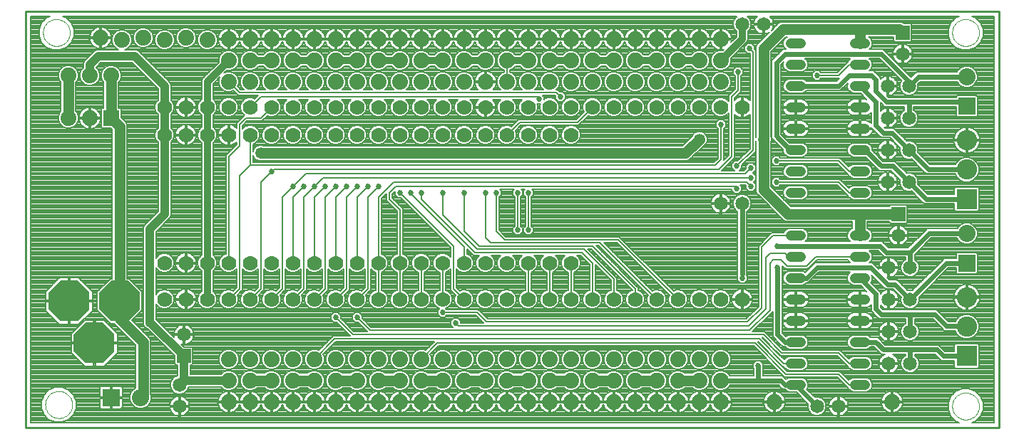
<source format=gbl>
G75*
G70*
%OFA0B0*%
%FSLAX24Y24*%
%IPPOS*%
%LPD*%
%AMOC8*
5,1,8,0,0,1.08239X$1,22.5*
%
%ADD10C,0.0100*%
%ADD11C,0.0000*%
%ADD12OC8,0.1900*%
%ADD13C,0.0700*%
%ADD14R,0.0740X0.0740*%
%ADD15C,0.0740*%
%ADD16C,0.0650*%
%ADD17C,0.0480*%
%ADD18R,0.0800X0.0800*%
%ADD19C,0.0800*%
%ADD20R,0.0950X0.0950*%
%ADD21C,0.0950*%
%ADD22R,0.0650X0.0650*%
%ADD23C,0.0400*%
%ADD24C,0.0240*%
%ADD25C,0.0500*%
%ADD26C,0.0080*%
%ADD27C,0.0270*%
%ADD28C,0.0160*%
%ADD29C,0.0531*%
%ADD30C,0.0320*%
D10*
X001035Y001833D02*
X001035Y021333D01*
X046535Y021333D01*
X046535Y001833D01*
X001035Y001833D01*
D11*
X001961Y002902D02*
X001963Y002952D01*
X001969Y003002D01*
X001979Y003051D01*
X001993Y003099D01*
X002010Y003146D01*
X002031Y003191D01*
X002056Y003235D01*
X002084Y003276D01*
X002116Y003315D01*
X002150Y003352D01*
X002187Y003386D01*
X002227Y003416D01*
X002269Y003443D01*
X002313Y003467D01*
X002359Y003488D01*
X002406Y003504D01*
X002454Y003517D01*
X002504Y003526D01*
X002553Y003531D01*
X002604Y003532D01*
X002654Y003529D01*
X002703Y003522D01*
X002752Y003511D01*
X002800Y003496D01*
X002846Y003478D01*
X002891Y003456D01*
X002934Y003430D01*
X002975Y003401D01*
X003014Y003369D01*
X003050Y003334D01*
X003082Y003296D01*
X003112Y003256D01*
X003139Y003213D01*
X003162Y003169D01*
X003181Y003123D01*
X003197Y003075D01*
X003209Y003026D01*
X003217Y002977D01*
X003221Y002927D01*
X003221Y002877D01*
X003217Y002827D01*
X003209Y002778D01*
X003197Y002729D01*
X003181Y002681D01*
X003162Y002635D01*
X003139Y002591D01*
X003112Y002548D01*
X003082Y002508D01*
X003050Y002470D01*
X003014Y002435D01*
X002975Y002403D01*
X002934Y002374D01*
X002891Y002348D01*
X002846Y002326D01*
X002800Y002308D01*
X002752Y002293D01*
X002703Y002282D01*
X002654Y002275D01*
X002604Y002272D01*
X002553Y002273D01*
X002504Y002278D01*
X002454Y002287D01*
X002406Y002300D01*
X002359Y002316D01*
X002313Y002337D01*
X002269Y002361D01*
X002227Y002388D01*
X002187Y002418D01*
X002150Y002452D01*
X002116Y002489D01*
X002084Y002528D01*
X002056Y002569D01*
X002031Y002613D01*
X002010Y002658D01*
X001993Y002705D01*
X001979Y002753D01*
X001969Y002802D01*
X001963Y002852D01*
X001961Y002902D01*
X001855Y020333D02*
X001857Y020383D01*
X001863Y020433D01*
X001873Y020482D01*
X001887Y020530D01*
X001904Y020577D01*
X001925Y020622D01*
X001950Y020666D01*
X001978Y020707D01*
X002010Y020746D01*
X002044Y020783D01*
X002081Y020817D01*
X002121Y020847D01*
X002163Y020874D01*
X002207Y020898D01*
X002253Y020919D01*
X002300Y020935D01*
X002348Y020948D01*
X002398Y020957D01*
X002447Y020962D01*
X002498Y020963D01*
X002548Y020960D01*
X002597Y020953D01*
X002646Y020942D01*
X002694Y020927D01*
X002740Y020909D01*
X002785Y020887D01*
X002828Y020861D01*
X002869Y020832D01*
X002908Y020800D01*
X002944Y020765D01*
X002976Y020727D01*
X003006Y020687D01*
X003033Y020644D01*
X003056Y020600D01*
X003075Y020554D01*
X003091Y020506D01*
X003103Y020457D01*
X003111Y020408D01*
X003115Y020358D01*
X003115Y020308D01*
X003111Y020258D01*
X003103Y020209D01*
X003091Y020160D01*
X003075Y020112D01*
X003056Y020066D01*
X003033Y020022D01*
X003006Y019979D01*
X002976Y019939D01*
X002944Y019901D01*
X002908Y019866D01*
X002869Y019834D01*
X002828Y019805D01*
X002785Y019779D01*
X002740Y019757D01*
X002694Y019739D01*
X002646Y019724D01*
X002597Y019713D01*
X002548Y019706D01*
X002498Y019703D01*
X002447Y019704D01*
X002398Y019709D01*
X002348Y019718D01*
X002300Y019731D01*
X002253Y019747D01*
X002207Y019768D01*
X002163Y019792D01*
X002121Y019819D01*
X002081Y019849D01*
X002044Y019883D01*
X002010Y019920D01*
X001978Y019959D01*
X001950Y020000D01*
X001925Y020044D01*
X001904Y020089D01*
X001887Y020136D01*
X001873Y020184D01*
X001863Y020233D01*
X001857Y020283D01*
X001855Y020333D01*
X044355Y020333D02*
X044357Y020383D01*
X044363Y020433D01*
X044373Y020482D01*
X044387Y020530D01*
X044404Y020577D01*
X044425Y020622D01*
X044450Y020666D01*
X044478Y020707D01*
X044510Y020746D01*
X044544Y020783D01*
X044581Y020817D01*
X044621Y020847D01*
X044663Y020874D01*
X044707Y020898D01*
X044753Y020919D01*
X044800Y020935D01*
X044848Y020948D01*
X044898Y020957D01*
X044947Y020962D01*
X044998Y020963D01*
X045048Y020960D01*
X045097Y020953D01*
X045146Y020942D01*
X045194Y020927D01*
X045240Y020909D01*
X045285Y020887D01*
X045328Y020861D01*
X045369Y020832D01*
X045408Y020800D01*
X045444Y020765D01*
X045476Y020727D01*
X045506Y020687D01*
X045533Y020644D01*
X045556Y020600D01*
X045575Y020554D01*
X045591Y020506D01*
X045603Y020457D01*
X045611Y020408D01*
X045615Y020358D01*
X045615Y020308D01*
X045611Y020258D01*
X045603Y020209D01*
X045591Y020160D01*
X045575Y020112D01*
X045556Y020066D01*
X045533Y020022D01*
X045506Y019979D01*
X045476Y019939D01*
X045444Y019901D01*
X045408Y019866D01*
X045369Y019834D01*
X045328Y019805D01*
X045285Y019779D01*
X045240Y019757D01*
X045194Y019739D01*
X045146Y019724D01*
X045097Y019713D01*
X045048Y019706D01*
X044998Y019703D01*
X044947Y019704D01*
X044898Y019709D01*
X044848Y019718D01*
X044800Y019731D01*
X044753Y019747D01*
X044707Y019768D01*
X044663Y019792D01*
X044621Y019819D01*
X044581Y019849D01*
X044544Y019883D01*
X044510Y019920D01*
X044478Y019959D01*
X044450Y020000D01*
X044425Y020044D01*
X044404Y020089D01*
X044387Y020136D01*
X044373Y020184D01*
X044363Y020233D01*
X044357Y020283D01*
X044355Y020333D01*
X044355Y002833D02*
X044357Y002883D01*
X044363Y002933D01*
X044373Y002982D01*
X044387Y003030D01*
X044404Y003077D01*
X044425Y003122D01*
X044450Y003166D01*
X044478Y003207D01*
X044510Y003246D01*
X044544Y003283D01*
X044581Y003317D01*
X044621Y003347D01*
X044663Y003374D01*
X044707Y003398D01*
X044753Y003419D01*
X044800Y003435D01*
X044848Y003448D01*
X044898Y003457D01*
X044947Y003462D01*
X044998Y003463D01*
X045048Y003460D01*
X045097Y003453D01*
X045146Y003442D01*
X045194Y003427D01*
X045240Y003409D01*
X045285Y003387D01*
X045328Y003361D01*
X045369Y003332D01*
X045408Y003300D01*
X045444Y003265D01*
X045476Y003227D01*
X045506Y003187D01*
X045533Y003144D01*
X045556Y003100D01*
X045575Y003054D01*
X045591Y003006D01*
X045603Y002957D01*
X045611Y002908D01*
X045615Y002858D01*
X045615Y002808D01*
X045611Y002758D01*
X045603Y002709D01*
X045591Y002660D01*
X045575Y002612D01*
X045556Y002566D01*
X045533Y002522D01*
X045506Y002479D01*
X045476Y002439D01*
X045444Y002401D01*
X045408Y002366D01*
X045369Y002334D01*
X045328Y002305D01*
X045285Y002279D01*
X045240Y002257D01*
X045194Y002239D01*
X045146Y002224D01*
X045097Y002213D01*
X045048Y002206D01*
X044998Y002203D01*
X044947Y002204D01*
X044898Y002209D01*
X044848Y002218D01*
X044800Y002231D01*
X044753Y002247D01*
X044707Y002268D01*
X044663Y002292D01*
X044621Y002319D01*
X044581Y002349D01*
X044544Y002383D01*
X044510Y002420D01*
X044478Y002459D01*
X044450Y002500D01*
X044425Y002544D01*
X044404Y002589D01*
X044387Y002636D01*
X044373Y002684D01*
X044363Y002733D01*
X044357Y002783D01*
X044355Y002833D01*
D12*
X005435Y007753D03*
X003075Y007753D03*
X004255Y005783D03*
D13*
X007535Y007833D03*
X008535Y007833D03*
X009535Y007833D03*
X010535Y007833D03*
X011535Y007833D03*
X012535Y007833D03*
X013535Y007833D03*
X014535Y007833D03*
X015535Y007833D03*
X016535Y007833D03*
X017535Y007833D03*
X018535Y007833D03*
X019535Y007833D03*
X020535Y007833D03*
X021535Y007833D03*
X022535Y007833D03*
X023535Y007833D03*
X024535Y007833D03*
X025535Y007833D03*
X026535Y007833D03*
X027535Y007833D03*
X028535Y007833D03*
X029535Y007833D03*
X030535Y007833D03*
X031535Y007833D03*
X032535Y007833D03*
X033535Y007833D03*
X034535Y007833D03*
X026535Y009533D03*
X025535Y009533D03*
X024535Y009533D03*
X023535Y009533D03*
X022535Y009533D03*
X021535Y009533D03*
X020535Y009533D03*
X019535Y009533D03*
X018535Y009533D03*
X017535Y009533D03*
X016535Y009533D03*
X015535Y009533D03*
X014535Y009533D03*
X013535Y009533D03*
X012535Y009533D03*
X011535Y009533D03*
X010535Y009533D03*
X009535Y009533D03*
X008535Y009533D03*
X007535Y009533D03*
X007535Y015533D03*
X008535Y015533D03*
X009535Y015533D03*
X010535Y015533D03*
X011535Y015533D03*
X012535Y015533D03*
X013535Y015533D03*
X014535Y015533D03*
X015535Y015533D03*
X016535Y015533D03*
X017535Y015533D03*
X018535Y015533D03*
X019535Y015533D03*
X020535Y015533D03*
X021535Y015533D03*
X022535Y015533D03*
X023535Y015533D03*
X024535Y015533D03*
X025535Y015533D03*
X026535Y015533D03*
X026535Y016833D03*
X025535Y016833D03*
X024535Y016833D03*
X023535Y016833D03*
X022535Y016833D03*
X021535Y016833D03*
X020535Y016833D03*
X019535Y016833D03*
X018535Y016833D03*
X017535Y016833D03*
X016535Y016833D03*
X015535Y016833D03*
X014535Y016833D03*
X013535Y016833D03*
X012535Y016833D03*
X011535Y016833D03*
X010535Y016833D03*
X009535Y016833D03*
X008535Y016833D03*
X007535Y016833D03*
X027535Y016833D03*
X028535Y016833D03*
X029535Y016833D03*
X030535Y016833D03*
X031535Y016833D03*
X032535Y016833D03*
X033535Y016833D03*
X034535Y016833D03*
D14*
X005035Y016333D03*
D15*
X004035Y016333D03*
X003035Y016333D03*
X003035Y018333D03*
X004035Y018333D03*
X005035Y018333D03*
X005535Y019983D03*
X004535Y020083D03*
X006535Y020083D03*
X007535Y019983D03*
X008535Y020083D03*
X009535Y019983D03*
X010535Y020033D03*
X011535Y020033D03*
X012535Y020033D03*
X013535Y020033D03*
X014535Y020033D03*
X015535Y020033D03*
X016535Y020033D03*
X017535Y020033D03*
X018535Y020033D03*
X019535Y020033D03*
X020535Y020033D03*
X021535Y020033D03*
X022535Y020033D03*
X023535Y020033D03*
X024535Y020033D03*
X025535Y020033D03*
X026535Y020033D03*
X027535Y020033D03*
X028535Y020033D03*
X029535Y020033D03*
X030535Y020033D03*
X031535Y020033D03*
X032535Y020033D03*
X033535Y020033D03*
X033535Y019033D03*
X032535Y019033D03*
X031535Y019033D03*
X030535Y019033D03*
X029535Y019033D03*
X028535Y019033D03*
X027535Y019033D03*
X026535Y019033D03*
X025535Y019033D03*
X024535Y019033D03*
X023535Y019033D03*
X022535Y019033D03*
X021535Y019033D03*
X020535Y019033D03*
X019535Y019033D03*
X018535Y019033D03*
X017535Y019033D03*
X016535Y019033D03*
X015535Y019033D03*
X014535Y019033D03*
X013535Y019033D03*
X012535Y019033D03*
X011535Y019033D03*
X010535Y019033D03*
X010535Y018033D03*
X011535Y018033D03*
X012535Y018033D03*
X013535Y018033D03*
X014535Y018033D03*
X015535Y018033D03*
X016535Y018033D03*
X017535Y018033D03*
X018535Y018033D03*
X019535Y018033D03*
X020535Y018033D03*
X021535Y018033D03*
X022535Y018033D03*
X023535Y018033D03*
X024535Y018033D03*
X025535Y018033D03*
X026535Y018033D03*
X027535Y018033D03*
X028535Y018033D03*
X029535Y018033D03*
X030535Y018033D03*
X031535Y018033D03*
X032535Y018033D03*
X033535Y018033D03*
X033535Y005033D03*
X032535Y005033D03*
X031535Y005033D03*
X030535Y005033D03*
X029535Y005033D03*
X028535Y005033D03*
X027535Y005033D03*
X026535Y005033D03*
X025535Y005033D03*
X024535Y005033D03*
X023535Y005033D03*
X022535Y005033D03*
X021535Y005033D03*
X020535Y005033D03*
X019535Y005033D03*
X018535Y005033D03*
X017535Y005033D03*
X016535Y005033D03*
X015535Y005033D03*
X014535Y005033D03*
X013535Y005033D03*
X012535Y005033D03*
X011535Y005033D03*
X010535Y005033D03*
X010535Y004033D03*
X011535Y004033D03*
X012535Y004033D03*
X013535Y004033D03*
X014535Y004033D03*
X015535Y004033D03*
X016535Y004033D03*
X017535Y004033D03*
X018535Y004033D03*
X019535Y004033D03*
X020535Y004033D03*
X021535Y004033D03*
X022535Y004033D03*
X023535Y004033D03*
X024535Y004033D03*
X025535Y004033D03*
X026535Y004033D03*
X027535Y004033D03*
X028535Y004033D03*
X029535Y004033D03*
X030535Y004033D03*
X031535Y004033D03*
X032535Y004033D03*
X033535Y004033D03*
X033535Y003033D03*
X032535Y003033D03*
X031535Y003033D03*
X030535Y003033D03*
X029535Y003033D03*
X028535Y003033D03*
X027535Y003033D03*
X026535Y003033D03*
X025535Y003033D03*
X024535Y003033D03*
X023535Y003033D03*
X022535Y003033D03*
X021535Y003033D03*
X020535Y003033D03*
X019535Y003033D03*
X018535Y003033D03*
X017535Y003033D03*
X016535Y003033D03*
X015535Y003033D03*
X014535Y003033D03*
X013535Y003033D03*
X012535Y003033D03*
X011535Y003033D03*
X010535Y003033D03*
X036035Y003033D03*
X041535Y003033D03*
D16*
X039035Y002833D03*
X038035Y002833D03*
X041385Y004833D03*
X042385Y004833D03*
X042385Y006333D03*
X041385Y006333D03*
X041385Y007833D03*
X042385Y007833D03*
X042385Y009333D03*
X041385Y009333D03*
X041835Y010833D03*
X041335Y013333D03*
X042335Y013333D03*
X042335Y014833D03*
X041335Y014833D03*
X041335Y016333D03*
X042335Y016333D03*
X042335Y017833D03*
X041335Y017833D03*
X042035Y019333D03*
X035535Y020733D03*
X034535Y020733D03*
X034535Y012333D03*
X033535Y012333D03*
X008435Y006183D03*
X008235Y003833D03*
X008235Y002833D03*
D17*
X036795Y003833D02*
X037275Y003833D01*
X037275Y004833D02*
X036795Y004833D01*
X036795Y005833D02*
X037275Y005833D01*
X037275Y006833D02*
X036795Y006833D01*
X036795Y007833D02*
X037275Y007833D01*
X037275Y008833D02*
X036795Y008833D01*
X036795Y009833D02*
X037275Y009833D01*
X037275Y010833D02*
X036795Y010833D01*
X039795Y010833D02*
X040275Y010833D01*
X040275Y009833D02*
X039795Y009833D01*
X039795Y008833D02*
X040275Y008833D01*
X040275Y007833D02*
X039795Y007833D01*
X039795Y006833D02*
X040275Y006833D01*
X040275Y005833D02*
X039795Y005833D01*
X039795Y004833D02*
X040275Y004833D01*
X040275Y003833D02*
X039795Y003833D01*
X039795Y012833D02*
X040275Y012833D01*
X040275Y013833D02*
X039795Y013833D01*
X039795Y014833D02*
X040275Y014833D01*
X040275Y015833D02*
X039795Y015833D01*
X039795Y016833D02*
X040275Y016833D01*
X040275Y017833D02*
X039795Y017833D01*
X039795Y018833D02*
X040275Y018833D01*
X040275Y019833D02*
X039795Y019833D01*
X037275Y019833D02*
X036795Y019833D01*
X036795Y018833D02*
X037275Y018833D01*
X037275Y017833D02*
X036795Y017833D01*
X036795Y016833D02*
X037275Y016833D01*
X037275Y015833D02*
X036795Y015833D01*
X036795Y014833D02*
X037275Y014833D01*
X037275Y013833D02*
X036795Y013833D01*
X036795Y012833D02*
X037275Y012833D01*
D18*
X045035Y009533D03*
X045035Y016883D03*
X005035Y003233D03*
D19*
X006413Y003233D03*
X045035Y010911D03*
X045035Y018261D03*
D20*
X045035Y012533D03*
X045035Y005183D03*
D21*
X045035Y006561D03*
X045035Y007939D03*
X045035Y013911D03*
X045035Y015289D03*
D22*
X041835Y011833D03*
X042035Y020333D03*
X008435Y005183D03*
D23*
X008435Y004033D01*
X010535Y004033D01*
X008435Y004033D02*
X008235Y003833D01*
X008435Y005183D02*
X006885Y006733D01*
X006835Y006733D02*
X006835Y011133D01*
X007535Y011833D01*
X007535Y015533D01*
X007535Y016833D01*
X007535Y017833D01*
X006135Y019233D01*
X004435Y019233D01*
X004035Y018833D01*
X004035Y018333D01*
D24*
X033535Y004033D02*
X035285Y004033D01*
X035285Y004733D01*
X035285Y004033D02*
X036335Y004033D01*
X036535Y003833D01*
X037035Y003833D01*
X038035Y002833D01*
X042385Y004833D02*
X042385Y005483D01*
X043635Y005483D01*
X043935Y005183D01*
X045035Y005183D01*
X045035Y006561D02*
X045013Y006583D01*
X044085Y006583D01*
X043535Y007133D01*
X042385Y007133D01*
X042385Y006333D01*
X042385Y007133D02*
X041035Y007133D01*
X040785Y007383D01*
X040785Y008083D01*
X040035Y008833D01*
X040535Y009333D02*
X041335Y008533D01*
X041685Y008533D01*
X042385Y007833D01*
X044085Y009533D01*
X045035Y009533D01*
X045035Y010911D02*
X045013Y010933D01*
X043285Y010933D01*
X042385Y010033D01*
X042385Y009333D01*
X042385Y010033D02*
X041285Y010033D01*
X040985Y010333D01*
X036185Y010333D01*
X036185Y009333D02*
X036185Y006183D01*
X036535Y005833D01*
X037035Y005833D01*
X040035Y005833D02*
X040785Y005833D01*
X041135Y005483D01*
X042385Y005483D01*
X038035Y009333D02*
X037535Y008833D01*
X037035Y008833D01*
X038035Y009333D02*
X040535Y009333D01*
X034535Y009033D02*
X034535Y012333D01*
X036785Y014833D02*
X036135Y015483D01*
X036135Y018933D01*
X036535Y019333D01*
X041035Y019333D01*
X042335Y018033D01*
X042335Y017833D01*
X042763Y018261D01*
X045035Y018261D01*
X044835Y017083D02*
X045035Y016883D01*
X044835Y017083D02*
X042285Y017083D01*
X042335Y017033D01*
X042335Y016333D01*
X041535Y015633D02*
X042335Y014833D01*
X043235Y013933D01*
X045013Y013933D01*
X045035Y013911D01*
X045035Y012533D02*
X043135Y012533D01*
X042335Y013333D01*
X041585Y014083D01*
X041035Y014083D01*
X040285Y014833D01*
X040035Y014833D01*
X041135Y015633D02*
X041535Y015633D01*
X041135Y015633D02*
X040785Y015983D01*
X040785Y017083D01*
X040035Y017833D01*
X039535Y018333D02*
X040585Y018333D01*
X040785Y018133D01*
X040785Y017583D01*
X041285Y017083D01*
X042285Y017083D01*
X039535Y018333D02*
X039035Y017833D01*
X037035Y017833D01*
X037035Y014833D02*
X036785Y014833D01*
D25*
X035535Y015333D02*
X035535Y019583D01*
X036435Y020483D01*
X039385Y020483D01*
X040035Y020483D01*
X040035Y020433D02*
X040035Y019833D01*
X040085Y020483D02*
X041885Y020483D01*
X042035Y020333D01*
X035535Y015333D02*
X035535Y012974D01*
X036675Y011833D01*
X040035Y011833D01*
X041835Y011833D01*
X040035Y011833D02*
X040035Y010833D01*
X032535Y015333D02*
X031885Y014683D01*
X012035Y014683D01*
X005435Y015933D02*
X005035Y016333D01*
X005035Y018333D01*
X003035Y018333D02*
X003035Y016333D01*
X005435Y015933D02*
X005435Y007753D01*
X005435Y006933D01*
X006535Y005833D01*
X006535Y003355D01*
X006413Y003233D01*
X011535Y004033D02*
X012535Y004033D01*
X013535Y004033D02*
X014535Y004033D01*
X015535Y004033D02*
X016535Y004033D01*
X017535Y004033D02*
X018535Y004033D01*
X019535Y004033D02*
X020535Y004033D01*
X021535Y004033D02*
X022535Y004033D01*
X023535Y004033D02*
X024535Y004033D01*
X025535Y004033D02*
X026535Y004033D01*
X027535Y004033D02*
X028535Y004033D01*
X029535Y004033D02*
X030535Y004033D01*
X031535Y004033D02*
X032535Y004033D01*
D26*
X033005Y004031D02*
X033065Y004031D01*
X033065Y003953D02*
X033005Y003953D01*
X033005Y003940D02*
X032933Y003767D01*
X032801Y003635D01*
X032628Y003563D01*
X032442Y003563D01*
X032269Y003635D01*
X032220Y003683D01*
X031850Y003683D01*
X031801Y003635D01*
X031628Y003563D01*
X031442Y003563D01*
X031269Y003635D01*
X031137Y003767D01*
X031065Y003940D01*
X031065Y004127D01*
X031137Y004300D01*
X031269Y004432D01*
X031442Y004503D01*
X031628Y004503D01*
X031801Y004432D01*
X031850Y004383D01*
X032220Y004383D01*
X032269Y004432D01*
X032442Y004503D01*
X032628Y004503D01*
X032801Y004432D01*
X032933Y004300D01*
X033005Y004127D01*
X033005Y003940D01*
X033065Y003940D02*
X033137Y003767D01*
X033269Y003635D01*
X033442Y003563D01*
X033628Y003563D01*
X033801Y003635D01*
X033933Y003767D01*
X033953Y003813D01*
X036244Y003813D01*
X036315Y003742D01*
X036444Y003613D01*
X036534Y003613D01*
X036602Y003545D01*
X036727Y003493D01*
X037064Y003493D01*
X037619Y002939D01*
X037610Y002918D01*
X037610Y002749D01*
X037675Y002593D01*
X037794Y002473D01*
X037950Y002408D01*
X038120Y002408D01*
X038276Y002473D01*
X038395Y002593D01*
X038460Y002749D01*
X038460Y002918D01*
X038395Y003074D01*
X038276Y003194D01*
X038120Y003258D01*
X037950Y003258D01*
X037930Y003250D01*
X037551Y003628D01*
X037563Y003641D01*
X037615Y003766D01*
X037615Y003901D01*
X037563Y004026D01*
X037468Y004122D01*
X037343Y004173D01*
X036727Y004173D01*
X036602Y004122D01*
X036580Y004099D01*
X036555Y004124D01*
X036555Y004124D01*
X036426Y004253D01*
X035505Y004253D01*
X035505Y004621D01*
X035520Y004636D01*
X035520Y004831D01*
X035382Y004968D01*
X035188Y004968D01*
X035050Y004831D01*
X035050Y004636D01*
X035065Y004621D01*
X035065Y004253D01*
X033953Y004253D01*
X033933Y004300D01*
X033801Y004432D01*
X033628Y004503D01*
X033442Y004503D01*
X033269Y004432D01*
X033137Y004300D01*
X033065Y004127D01*
X033065Y003940D01*
X033092Y003874D02*
X032978Y003874D01*
X032945Y003796D02*
X033125Y003796D01*
X033186Y003717D02*
X032884Y003717D01*
X032805Y003639D02*
X033265Y003639D01*
X033339Y003506D02*
X033268Y003470D01*
X033203Y003422D01*
X033146Y003366D01*
X033099Y003301D01*
X033062Y003229D01*
X033038Y003153D01*
X033035Y003137D01*
X033032Y003153D01*
X033008Y003229D01*
X032971Y003301D01*
X032924Y003366D01*
X032867Y003422D01*
X032802Y003470D01*
X032731Y003506D01*
X032654Y003531D01*
X032575Y003543D01*
X032575Y003073D01*
X033495Y003073D01*
X033495Y002993D01*
X033575Y002993D01*
X033575Y002523D01*
X033575Y002523D01*
X033654Y002536D01*
X033731Y002561D01*
X033802Y002597D01*
X033867Y002644D01*
X033924Y002701D01*
X033971Y002766D01*
X034008Y002838D01*
X034032Y002914D01*
X034045Y002993D01*
X034045Y002993D01*
X033575Y002993D01*
X033575Y003073D01*
X034045Y003073D01*
X034045Y003073D01*
X034032Y003153D01*
X034008Y003229D01*
X033971Y003301D01*
X033924Y003366D01*
X033867Y003422D01*
X033802Y003470D01*
X033731Y003506D01*
X033654Y003531D01*
X033575Y003543D01*
X033575Y003073D01*
X033495Y003073D01*
X033495Y003543D01*
X033495Y003543D01*
X033416Y003531D01*
X033339Y003506D01*
X033292Y003482D02*
X032778Y003482D01*
X032886Y003403D02*
X033184Y003403D01*
X033116Y003325D02*
X032954Y003325D01*
X032999Y003246D02*
X033071Y003246D01*
X033042Y003168D02*
X033028Y003168D01*
X033025Y002993D02*
X032575Y002993D01*
X032575Y002523D01*
X032575Y002523D01*
X032654Y002536D01*
X032731Y002561D01*
X032802Y002597D01*
X032867Y002644D01*
X032924Y002701D01*
X032971Y002766D01*
X033008Y002838D01*
X033032Y002914D01*
X033035Y002930D01*
X033038Y002914D01*
X033062Y002838D01*
X033099Y002766D01*
X033146Y002701D01*
X033203Y002644D01*
X033268Y002597D01*
X033339Y002561D01*
X033416Y002536D01*
X033495Y002523D01*
X033495Y002993D01*
X033025Y002993D01*
X033013Y002854D02*
X033057Y002854D01*
X033094Y002775D02*
X032976Y002775D01*
X032920Y002697D02*
X033150Y002697D01*
X033239Y002618D02*
X032831Y002618D01*
X032667Y002540D02*
X033403Y002540D01*
X033495Y002540D02*
X033575Y002540D01*
X033575Y002618D02*
X033495Y002618D01*
X033495Y002697D02*
X033575Y002697D01*
X033575Y002775D02*
X033495Y002775D01*
X033495Y002854D02*
X033575Y002854D01*
X033575Y002932D02*
X033495Y002932D01*
X033495Y003011D02*
X032575Y003011D01*
X032575Y002993D02*
X032575Y003073D01*
X032495Y003073D01*
X032495Y002993D01*
X032575Y002993D01*
X032575Y002932D02*
X032495Y002932D01*
X032495Y002993D02*
X032495Y002523D01*
X032495Y002523D01*
X032416Y002536D01*
X032339Y002561D01*
X032268Y002597D01*
X032203Y002644D01*
X032146Y002701D01*
X032099Y002766D01*
X032062Y002838D01*
X032038Y002914D01*
X032035Y002930D01*
X032032Y002914D01*
X032008Y002838D01*
X031971Y002766D01*
X031924Y002701D01*
X031867Y002644D01*
X031802Y002597D01*
X031731Y002561D01*
X031654Y002536D01*
X031575Y002523D01*
X031575Y002523D01*
X031575Y002993D01*
X031495Y002993D01*
X031495Y002523D01*
X031495Y002523D01*
X031416Y002536D01*
X031339Y002561D01*
X031268Y002597D01*
X031203Y002644D01*
X031146Y002701D01*
X031099Y002766D01*
X031062Y002838D01*
X031038Y002914D01*
X031035Y002930D01*
X031032Y002914D01*
X031008Y002838D01*
X030971Y002766D01*
X030924Y002701D01*
X030867Y002644D01*
X030802Y002597D01*
X030731Y002561D01*
X030654Y002536D01*
X030575Y002523D01*
X030575Y002523D01*
X030575Y002993D01*
X030495Y002993D01*
X030495Y002523D01*
X030495Y002523D01*
X030416Y002536D01*
X030339Y002561D01*
X030268Y002597D01*
X030203Y002644D01*
X030146Y002701D01*
X030099Y002766D01*
X030062Y002838D01*
X030038Y002914D01*
X030035Y002930D01*
X030032Y002914D01*
X030008Y002838D01*
X029971Y002766D01*
X029924Y002701D01*
X029867Y002644D01*
X029802Y002597D01*
X029731Y002561D01*
X029654Y002536D01*
X029575Y002523D01*
X029575Y002523D01*
X029575Y002993D01*
X029495Y002993D01*
X029495Y002523D01*
X029495Y002523D01*
X029416Y002536D01*
X029339Y002561D01*
X029268Y002597D01*
X029203Y002644D01*
X029146Y002701D01*
X029099Y002766D01*
X029062Y002838D01*
X029038Y002914D01*
X029035Y002930D01*
X029032Y002914D01*
X029008Y002838D01*
X028971Y002766D01*
X028924Y002701D01*
X028867Y002644D01*
X028802Y002597D01*
X028731Y002561D01*
X028654Y002536D01*
X028575Y002523D01*
X028575Y002523D01*
X028575Y002993D01*
X028495Y002993D01*
X028495Y002523D01*
X028495Y002523D01*
X028416Y002536D01*
X028339Y002561D01*
X028268Y002597D01*
X028203Y002644D01*
X028146Y002701D01*
X028099Y002766D01*
X028062Y002838D01*
X028038Y002914D01*
X028035Y002930D01*
X028032Y002914D01*
X028008Y002838D01*
X027971Y002766D01*
X027924Y002701D01*
X027867Y002644D01*
X027802Y002597D01*
X027731Y002561D01*
X027654Y002536D01*
X027575Y002523D01*
X027575Y002523D01*
X027575Y002993D01*
X027495Y002993D01*
X027495Y002523D01*
X027495Y002523D01*
X027416Y002536D01*
X027339Y002561D01*
X027268Y002597D01*
X027203Y002644D01*
X027146Y002701D01*
X027099Y002766D01*
X027062Y002838D01*
X027038Y002914D01*
X027035Y002930D01*
X027032Y002914D01*
X027008Y002838D01*
X026971Y002766D01*
X026924Y002701D01*
X026867Y002644D01*
X026802Y002597D01*
X026731Y002561D01*
X026654Y002536D01*
X026575Y002523D01*
X026575Y002523D01*
X026575Y002993D01*
X026495Y002993D01*
X026495Y002523D01*
X026495Y002523D01*
X026416Y002536D01*
X026339Y002561D01*
X026268Y002597D01*
X026203Y002644D01*
X026146Y002701D01*
X026099Y002766D01*
X026062Y002838D01*
X026038Y002914D01*
X026035Y002930D01*
X026032Y002914D01*
X026008Y002838D01*
X025971Y002766D01*
X025924Y002701D01*
X025867Y002644D01*
X025802Y002597D01*
X025731Y002561D01*
X025654Y002536D01*
X025575Y002523D01*
X025575Y002523D01*
X025575Y002993D01*
X025495Y002993D01*
X025495Y002523D01*
X025495Y002523D01*
X025416Y002536D01*
X025339Y002561D01*
X025268Y002597D01*
X025203Y002644D01*
X025146Y002701D01*
X025099Y002766D01*
X025062Y002838D01*
X025038Y002914D01*
X025035Y002930D01*
X025032Y002914D01*
X025008Y002838D01*
X024971Y002766D01*
X024924Y002701D01*
X024867Y002644D01*
X024802Y002597D01*
X024731Y002561D01*
X024654Y002536D01*
X024575Y002523D01*
X024575Y002523D01*
X024575Y002993D01*
X024495Y002993D01*
X024495Y002523D01*
X024495Y002523D01*
X024416Y002536D01*
X024339Y002561D01*
X024268Y002597D01*
X024203Y002644D01*
X024146Y002701D01*
X024099Y002766D01*
X024062Y002838D01*
X024038Y002914D01*
X024035Y002930D01*
X024032Y002914D01*
X024008Y002838D01*
X023971Y002766D01*
X023924Y002701D01*
X023867Y002644D01*
X023802Y002597D01*
X023731Y002561D01*
X023654Y002536D01*
X023575Y002523D01*
X023575Y002523D01*
X023575Y002993D01*
X023495Y002993D01*
X023495Y002523D01*
X023495Y002523D01*
X023416Y002536D01*
X023339Y002561D01*
X023268Y002597D01*
X023203Y002644D01*
X023146Y002701D01*
X023099Y002766D01*
X023062Y002838D01*
X023038Y002914D01*
X023035Y002930D01*
X023032Y002914D01*
X023008Y002838D01*
X022971Y002766D01*
X022924Y002701D01*
X022867Y002644D01*
X022802Y002597D01*
X022731Y002561D01*
X022654Y002536D01*
X022575Y002523D01*
X022575Y002523D01*
X022575Y002993D01*
X022495Y002993D01*
X022495Y002523D01*
X022495Y002523D01*
X022416Y002536D01*
X022339Y002561D01*
X022268Y002597D01*
X022203Y002644D01*
X022146Y002701D01*
X022099Y002766D01*
X022062Y002838D01*
X022038Y002914D01*
X022035Y002930D01*
X022032Y002914D01*
X022008Y002838D01*
X021971Y002766D01*
X021924Y002701D01*
X021867Y002644D01*
X021802Y002597D01*
X021731Y002561D01*
X021654Y002536D01*
X021575Y002523D01*
X021575Y002523D01*
X021575Y002993D01*
X021495Y002993D01*
X021495Y002523D01*
X021495Y002523D01*
X021416Y002536D01*
X021339Y002561D01*
X021268Y002597D01*
X021203Y002644D01*
X021146Y002701D01*
X021099Y002766D01*
X021062Y002838D01*
X021038Y002914D01*
X021035Y002930D01*
X021032Y002914D01*
X021008Y002838D01*
X020971Y002766D01*
X020924Y002701D01*
X020867Y002644D01*
X020802Y002597D01*
X020731Y002561D01*
X020654Y002536D01*
X020575Y002523D01*
X020575Y002523D01*
X020575Y002993D01*
X020495Y002993D01*
X020495Y002523D01*
X020495Y002523D01*
X020416Y002536D01*
X020339Y002561D01*
X020268Y002597D01*
X020203Y002644D01*
X020146Y002701D01*
X020099Y002766D01*
X020062Y002838D01*
X020038Y002914D01*
X020035Y002930D01*
X020032Y002914D01*
X020008Y002838D01*
X019971Y002766D01*
X019924Y002701D01*
X019867Y002644D01*
X019802Y002597D01*
X019731Y002561D01*
X019654Y002536D01*
X019575Y002523D01*
X019575Y002523D01*
X019575Y002993D01*
X019495Y002993D01*
X019495Y002523D01*
X019495Y002523D01*
X019416Y002536D01*
X019339Y002561D01*
X019268Y002597D01*
X019203Y002644D01*
X019146Y002701D01*
X019099Y002766D01*
X019062Y002838D01*
X019038Y002914D01*
X019035Y002930D01*
X019032Y002914D01*
X019008Y002838D01*
X018971Y002766D01*
X018924Y002701D01*
X018867Y002644D01*
X018802Y002597D01*
X018731Y002561D01*
X018654Y002536D01*
X018575Y002523D01*
X018575Y002523D01*
X018575Y002993D01*
X018495Y002993D01*
X018495Y002523D01*
X018495Y002523D01*
X018416Y002536D01*
X018339Y002561D01*
X018268Y002597D01*
X018203Y002644D01*
X018146Y002701D01*
X018099Y002766D01*
X018062Y002838D01*
X018038Y002914D01*
X018035Y002930D01*
X018032Y002914D01*
X018008Y002838D01*
X017971Y002766D01*
X017924Y002701D01*
X017867Y002644D01*
X017802Y002597D01*
X017731Y002561D01*
X017654Y002536D01*
X017575Y002523D01*
X017575Y002523D01*
X017575Y002993D01*
X017495Y002993D01*
X017495Y002523D01*
X017495Y002523D01*
X017416Y002536D01*
X017339Y002561D01*
X017268Y002597D01*
X017203Y002644D01*
X017146Y002701D01*
X017099Y002766D01*
X017062Y002838D01*
X017038Y002914D01*
X017035Y002930D01*
X017032Y002914D01*
X017008Y002838D01*
X016971Y002766D01*
X016924Y002701D01*
X016867Y002644D01*
X016802Y002597D01*
X016731Y002561D01*
X016654Y002536D01*
X016575Y002523D01*
X016575Y002523D01*
X016575Y002993D01*
X016495Y002993D01*
X016495Y002523D01*
X016495Y002523D01*
X016416Y002536D01*
X016339Y002561D01*
X016268Y002597D01*
X016203Y002644D01*
X016146Y002701D01*
X016099Y002766D01*
X016062Y002838D01*
X016038Y002914D01*
X016035Y002930D01*
X016032Y002914D01*
X016008Y002838D01*
X015971Y002766D01*
X015924Y002701D01*
X015867Y002644D01*
X015802Y002597D01*
X015731Y002561D01*
X015654Y002536D01*
X015575Y002523D01*
X015575Y002523D01*
X015575Y002993D01*
X015495Y002993D01*
X015495Y002523D01*
X015495Y002523D01*
X015416Y002536D01*
X015339Y002561D01*
X015268Y002597D01*
X015203Y002644D01*
X015146Y002701D01*
X015099Y002766D01*
X015062Y002838D01*
X015038Y002914D01*
X015035Y002930D01*
X015032Y002914D01*
X015008Y002838D01*
X014971Y002766D01*
X014924Y002701D01*
X014867Y002644D01*
X014802Y002597D01*
X014731Y002561D01*
X014654Y002536D01*
X014575Y002523D01*
X014575Y002523D01*
X014575Y002993D01*
X014495Y002993D01*
X014495Y002523D01*
X014495Y002523D01*
X014416Y002536D01*
X014339Y002561D01*
X014268Y002597D01*
X014203Y002644D01*
X014146Y002701D01*
X014099Y002766D01*
X014062Y002838D01*
X014038Y002914D01*
X014035Y002930D01*
X014032Y002914D01*
X014008Y002838D01*
X013971Y002766D01*
X013924Y002701D01*
X013867Y002644D01*
X013802Y002597D01*
X013731Y002561D01*
X013654Y002536D01*
X013575Y002523D01*
X013575Y002523D01*
X013575Y002993D01*
X013495Y002993D01*
X013495Y002523D01*
X013495Y002523D01*
X013416Y002536D01*
X013339Y002561D01*
X013268Y002597D01*
X013203Y002644D01*
X013146Y002701D01*
X013099Y002766D01*
X013062Y002838D01*
X013038Y002914D01*
X013035Y002930D01*
X013032Y002914D01*
X013008Y002838D01*
X012971Y002766D01*
X012924Y002701D01*
X012867Y002644D01*
X012802Y002597D01*
X012731Y002561D01*
X012654Y002536D01*
X012575Y002523D01*
X012575Y002523D01*
X012575Y002993D01*
X012495Y002993D01*
X012495Y002523D01*
X012495Y002523D01*
X012416Y002536D01*
X012339Y002561D01*
X012268Y002597D01*
X012203Y002644D01*
X012146Y002701D01*
X012099Y002766D01*
X012062Y002838D01*
X012038Y002914D01*
X012035Y002930D01*
X012032Y002914D01*
X012008Y002838D01*
X011971Y002766D01*
X011924Y002701D01*
X011867Y002644D01*
X011802Y002597D01*
X011731Y002561D01*
X011654Y002536D01*
X011575Y002523D01*
X011575Y002523D01*
X011575Y002993D01*
X011495Y002993D01*
X011495Y002523D01*
X011495Y002523D01*
X011416Y002536D01*
X011339Y002561D01*
X011268Y002597D01*
X011203Y002644D01*
X011146Y002701D01*
X011099Y002766D01*
X011062Y002838D01*
X011038Y002914D01*
X011035Y002930D01*
X011032Y002914D01*
X011008Y002838D01*
X010971Y002766D01*
X010924Y002701D01*
X010867Y002644D01*
X010802Y002597D01*
X010731Y002561D01*
X010654Y002536D01*
X010575Y002523D01*
X010575Y002523D01*
X010575Y002993D01*
X010495Y002993D01*
X010495Y002523D01*
X010495Y002523D01*
X010416Y002536D01*
X010339Y002561D01*
X010268Y002597D01*
X010203Y002644D01*
X010146Y002701D01*
X010099Y002766D01*
X010062Y002838D01*
X010038Y002914D01*
X010025Y002993D01*
X010025Y002993D01*
X010495Y002993D01*
X010495Y003073D01*
X010025Y003073D01*
X010025Y003073D01*
X010038Y003153D01*
X010062Y003229D01*
X010099Y003301D01*
X010146Y003366D01*
X010203Y003422D01*
X010268Y003470D01*
X010339Y003506D01*
X010416Y003531D01*
X010495Y003543D01*
X010495Y003543D01*
X010495Y003073D01*
X010575Y003073D01*
X011045Y003073D01*
X011495Y003073D01*
X011495Y002993D01*
X010575Y002993D01*
X010575Y003073D01*
X010575Y003543D01*
X010575Y003543D01*
X010654Y003531D01*
X010731Y003506D01*
X010802Y003470D01*
X010867Y003422D01*
X010924Y003366D01*
X010971Y003301D01*
X011008Y003229D01*
X011032Y003153D01*
X011035Y003137D01*
X011038Y003153D01*
X011062Y003229D01*
X011099Y003301D01*
X011146Y003366D01*
X011203Y003422D01*
X011268Y003470D01*
X011339Y003506D01*
X011416Y003531D01*
X011495Y003543D01*
X011495Y003543D01*
X011495Y003073D01*
X011575Y003073D01*
X012045Y003073D01*
X012495Y003073D01*
X012495Y002993D01*
X011575Y002993D01*
X011575Y003073D01*
X011575Y003543D01*
X011575Y003543D01*
X011654Y003531D01*
X011731Y003506D01*
X011802Y003470D01*
X011867Y003422D01*
X011924Y003366D01*
X011971Y003301D01*
X012008Y003229D01*
X012032Y003153D01*
X012035Y003137D01*
X012038Y003153D01*
X012062Y003229D01*
X012099Y003301D01*
X012146Y003366D01*
X012203Y003422D01*
X012268Y003470D01*
X012339Y003506D01*
X012416Y003531D01*
X012495Y003543D01*
X012495Y003543D01*
X012495Y003073D01*
X012575Y003073D01*
X013045Y003073D01*
X013495Y003073D01*
X013495Y002993D01*
X012575Y002993D01*
X012575Y003073D01*
X012575Y003543D01*
X012575Y003543D01*
X012654Y003531D01*
X012731Y003506D01*
X012802Y003470D01*
X012867Y003422D01*
X012924Y003366D01*
X012971Y003301D01*
X013008Y003229D01*
X013032Y003153D01*
X013035Y003137D01*
X013038Y003153D01*
X013062Y003229D01*
X013099Y003301D01*
X013146Y003366D01*
X013203Y003422D01*
X013268Y003470D01*
X013339Y003506D01*
X013416Y003531D01*
X013495Y003543D01*
X013495Y003543D01*
X013495Y003073D01*
X013575Y003073D01*
X014025Y003073D01*
X014495Y003073D01*
X014495Y002993D01*
X013575Y002993D01*
X013575Y003073D01*
X013575Y003543D01*
X013575Y003543D01*
X013654Y003531D01*
X013731Y003506D01*
X013802Y003470D01*
X013867Y003422D01*
X013924Y003366D01*
X013971Y003301D01*
X014008Y003229D01*
X014032Y003153D01*
X014035Y003137D01*
X014038Y003153D01*
X014062Y003229D01*
X014099Y003301D01*
X014146Y003366D01*
X014203Y003422D01*
X014268Y003470D01*
X014339Y003506D01*
X014416Y003531D01*
X014495Y003543D01*
X014495Y003543D01*
X014495Y003073D01*
X014575Y003073D01*
X015045Y003073D01*
X015495Y003073D01*
X015495Y002993D01*
X014575Y002993D01*
X014575Y003073D01*
X014575Y003543D01*
X014575Y003543D01*
X014654Y003531D01*
X014731Y003506D01*
X014802Y003470D01*
X014867Y003422D01*
X014924Y003366D01*
X014971Y003301D01*
X015008Y003229D01*
X015032Y003153D01*
X015035Y003137D01*
X015038Y003153D01*
X015062Y003229D01*
X015099Y003301D01*
X015146Y003366D01*
X015203Y003422D01*
X015268Y003470D01*
X015339Y003506D01*
X015416Y003531D01*
X015495Y003543D01*
X015495Y003543D01*
X015495Y003073D01*
X015575Y003073D01*
X016045Y003073D01*
X016495Y003073D01*
X016495Y002993D01*
X015575Y002993D01*
X015575Y003073D01*
X015575Y003543D01*
X015575Y003543D01*
X015654Y003531D01*
X015731Y003506D01*
X015802Y003470D01*
X015867Y003422D01*
X015924Y003366D01*
X015971Y003301D01*
X016008Y003229D01*
X016032Y003153D01*
X016035Y003137D01*
X016038Y003153D01*
X016062Y003229D01*
X016099Y003301D01*
X016146Y003366D01*
X016203Y003422D01*
X016268Y003470D01*
X016339Y003506D01*
X016416Y003531D01*
X016495Y003543D01*
X016495Y003543D01*
X016495Y003073D01*
X016575Y003073D01*
X017045Y003073D01*
X017495Y003073D01*
X017495Y002993D01*
X016575Y002993D01*
X016575Y003073D01*
X016575Y003543D01*
X016575Y003543D01*
X016654Y003531D01*
X016731Y003506D01*
X016802Y003470D01*
X016867Y003422D01*
X016924Y003366D01*
X016971Y003301D01*
X017008Y003229D01*
X017032Y003153D01*
X017035Y003137D01*
X017038Y003153D01*
X017062Y003229D01*
X017099Y003301D01*
X017146Y003366D01*
X017203Y003422D01*
X017268Y003470D01*
X017339Y003506D01*
X017416Y003531D01*
X017495Y003543D01*
X017495Y003543D01*
X017495Y003073D01*
X017575Y003073D01*
X018045Y003073D01*
X018495Y003073D01*
X018495Y002993D01*
X017575Y002993D01*
X017575Y003073D01*
X017575Y003543D01*
X017575Y003543D01*
X017654Y003531D01*
X017731Y003506D01*
X017802Y003470D01*
X017867Y003422D01*
X017924Y003366D01*
X017971Y003301D01*
X018008Y003229D01*
X018032Y003153D01*
X018035Y003137D01*
X018038Y003153D01*
X018062Y003229D01*
X018099Y003301D01*
X018146Y003366D01*
X018203Y003422D01*
X018268Y003470D01*
X018339Y003506D01*
X018416Y003531D01*
X018495Y003543D01*
X018495Y003543D01*
X018495Y003073D01*
X018575Y003073D01*
X019025Y003073D01*
X019495Y003073D01*
X019495Y002993D01*
X018575Y002993D01*
X018575Y003073D01*
X018575Y003543D01*
X018575Y003543D01*
X018654Y003531D01*
X018731Y003506D01*
X018802Y003470D01*
X018867Y003422D01*
X018924Y003366D01*
X018971Y003301D01*
X019008Y003229D01*
X019032Y003153D01*
X019035Y003137D01*
X019038Y003153D01*
X019062Y003229D01*
X019099Y003301D01*
X019146Y003366D01*
X019203Y003422D01*
X019268Y003470D01*
X019339Y003506D01*
X019416Y003531D01*
X019495Y003543D01*
X019495Y003543D01*
X019495Y003073D01*
X019575Y003073D01*
X020045Y003073D01*
X020495Y003073D01*
X020495Y002993D01*
X019575Y002993D01*
X019575Y003073D01*
X019575Y003543D01*
X019575Y003543D01*
X019654Y003531D01*
X019731Y003506D01*
X019802Y003470D01*
X019867Y003422D01*
X019924Y003366D01*
X019971Y003301D01*
X020008Y003229D01*
X020032Y003153D01*
X020035Y003137D01*
X020038Y003153D01*
X020062Y003229D01*
X020099Y003301D01*
X020146Y003366D01*
X020203Y003422D01*
X020268Y003470D01*
X020339Y003506D01*
X020416Y003531D01*
X020495Y003543D01*
X020495Y003543D01*
X020495Y003073D01*
X020575Y003073D01*
X021045Y003073D01*
X021495Y003073D01*
X021495Y002993D01*
X020575Y002993D01*
X020575Y003073D01*
X020575Y003543D01*
X020575Y003543D01*
X020654Y003531D01*
X020731Y003506D01*
X020802Y003470D01*
X020867Y003422D01*
X020924Y003366D01*
X020971Y003301D01*
X021008Y003229D01*
X021032Y003153D01*
X021035Y003137D01*
X021038Y003153D01*
X021062Y003229D01*
X021099Y003301D01*
X021146Y003366D01*
X021203Y003422D01*
X021268Y003470D01*
X021339Y003506D01*
X021416Y003531D01*
X021495Y003543D01*
X021495Y003543D01*
X021495Y003073D01*
X021575Y003073D01*
X022045Y003073D01*
X022495Y003073D01*
X022495Y002993D01*
X021575Y002993D01*
X021575Y003073D01*
X021575Y003543D01*
X021575Y003543D01*
X021654Y003531D01*
X021731Y003506D01*
X021802Y003470D01*
X021867Y003422D01*
X021924Y003366D01*
X021971Y003301D01*
X022008Y003229D01*
X022032Y003153D01*
X022035Y003137D01*
X022038Y003153D01*
X022062Y003229D01*
X022099Y003301D01*
X022146Y003366D01*
X022203Y003422D01*
X022268Y003470D01*
X022339Y003506D01*
X022416Y003531D01*
X022495Y003543D01*
X022495Y003543D01*
X022495Y003073D01*
X022575Y003073D01*
X023495Y003073D01*
X023495Y002993D01*
X023025Y002993D01*
X022575Y002993D01*
X022575Y003073D01*
X022575Y003543D01*
X022575Y003543D01*
X022654Y003531D01*
X022731Y003506D01*
X022802Y003470D01*
X022867Y003422D01*
X022924Y003366D01*
X022971Y003301D01*
X023008Y003229D01*
X023032Y003153D01*
X023035Y003137D01*
X023038Y003153D01*
X023062Y003229D01*
X023099Y003301D01*
X023146Y003366D01*
X023203Y003422D01*
X023268Y003470D01*
X023339Y003506D01*
X023416Y003531D01*
X023495Y003543D01*
X023495Y003543D01*
X023495Y003073D01*
X023575Y003073D01*
X024495Y003073D01*
X024495Y002993D01*
X024025Y002993D01*
X023575Y002993D01*
X023575Y003073D01*
X023575Y003543D01*
X023575Y003543D01*
X023654Y003531D01*
X023731Y003506D01*
X023802Y003470D01*
X023867Y003422D01*
X023924Y003366D01*
X023971Y003301D01*
X024008Y003229D01*
X024032Y003153D01*
X024035Y003137D01*
X024038Y003153D01*
X024062Y003229D01*
X024099Y003301D01*
X024146Y003366D01*
X024203Y003422D01*
X024268Y003470D01*
X024339Y003506D01*
X024416Y003531D01*
X024495Y003543D01*
X024495Y003543D01*
X024495Y003073D01*
X024575Y003073D01*
X025495Y003073D01*
X025495Y002993D01*
X025025Y002993D01*
X024575Y002993D01*
X024575Y003073D01*
X024575Y003543D01*
X024575Y003543D01*
X024654Y003531D01*
X024731Y003506D01*
X024802Y003470D01*
X024867Y003422D01*
X024924Y003366D01*
X024971Y003301D01*
X025008Y003229D01*
X025032Y003153D01*
X025035Y003137D01*
X025038Y003153D01*
X025062Y003229D01*
X025099Y003301D01*
X025146Y003366D01*
X025203Y003422D01*
X025268Y003470D01*
X025339Y003506D01*
X025416Y003531D01*
X025495Y003543D01*
X025495Y003543D01*
X025495Y003073D01*
X025575Y003073D01*
X026495Y003073D01*
X026495Y002993D01*
X026045Y002993D01*
X025575Y002993D01*
X025575Y003073D01*
X025575Y003543D01*
X025575Y003543D01*
X025654Y003531D01*
X025731Y003506D01*
X025802Y003470D01*
X025867Y003422D01*
X025924Y003366D01*
X025971Y003301D01*
X026008Y003229D01*
X026032Y003153D01*
X026035Y003137D01*
X026038Y003153D01*
X026062Y003229D01*
X026099Y003301D01*
X026146Y003366D01*
X026203Y003422D01*
X026268Y003470D01*
X026339Y003506D01*
X026416Y003531D01*
X026495Y003543D01*
X026495Y003543D01*
X026495Y003073D01*
X026575Y003073D01*
X027045Y003073D01*
X027495Y003073D01*
X027495Y002993D01*
X026575Y002993D01*
X026575Y003073D01*
X026575Y003543D01*
X026575Y003543D01*
X026654Y003531D01*
X026731Y003506D01*
X026802Y003470D01*
X026867Y003422D01*
X026924Y003366D01*
X026971Y003301D01*
X027008Y003229D01*
X027032Y003153D01*
X027035Y003137D01*
X027038Y003153D01*
X027062Y003229D01*
X027099Y003301D01*
X027146Y003366D01*
X027203Y003422D01*
X027268Y003470D01*
X027339Y003506D01*
X027416Y003531D01*
X027495Y003543D01*
X027495Y003543D01*
X027495Y003073D01*
X027575Y003073D01*
X028495Y003073D01*
X028495Y002993D01*
X028025Y002993D01*
X027575Y002993D01*
X027575Y003073D01*
X027575Y003543D01*
X027575Y003543D01*
X027654Y003531D01*
X027731Y003506D01*
X027802Y003470D01*
X027867Y003422D01*
X027924Y003366D01*
X027971Y003301D01*
X028008Y003229D01*
X028032Y003153D01*
X028035Y003137D01*
X028038Y003153D01*
X028062Y003229D01*
X028099Y003301D01*
X028146Y003366D01*
X028203Y003422D01*
X028268Y003470D01*
X028339Y003506D01*
X028416Y003531D01*
X028495Y003543D01*
X028495Y003543D01*
X028495Y003073D01*
X028575Y003073D01*
X029495Y003073D01*
X029495Y002993D01*
X029025Y002993D01*
X028575Y002993D01*
X028575Y003073D01*
X028575Y003543D01*
X028575Y003543D01*
X028654Y003531D01*
X028731Y003506D01*
X028802Y003470D01*
X028867Y003422D01*
X028924Y003366D01*
X028971Y003301D01*
X029008Y003229D01*
X029032Y003153D01*
X029035Y003137D01*
X029038Y003153D01*
X029062Y003229D01*
X029099Y003301D01*
X029146Y003366D01*
X029203Y003422D01*
X029268Y003470D01*
X029339Y003506D01*
X029416Y003531D01*
X029495Y003543D01*
X029495Y003543D01*
X029495Y003073D01*
X029575Y003073D01*
X030495Y003073D01*
X030495Y002993D01*
X030025Y002993D01*
X029575Y002993D01*
X029575Y003073D01*
X029575Y003543D01*
X029575Y003543D01*
X029654Y003531D01*
X029731Y003506D01*
X029802Y003470D01*
X029867Y003422D01*
X029924Y003366D01*
X029971Y003301D01*
X030008Y003229D01*
X030032Y003153D01*
X030035Y003137D01*
X030038Y003153D01*
X030062Y003229D01*
X030099Y003301D01*
X030146Y003366D01*
X030203Y003422D01*
X030268Y003470D01*
X030339Y003506D01*
X030416Y003531D01*
X030495Y003543D01*
X030495Y003543D01*
X030495Y003073D01*
X030575Y003073D01*
X031495Y003073D01*
X031495Y002993D01*
X031045Y002993D01*
X030575Y002993D01*
X030575Y003073D01*
X030575Y003543D01*
X030575Y003543D01*
X030654Y003531D01*
X030731Y003506D01*
X030802Y003470D01*
X030867Y003422D01*
X030924Y003366D01*
X030971Y003301D01*
X031008Y003229D01*
X031032Y003153D01*
X031035Y003137D01*
X031038Y003153D01*
X031062Y003229D01*
X031099Y003301D01*
X031146Y003366D01*
X031203Y003422D01*
X031268Y003470D01*
X031339Y003506D01*
X031416Y003531D01*
X031495Y003543D01*
X031495Y003543D01*
X031495Y003073D01*
X031575Y003073D01*
X032495Y003073D01*
X032495Y003543D01*
X032495Y003543D01*
X032416Y003531D01*
X032339Y003506D01*
X032268Y003470D01*
X032203Y003422D01*
X032146Y003366D01*
X032099Y003301D01*
X032062Y003229D01*
X032038Y003153D01*
X032035Y003137D01*
X032032Y003153D01*
X032008Y003229D01*
X031971Y003301D01*
X031924Y003366D01*
X031867Y003422D01*
X031802Y003470D01*
X031731Y003506D01*
X031654Y003531D01*
X031575Y003543D01*
X031575Y003073D01*
X031575Y002993D01*
X032025Y002993D01*
X032495Y002993D01*
X032495Y003011D02*
X031575Y003011D01*
X031575Y003089D02*
X031495Y003089D01*
X031495Y003011D02*
X030575Y003011D01*
X030575Y003089D02*
X030495Y003089D01*
X030495Y003011D02*
X029575Y003011D01*
X029575Y003089D02*
X029495Y003089D01*
X029495Y003011D02*
X028575Y003011D01*
X028575Y003089D02*
X028495Y003089D01*
X028495Y003011D02*
X027575Y003011D01*
X027575Y003089D02*
X027495Y003089D01*
X027495Y003011D02*
X026575Y003011D01*
X026575Y003089D02*
X026495Y003089D01*
X026495Y003011D02*
X025575Y003011D01*
X025575Y003089D02*
X025495Y003089D01*
X025495Y003011D02*
X024575Y003011D01*
X024575Y003089D02*
X024495Y003089D01*
X024495Y003011D02*
X023575Y003011D01*
X023575Y003089D02*
X023495Y003089D01*
X023495Y003011D02*
X022575Y003011D01*
X022575Y003089D02*
X022495Y003089D01*
X022495Y003011D02*
X021575Y003011D01*
X021575Y003089D02*
X021495Y003089D01*
X021495Y003011D02*
X020575Y003011D01*
X020575Y003089D02*
X020495Y003089D01*
X020495Y003011D02*
X019575Y003011D01*
X019575Y003089D02*
X019495Y003089D01*
X019495Y003011D02*
X018575Y003011D01*
X018575Y003089D02*
X018495Y003089D01*
X018495Y003011D02*
X017575Y003011D01*
X017575Y003089D02*
X017495Y003089D01*
X017495Y003011D02*
X016575Y003011D01*
X016575Y003089D02*
X016495Y003089D01*
X016495Y003011D02*
X015575Y003011D01*
X015575Y003089D02*
X015495Y003089D01*
X015495Y003011D02*
X014575Y003011D01*
X014575Y003089D02*
X014495Y003089D01*
X014495Y003011D02*
X013575Y003011D01*
X013575Y003089D02*
X013495Y003089D01*
X013495Y003011D02*
X012575Y003011D01*
X012575Y003089D02*
X012495Y003089D01*
X012495Y003011D02*
X011575Y003011D01*
X011575Y003089D02*
X011495Y003089D01*
X011495Y003011D02*
X010575Y003011D01*
X010575Y003089D02*
X010495Y003089D01*
X010495Y003011D02*
X008666Y003011D01*
X008666Y003012D02*
X008633Y003077D01*
X008590Y003136D01*
X008538Y003188D01*
X008479Y003231D01*
X008413Y003264D01*
X008344Y003287D01*
X008272Y003298D01*
X008264Y003298D01*
X008264Y002862D01*
X008700Y002862D01*
X008700Y002870D01*
X008689Y002942D01*
X008666Y003012D01*
X008690Y002932D02*
X010035Y002932D01*
X010057Y002854D02*
X008264Y002854D01*
X008264Y002862D02*
X008264Y002804D01*
X008264Y002368D01*
X008272Y002368D01*
X008344Y002380D01*
X008413Y002402D01*
X008479Y002436D01*
X008538Y002479D01*
X008590Y002530D01*
X008633Y002590D01*
X008666Y002655D01*
X008689Y002724D01*
X008700Y002797D01*
X008700Y002804D01*
X008264Y002804D01*
X008206Y002804D01*
X008206Y002368D01*
X008198Y002368D01*
X008126Y002380D01*
X008057Y002402D01*
X007991Y002436D01*
X007932Y002479D01*
X007880Y002530D01*
X007837Y002590D01*
X007804Y002655D01*
X007781Y002724D01*
X007770Y002797D01*
X007770Y002804D01*
X008206Y002804D01*
X008206Y002862D01*
X007770Y002862D01*
X007770Y002870D01*
X007781Y002942D01*
X007804Y003012D01*
X007837Y003077D01*
X007880Y003136D01*
X007932Y003188D01*
X007991Y003231D01*
X008057Y003264D01*
X008126Y003287D01*
X008198Y003298D01*
X008206Y003298D01*
X008206Y002862D01*
X008264Y002862D01*
X008206Y002854D02*
X006741Y002854D01*
X006696Y002809D02*
X006837Y002950D01*
X006913Y003134D01*
X006913Y003333D01*
X006885Y003400D01*
X006885Y005903D01*
X006832Y006032D01*
X006733Y006130D01*
X006015Y006848D01*
X006485Y007318D01*
X006485Y008188D01*
X005870Y008803D01*
X005785Y008803D01*
X005785Y016003D01*
X005732Y016132D01*
X005505Y016358D01*
X005505Y016745D01*
X005446Y016803D01*
X005385Y016803D01*
X005385Y018019D01*
X005433Y018067D01*
X005505Y018240D01*
X006704Y018240D01*
X006626Y018318D02*
X005505Y018318D01*
X005505Y018240D02*
X005505Y018427D01*
X005433Y018600D01*
X005301Y018732D01*
X005128Y018803D01*
X004942Y018803D01*
X004769Y018732D01*
X004637Y018600D01*
X004565Y018427D01*
X004565Y018240D01*
X004505Y018240D01*
X004505Y018427D01*
X004433Y018600D01*
X004335Y018698D01*
X004335Y018709D01*
X004559Y018933D01*
X006011Y018933D01*
X007235Y017709D01*
X007235Y017170D01*
X007154Y017088D01*
X007085Y016923D01*
X007085Y016744D01*
X007154Y016578D01*
X007235Y016497D01*
X007235Y015870D01*
X007154Y015788D01*
X007085Y015623D01*
X007085Y015444D01*
X007154Y015278D01*
X007235Y015197D01*
X007235Y011958D01*
X006665Y011388D01*
X006581Y011303D01*
X006535Y011193D01*
X006535Y006674D01*
X006581Y006563D01*
X006665Y006479D01*
X006750Y006444D01*
X008010Y005184D01*
X008010Y004817D01*
X008069Y004758D01*
X008135Y004758D01*
X008135Y004252D01*
X007994Y004194D01*
X007875Y004074D01*
X007810Y003918D01*
X007810Y003749D01*
X007875Y003593D01*
X007994Y003473D01*
X008150Y003408D01*
X008320Y003408D01*
X008476Y003473D01*
X008595Y003593D01*
X008654Y003733D01*
X010170Y003733D01*
X010269Y003635D01*
X010442Y003563D01*
X010628Y003563D01*
X010801Y003635D01*
X010933Y003767D01*
X011005Y003940D01*
X011005Y004127D01*
X010933Y004300D01*
X010801Y004432D01*
X010628Y004503D01*
X010442Y004503D01*
X010269Y004432D01*
X010170Y004333D01*
X008735Y004333D01*
X008735Y004758D01*
X008801Y004758D01*
X008860Y004817D01*
X008860Y005550D01*
X008801Y005608D01*
X008434Y005608D01*
X008306Y005736D01*
X008326Y005730D01*
X008395Y005719D01*
X008395Y006143D01*
X008475Y006143D01*
X008475Y005719D01*
X008544Y005730D01*
X008613Y005752D01*
X008679Y005786D01*
X008738Y005829D01*
X008790Y005880D01*
X008833Y005940D01*
X008866Y006005D01*
X008889Y006074D01*
X008899Y006143D01*
X008475Y006143D01*
X008475Y006223D01*
X008899Y006223D01*
X008889Y006292D01*
X008866Y006362D01*
X008833Y006427D01*
X008790Y006486D01*
X008738Y006538D01*
X008679Y006581D01*
X008613Y006614D01*
X008544Y006637D01*
X008475Y006648D01*
X008475Y006223D01*
X008395Y006223D01*
X008395Y006143D01*
X007971Y006143D01*
X007981Y006074D01*
X007988Y006055D01*
X007135Y006908D01*
X007135Y007623D01*
X007154Y007578D01*
X007280Y007452D01*
X007445Y007383D01*
X007625Y007383D01*
X007790Y007452D01*
X007916Y007578D01*
X007985Y007744D01*
X007985Y007923D01*
X007916Y008088D01*
X007790Y008215D01*
X007625Y008283D01*
X007445Y008283D01*
X007280Y008215D01*
X007154Y008088D01*
X007135Y008044D01*
X007135Y009323D01*
X007154Y009278D01*
X007280Y009152D01*
X007445Y009083D01*
X007625Y009083D01*
X007790Y009152D01*
X007916Y009278D01*
X007985Y009444D01*
X007985Y009623D01*
X007916Y009788D01*
X007790Y009915D01*
X007625Y009983D01*
X007445Y009983D01*
X007280Y009915D01*
X007154Y009788D01*
X007135Y009744D01*
X007135Y011009D01*
X007789Y011663D01*
X007835Y011774D01*
X007835Y015197D01*
X007916Y015278D01*
X007985Y015444D01*
X007985Y015623D01*
X007916Y015788D01*
X007835Y015870D01*
X007835Y016497D01*
X007916Y016578D01*
X007985Y016744D01*
X007985Y016923D01*
X007916Y017088D01*
X007835Y017170D01*
X007835Y017893D01*
X007789Y018003D01*
X007705Y018088D01*
X007705Y018088D01*
X006305Y019488D01*
X006195Y019533D01*
X005677Y019533D01*
X005801Y019585D01*
X005933Y019717D01*
X006005Y019890D01*
X006005Y020077D01*
X005933Y020250D01*
X005801Y020382D01*
X005628Y020453D01*
X005442Y020453D01*
X005269Y020382D01*
X005137Y020250D01*
X005065Y020077D01*
X005065Y019890D01*
X005137Y019717D01*
X005269Y019585D01*
X005393Y019533D01*
X004375Y019533D01*
X004265Y019488D01*
X004181Y019403D01*
X003865Y019088D01*
X003781Y019003D01*
X003735Y018893D01*
X003735Y018698D01*
X003637Y018600D01*
X003565Y018427D01*
X003565Y018240D01*
X003505Y018240D01*
X003505Y018427D01*
X003433Y018600D01*
X003301Y018732D01*
X003128Y018803D01*
X002942Y018803D01*
X002769Y018732D01*
X002637Y018600D01*
X002565Y018427D01*
X002565Y018240D01*
X001275Y018240D01*
X001275Y018318D02*
X002565Y018318D01*
X002565Y018240D02*
X002637Y018067D01*
X002685Y018019D01*
X002685Y016648D01*
X002637Y016600D01*
X002565Y016427D01*
X002565Y016240D01*
X002637Y016067D01*
X002769Y015935D01*
X002942Y015863D01*
X003128Y015863D01*
X003301Y015935D01*
X003433Y016067D01*
X003505Y016240D01*
X003505Y016427D01*
X003433Y016600D01*
X003385Y016648D01*
X003385Y018019D01*
X003433Y018067D01*
X003505Y018240D01*
X003565Y018240D02*
X003637Y018067D01*
X003769Y017935D01*
X003942Y017863D01*
X004128Y017863D01*
X004301Y017935D01*
X004433Y018067D01*
X004505Y018240D01*
X004565Y018240D02*
X004637Y018067D01*
X004685Y018019D01*
X004685Y016803D01*
X004624Y016803D01*
X004565Y016745D01*
X004565Y015922D01*
X004624Y015863D01*
X005010Y015863D01*
X005085Y015788D01*
X005085Y008803D01*
X005000Y008803D01*
X004385Y008188D01*
X004385Y007318D01*
X005000Y006703D01*
X005170Y006703D01*
X006185Y005688D01*
X006185Y003680D01*
X006130Y003657D01*
X005989Y003517D01*
X005913Y003333D01*
X005913Y003134D01*
X005989Y002950D01*
X006130Y002809D01*
X006313Y002733D01*
X006512Y002733D01*
X006696Y002809D01*
X006614Y002775D02*
X007773Y002775D01*
X007790Y002697D02*
X005467Y002697D01*
X005453Y002693D02*
X005489Y002703D01*
X005521Y002721D01*
X005547Y002747D01*
X005565Y002779D01*
X005575Y002815D01*
X005575Y003193D01*
X005075Y003193D01*
X005075Y002693D01*
X005453Y002693D01*
X005563Y002775D02*
X006212Y002775D01*
X006085Y002854D02*
X005575Y002854D01*
X005575Y002932D02*
X006007Y002932D01*
X005964Y003011D02*
X005575Y003011D01*
X005575Y003089D02*
X005931Y003089D01*
X005913Y003168D02*
X005575Y003168D01*
X005575Y003273D02*
X005075Y003273D01*
X005075Y003193D01*
X004995Y003193D01*
X004995Y002693D01*
X004617Y002693D01*
X004581Y002703D01*
X004549Y002721D01*
X004523Y002747D01*
X004505Y002779D01*
X004495Y002815D01*
X004495Y003193D01*
X004995Y003193D01*
X004995Y003273D01*
X004495Y003273D01*
X004495Y003652D01*
X004505Y003687D01*
X004523Y003719D01*
X004549Y003745D01*
X004581Y003764D01*
X004617Y003773D01*
X004995Y003773D01*
X004995Y003273D01*
X005075Y003273D01*
X005075Y003773D01*
X005453Y003773D01*
X005489Y003764D01*
X005521Y003745D01*
X005547Y003719D01*
X005565Y003687D01*
X005575Y003652D01*
X005575Y003273D01*
X005575Y003325D02*
X005913Y003325D01*
X005913Y003246D02*
X005075Y003246D01*
X005075Y003168D02*
X004995Y003168D01*
X004995Y003246D02*
X003336Y003246D01*
X003369Y003168D02*
X004495Y003168D01*
X004495Y003089D02*
X003401Y003089D01*
X003411Y003065D02*
X003286Y003367D01*
X003056Y003597D01*
X002754Y003722D01*
X002428Y003722D01*
X002127Y003597D01*
X001896Y003367D01*
X001771Y003065D01*
X001771Y002739D01*
X001896Y002438D01*
X002127Y002207D01*
X002428Y002082D01*
X002754Y002082D01*
X003056Y002207D01*
X003286Y002438D01*
X003411Y002739D01*
X003411Y003065D01*
X003411Y003011D02*
X004495Y003011D01*
X004495Y002932D02*
X003411Y002932D01*
X003411Y002854D02*
X004495Y002854D01*
X004507Y002775D02*
X003411Y002775D01*
X003394Y002697D02*
X004603Y002697D01*
X004995Y002697D02*
X005075Y002697D01*
X005075Y002775D02*
X004995Y002775D01*
X004995Y002854D02*
X005075Y002854D01*
X005075Y002932D02*
X004995Y002932D01*
X004995Y003011D02*
X005075Y003011D01*
X005075Y003089D02*
X004995Y003089D01*
X004995Y003325D02*
X005075Y003325D01*
X005075Y003403D02*
X004995Y003403D01*
X004995Y003482D02*
X005075Y003482D01*
X005075Y003560D02*
X004995Y003560D01*
X004995Y003639D02*
X005075Y003639D01*
X005075Y003717D02*
X004995Y003717D01*
X004522Y003717D02*
X002766Y003717D01*
X002956Y003639D02*
X004495Y003639D01*
X004495Y003560D02*
X003093Y003560D01*
X003171Y003482D02*
X004495Y003482D01*
X004495Y003403D02*
X003250Y003403D01*
X003304Y003325D02*
X004495Y003325D01*
X005575Y003403D02*
X005942Y003403D01*
X005975Y003482D02*
X005575Y003482D01*
X005575Y003560D02*
X006033Y003560D01*
X006111Y003639D02*
X005575Y003639D01*
X005548Y003717D02*
X006185Y003717D01*
X006185Y003796D02*
X001275Y003796D01*
X001275Y003874D02*
X006185Y003874D01*
X006185Y003953D02*
X001275Y003953D01*
X001275Y004031D02*
X006185Y004031D01*
X006185Y004110D02*
X001275Y004110D01*
X001275Y004188D02*
X006185Y004188D01*
X006185Y004267D02*
X001275Y004267D01*
X001275Y004345D02*
X006185Y004345D01*
X006185Y004424D02*
X001275Y004424D01*
X001275Y004502D02*
X006185Y004502D01*
X006185Y004581D02*
X001275Y004581D01*
X001275Y004659D02*
X006185Y004659D01*
X006185Y004738D02*
X004751Y004738D01*
X004706Y004693D02*
X005345Y005332D01*
X005345Y005743D01*
X004295Y005743D01*
X004295Y004693D01*
X004706Y004693D01*
X004830Y004816D02*
X006185Y004816D01*
X006185Y004895D02*
X004908Y004895D01*
X004987Y004973D02*
X006185Y004973D01*
X006185Y005052D02*
X005065Y005052D01*
X005144Y005130D02*
X006185Y005130D01*
X006185Y005209D02*
X005222Y005209D01*
X005301Y005287D02*
X006185Y005287D01*
X006185Y005366D02*
X005345Y005366D01*
X005345Y005444D02*
X006185Y005444D01*
X006185Y005523D02*
X005345Y005523D01*
X005345Y005601D02*
X006185Y005601D01*
X006185Y005680D02*
X005345Y005680D01*
X005345Y005823D02*
X005345Y006235D01*
X004706Y006873D01*
X004295Y006873D01*
X004295Y005823D01*
X005345Y005823D01*
X005345Y005837D02*
X006037Y005837D01*
X006115Y005758D02*
X004295Y005758D01*
X004295Y005743D02*
X004295Y005823D01*
X004215Y005823D01*
X004215Y005743D01*
X004295Y005743D01*
X004295Y005680D02*
X004215Y005680D01*
X004215Y005743D02*
X004215Y004693D01*
X003804Y004693D01*
X003165Y005332D01*
X003165Y005743D01*
X004215Y005743D01*
X004215Y005758D02*
X001275Y005758D01*
X001275Y005680D02*
X003165Y005680D01*
X003165Y005601D02*
X001275Y005601D01*
X001275Y005523D02*
X003165Y005523D01*
X003165Y005444D02*
X001275Y005444D01*
X001275Y005366D02*
X003165Y005366D01*
X003209Y005287D02*
X001275Y005287D01*
X001275Y005209D02*
X003288Y005209D01*
X003366Y005130D02*
X001275Y005130D01*
X001275Y005052D02*
X003445Y005052D01*
X003523Y004973D02*
X001275Y004973D01*
X001275Y004895D02*
X003602Y004895D01*
X003680Y004816D02*
X001275Y004816D01*
X001275Y004738D02*
X003759Y004738D01*
X004215Y004738D02*
X004295Y004738D01*
X004295Y004816D02*
X004215Y004816D01*
X004215Y004895D02*
X004295Y004895D01*
X004295Y004973D02*
X004215Y004973D01*
X004215Y005052D02*
X004295Y005052D01*
X004295Y005130D02*
X004215Y005130D01*
X004215Y005209D02*
X004295Y005209D01*
X004295Y005287D02*
X004215Y005287D01*
X004215Y005366D02*
X004295Y005366D01*
X004295Y005444D02*
X004215Y005444D01*
X004215Y005523D02*
X004295Y005523D01*
X004295Y005601D02*
X004215Y005601D01*
X004215Y005823D02*
X003165Y005823D01*
X003165Y006235D01*
X003804Y006873D01*
X004215Y006873D01*
X004215Y005823D01*
X004215Y005837D02*
X004295Y005837D01*
X004295Y005915D02*
X004215Y005915D01*
X004215Y005994D02*
X004295Y005994D01*
X004295Y006072D02*
X004215Y006072D01*
X004215Y006151D02*
X004295Y006151D01*
X004295Y006229D02*
X004215Y006229D01*
X004215Y006308D02*
X004295Y006308D01*
X004295Y006386D02*
X004215Y006386D01*
X004215Y006465D02*
X004295Y006465D01*
X004295Y006543D02*
X004215Y006543D01*
X004215Y006622D02*
X004295Y006622D01*
X004295Y006700D02*
X004215Y006700D01*
X004215Y006779D02*
X004295Y006779D01*
X004295Y006857D02*
X004215Y006857D01*
X003956Y007093D02*
X004611Y007093D01*
X004689Y007014D02*
X003878Y007014D01*
X003799Y006936D02*
X004768Y006936D01*
X004722Y006857D02*
X004846Y006857D01*
X004801Y006779D02*
X004925Y006779D01*
X004879Y006700D02*
X005173Y006700D01*
X005252Y006622D02*
X004958Y006622D01*
X005036Y006543D02*
X005330Y006543D01*
X005409Y006465D02*
X005115Y006465D01*
X005193Y006386D02*
X005487Y006386D01*
X005566Y006308D02*
X005272Y006308D01*
X005345Y006229D02*
X005644Y006229D01*
X005723Y006151D02*
X005345Y006151D01*
X005345Y006072D02*
X005801Y006072D01*
X005880Y005994D02*
X005345Y005994D01*
X005345Y005915D02*
X005958Y005915D01*
X006477Y006386D02*
X006808Y006386D01*
X006886Y006308D02*
X006555Y006308D01*
X006634Y006229D02*
X006965Y006229D01*
X007043Y006151D02*
X006712Y006151D01*
X006791Y006072D02*
X007122Y006072D01*
X007200Y005994D02*
X006847Y005994D01*
X006880Y005915D02*
X007279Y005915D01*
X007357Y005837D02*
X006885Y005837D01*
X006885Y005758D02*
X007436Y005758D01*
X007514Y005680D02*
X006885Y005680D01*
X006885Y005601D02*
X007593Y005601D01*
X007671Y005523D02*
X006885Y005523D01*
X006885Y005444D02*
X007750Y005444D01*
X007828Y005366D02*
X006885Y005366D01*
X006885Y005287D02*
X007907Y005287D01*
X007985Y005209D02*
X006885Y005209D01*
X006885Y005130D02*
X008010Y005130D01*
X008010Y005052D02*
X006885Y005052D01*
X006885Y004973D02*
X008010Y004973D01*
X008010Y004895D02*
X006885Y004895D01*
X006885Y004816D02*
X008011Y004816D01*
X008135Y004738D02*
X006885Y004738D01*
X006885Y004659D02*
X008135Y004659D01*
X008135Y004581D02*
X006885Y004581D01*
X006885Y004502D02*
X008135Y004502D01*
X008135Y004424D02*
X006885Y004424D01*
X006885Y004345D02*
X008135Y004345D01*
X008135Y004267D02*
X006885Y004267D01*
X006885Y004188D02*
X007989Y004188D01*
X007910Y004110D02*
X006885Y004110D01*
X006885Y004031D02*
X007857Y004031D01*
X007824Y003953D02*
X006885Y003953D01*
X006885Y003874D02*
X007810Y003874D01*
X007810Y003796D02*
X006885Y003796D01*
X006885Y003717D02*
X007823Y003717D01*
X007856Y003639D02*
X006885Y003639D01*
X006885Y003560D02*
X007907Y003560D01*
X007985Y003482D02*
X006885Y003482D01*
X006885Y003403D02*
X010184Y003403D01*
X010116Y003325D02*
X006913Y003325D01*
X006913Y003246D02*
X008021Y003246D01*
X007912Y003168D02*
X006913Y003168D01*
X006895Y003089D02*
X007846Y003089D01*
X007804Y003011D02*
X006862Y003011D01*
X006819Y002932D02*
X007780Y002932D01*
X007823Y002618D02*
X003361Y002618D01*
X003329Y002540D02*
X007873Y002540D01*
X007956Y002461D02*
X003296Y002461D01*
X003231Y002383D02*
X008117Y002383D01*
X008206Y002383D02*
X008264Y002383D01*
X008264Y002461D02*
X008206Y002461D01*
X008206Y002540D02*
X008264Y002540D01*
X008264Y002618D02*
X008206Y002618D01*
X008206Y002697D02*
X008264Y002697D01*
X008264Y002775D02*
X008206Y002775D01*
X008206Y002932D02*
X008264Y002932D01*
X008264Y003011D02*
X008206Y003011D01*
X008206Y003089D02*
X008264Y003089D01*
X008264Y003168D02*
X008206Y003168D01*
X008206Y003246D02*
X008264Y003246D01*
X008449Y003246D02*
X010071Y003246D01*
X010042Y003168D02*
X008558Y003168D01*
X008624Y003089D02*
X010028Y003089D01*
X010292Y003482D02*
X008485Y003482D01*
X008563Y003560D02*
X036587Y003560D01*
X036418Y003639D02*
X033805Y003639D01*
X033884Y003717D02*
X036340Y003717D01*
X036261Y003796D02*
X033945Y003796D01*
X033575Y003543D02*
X033575Y003543D01*
X033575Y003482D02*
X033495Y003482D01*
X033495Y003403D02*
X033575Y003403D01*
X033575Y003325D02*
X033495Y003325D01*
X033495Y003246D02*
X033575Y003246D01*
X033575Y003168D02*
X033495Y003168D01*
X033495Y003089D02*
X033575Y003089D01*
X033575Y003011D02*
X035995Y003011D01*
X035995Y002993D02*
X035525Y002993D01*
X035538Y002914D01*
X035562Y002838D01*
X035599Y002766D01*
X035646Y002701D01*
X035703Y002644D01*
X035768Y002597D01*
X035839Y002561D01*
X035916Y002536D01*
X035995Y002523D01*
X035995Y002993D01*
X036075Y002993D01*
X036075Y002523D01*
X036075Y002523D01*
X036154Y002536D01*
X036231Y002561D01*
X036302Y002597D01*
X036367Y002644D01*
X036424Y002701D01*
X036471Y002766D01*
X036508Y002838D01*
X036532Y002914D01*
X036545Y002993D01*
X036545Y002993D01*
X036075Y002993D01*
X036075Y003073D01*
X036545Y003073D01*
X036545Y003073D01*
X036532Y003153D01*
X036508Y003229D01*
X036471Y003301D01*
X036424Y003366D01*
X036367Y003422D01*
X036302Y003470D01*
X036231Y003506D01*
X036154Y003531D01*
X036075Y003543D01*
X036075Y003073D01*
X035995Y003073D01*
X035995Y002993D01*
X035995Y002932D02*
X036075Y002932D01*
X036075Y002854D02*
X035995Y002854D01*
X035995Y002775D02*
X036075Y002775D01*
X036075Y002697D02*
X035995Y002697D01*
X035995Y002618D02*
X036075Y002618D01*
X036075Y002540D02*
X035995Y002540D01*
X035995Y002523D02*
X035995Y002523D01*
X035903Y002540D02*
X033667Y002540D01*
X033495Y002523D02*
X033495Y002523D01*
X033831Y002618D02*
X035739Y002618D01*
X035650Y002697D02*
X033920Y002697D01*
X033976Y002775D02*
X035594Y002775D01*
X035557Y002854D02*
X034013Y002854D01*
X034035Y002932D02*
X035535Y002932D01*
X035525Y002993D02*
X035525Y002993D01*
X035525Y003073D02*
X035995Y003073D01*
X035995Y003543D01*
X035995Y003543D01*
X035916Y003531D01*
X035839Y003506D01*
X035768Y003470D01*
X035703Y003422D01*
X035646Y003366D01*
X035599Y003301D01*
X035562Y003229D01*
X035538Y003153D01*
X035525Y003073D01*
X035525Y003073D01*
X035528Y003089D02*
X034042Y003089D01*
X034028Y003168D02*
X035542Y003168D01*
X035571Y003246D02*
X033999Y003246D01*
X033954Y003325D02*
X035616Y003325D01*
X035684Y003403D02*
X033886Y003403D01*
X033778Y003482D02*
X035792Y003482D01*
X035995Y003482D02*
X036075Y003482D01*
X036075Y003543D02*
X036075Y003543D01*
X036075Y003403D02*
X035995Y003403D01*
X035995Y003325D02*
X036075Y003325D01*
X036075Y003246D02*
X035995Y003246D01*
X035995Y003168D02*
X036075Y003168D01*
X036075Y003089D02*
X035995Y003089D01*
X036075Y003011D02*
X037546Y003011D01*
X037616Y002932D02*
X036535Y002932D01*
X036513Y002854D02*
X037610Y002854D01*
X037610Y002775D02*
X036476Y002775D01*
X036420Y002697D02*
X037632Y002697D01*
X037664Y002618D02*
X036331Y002618D01*
X036167Y002540D02*
X037727Y002540D01*
X037823Y002461D02*
X008514Y002461D01*
X008597Y002540D02*
X010403Y002540D01*
X010495Y002540D02*
X010575Y002540D01*
X010575Y002618D02*
X010495Y002618D01*
X010495Y002697D02*
X010575Y002697D01*
X010575Y002775D02*
X010495Y002775D01*
X010495Y002854D02*
X010575Y002854D01*
X010575Y002932D02*
X010495Y002932D01*
X010495Y003168D02*
X010575Y003168D01*
X010575Y003246D02*
X010495Y003246D01*
X010495Y003325D02*
X010575Y003325D01*
X010575Y003403D02*
X010495Y003403D01*
X010495Y003482D02*
X010575Y003482D01*
X010778Y003482D02*
X011292Y003482D01*
X011184Y003403D02*
X010886Y003403D01*
X010954Y003325D02*
X011116Y003325D01*
X011071Y003246D02*
X010999Y003246D01*
X011028Y003168D02*
X011042Y003168D01*
X011057Y002854D02*
X011013Y002854D01*
X010976Y002775D02*
X011094Y002775D01*
X011150Y002697D02*
X010920Y002697D01*
X010831Y002618D02*
X011239Y002618D01*
X011403Y002540D02*
X010667Y002540D01*
X010239Y002618D02*
X008647Y002618D01*
X008680Y002697D02*
X010150Y002697D01*
X010094Y002775D02*
X008697Y002775D01*
X008353Y002383D02*
X038917Y002383D01*
X038926Y002380D02*
X038998Y002368D01*
X039006Y002368D01*
X039006Y002804D01*
X039064Y002804D01*
X039064Y002368D01*
X039072Y002368D01*
X039144Y002380D01*
X039213Y002402D01*
X039279Y002436D01*
X039338Y002479D01*
X039390Y002530D01*
X039433Y002590D01*
X039466Y002655D01*
X039489Y002724D01*
X039500Y002797D01*
X039500Y002804D01*
X039064Y002804D01*
X039064Y002862D01*
X039500Y002862D01*
X039500Y002870D01*
X039489Y002942D01*
X039466Y003012D01*
X039433Y003077D01*
X039390Y003136D01*
X039338Y003188D01*
X039279Y003231D01*
X039213Y003264D01*
X039144Y003287D01*
X039072Y003298D01*
X039064Y003298D01*
X039064Y002862D01*
X039006Y002862D01*
X039006Y002804D01*
X038570Y002804D01*
X038570Y002797D01*
X038581Y002724D01*
X038604Y002655D01*
X038637Y002590D01*
X038680Y002530D01*
X038732Y002479D01*
X038791Y002436D01*
X038857Y002402D01*
X038926Y002380D01*
X039006Y002383D02*
X039064Y002383D01*
X039064Y002461D02*
X039006Y002461D01*
X039006Y002540D02*
X039064Y002540D01*
X039064Y002618D02*
X039006Y002618D01*
X039006Y002697D02*
X039064Y002697D01*
X039064Y002775D02*
X039006Y002775D01*
X039006Y002854D02*
X038460Y002854D01*
X038454Y002932D02*
X038580Y002932D01*
X038581Y002942D02*
X038570Y002870D01*
X038570Y002862D01*
X039006Y002862D01*
X039006Y003298D01*
X038998Y003298D01*
X038926Y003287D01*
X038857Y003264D01*
X038791Y003231D01*
X038732Y003188D01*
X038680Y003136D01*
X038637Y003077D01*
X038604Y003012D01*
X038581Y002942D01*
X038604Y003011D02*
X038421Y003011D01*
X038380Y003089D02*
X038646Y003089D01*
X038712Y003168D02*
X038302Y003168D01*
X038148Y003246D02*
X038821Y003246D01*
X039006Y003246D02*
X039064Y003246D01*
X039064Y003168D02*
X039006Y003168D01*
X039006Y003089D02*
X039064Y003089D01*
X039064Y003011D02*
X039006Y003011D01*
X039006Y002932D02*
X039064Y002932D01*
X039064Y002854D02*
X041057Y002854D01*
X041062Y002838D02*
X041099Y002766D01*
X041146Y002701D01*
X041203Y002644D01*
X041268Y002597D01*
X041339Y002561D01*
X041416Y002536D01*
X041495Y002523D01*
X041495Y002993D01*
X041575Y002993D01*
X041575Y002523D01*
X041575Y002523D01*
X041654Y002536D01*
X041731Y002561D01*
X041802Y002597D01*
X041867Y002644D01*
X041924Y002701D01*
X041971Y002766D01*
X042008Y002838D01*
X042032Y002914D01*
X042045Y002993D01*
X042045Y002993D01*
X041575Y002993D01*
X041575Y003073D01*
X042045Y003073D01*
X042045Y003073D01*
X042032Y003153D01*
X042008Y003229D01*
X041971Y003301D01*
X041924Y003366D01*
X041867Y003422D01*
X041802Y003470D01*
X041731Y003506D01*
X041654Y003531D01*
X041575Y003543D01*
X041575Y003073D01*
X041495Y003073D01*
X041495Y002993D01*
X041025Y002993D01*
X041038Y002914D01*
X041062Y002838D01*
X041094Y002775D02*
X039497Y002775D01*
X039480Y002697D02*
X041150Y002697D01*
X041239Y002618D02*
X039447Y002618D01*
X039397Y002540D02*
X041403Y002540D01*
X041495Y002540D02*
X041575Y002540D01*
X041575Y002618D02*
X041495Y002618D01*
X041495Y002697D02*
X041575Y002697D01*
X041575Y002775D02*
X041495Y002775D01*
X041495Y002854D02*
X041575Y002854D01*
X041575Y002932D02*
X041495Y002932D01*
X041495Y003011D02*
X039466Y003011D01*
X039490Y002932D02*
X041035Y002932D01*
X041025Y002993D02*
X041025Y002993D01*
X041025Y003073D02*
X041495Y003073D01*
X041495Y003543D01*
X041495Y003543D01*
X041416Y003531D01*
X041339Y003506D01*
X041268Y003470D01*
X041203Y003422D01*
X041146Y003366D01*
X041099Y003301D01*
X041062Y003229D01*
X041038Y003153D01*
X041025Y003073D01*
X041025Y003073D01*
X041028Y003089D02*
X039424Y003089D01*
X039358Y003168D02*
X041042Y003168D01*
X041071Y003246D02*
X039249Y003246D01*
X039602Y003545D02*
X039727Y003493D01*
X040343Y003493D01*
X040468Y003545D01*
X040563Y003641D01*
X040615Y003766D01*
X040615Y003901D01*
X040563Y004026D01*
X040468Y004122D01*
X040343Y004173D01*
X039727Y004173D01*
X039602Y004122D01*
X039524Y004043D01*
X039175Y004391D01*
X039093Y004473D01*
X036643Y004473D01*
X035275Y005841D01*
X035273Y005843D01*
X035277Y005843D01*
X036427Y004693D01*
X036485Y004693D01*
X036507Y004641D01*
X036602Y004545D01*
X036727Y004493D01*
X037343Y004493D01*
X037468Y004545D01*
X037563Y004641D01*
X037615Y004766D01*
X037615Y004901D01*
X037563Y005026D01*
X037468Y005122D01*
X037343Y005173D01*
X036727Y005173D01*
X036602Y005122D01*
X036507Y005026D01*
X036502Y005014D01*
X035475Y006041D01*
X035473Y006043D01*
X035477Y006043D01*
X036327Y005193D01*
X038977Y005193D01*
X039477Y004693D01*
X039485Y004693D01*
X039507Y004641D01*
X039602Y004545D01*
X039727Y004493D01*
X040343Y004493D01*
X040468Y004545D01*
X040563Y004641D01*
X040615Y004766D01*
X040615Y004901D01*
X040563Y005026D01*
X040468Y005122D01*
X040343Y005173D01*
X039727Y005173D01*
X039602Y005122D01*
X039524Y005043D01*
X039175Y005391D01*
X039093Y005473D01*
X036443Y005473D01*
X035593Y006323D01*
X035023Y006323D01*
X035025Y006325D01*
X035965Y007265D01*
X035965Y006092D01*
X036315Y005742D01*
X036444Y005613D01*
X036534Y005613D01*
X036602Y005545D01*
X036727Y005493D01*
X037343Y005493D01*
X037468Y005545D01*
X037563Y005641D01*
X037615Y005766D01*
X037615Y005901D01*
X037563Y006026D01*
X037468Y006122D01*
X037343Y006173D01*
X036727Y006173D01*
X036602Y006122D01*
X036580Y006099D01*
X036405Y006274D01*
X036405Y009221D01*
X036420Y009236D01*
X036420Y009400D01*
X036577Y009243D01*
X037593Y009243D01*
X037675Y009325D01*
X038043Y009693D01*
X039485Y009693D01*
X039507Y009641D01*
X039594Y009553D01*
X037944Y009553D01*
X037815Y009424D01*
X037490Y009099D01*
X037468Y009122D01*
X037343Y009173D01*
X036727Y009173D01*
X036602Y009122D01*
X036507Y009026D01*
X036455Y008901D01*
X036455Y008766D01*
X036507Y008641D01*
X036602Y008545D01*
X036727Y008493D01*
X037343Y008493D01*
X037468Y008545D01*
X037536Y008613D01*
X037626Y008613D01*
X038126Y009113D01*
X039594Y009113D01*
X039507Y009026D01*
X039455Y008901D01*
X039455Y008766D01*
X039507Y008641D01*
X039602Y008545D01*
X039727Y008493D01*
X040064Y008493D01*
X040352Y008206D01*
X040312Y008213D01*
X040075Y008213D01*
X040075Y007873D01*
X039995Y007873D01*
X039995Y007793D01*
X040075Y007793D01*
X040075Y007453D01*
X040312Y007453D01*
X040386Y007468D01*
X040455Y007497D01*
X040517Y007538D01*
X040565Y007586D01*
X040565Y007292D01*
X040815Y007042D01*
X040944Y006913D01*
X042165Y006913D01*
X042165Y006702D01*
X042144Y006694D01*
X042025Y006574D01*
X041960Y006418D01*
X041960Y006249D01*
X042025Y006093D01*
X042144Y005973D01*
X042300Y005908D01*
X042470Y005908D01*
X042626Y005973D01*
X042745Y006093D01*
X042810Y006249D01*
X042810Y006418D01*
X042745Y006574D01*
X042626Y006694D01*
X042605Y006702D01*
X042605Y006913D01*
X043444Y006913D01*
X043865Y006492D01*
X043994Y006363D01*
X044495Y006363D01*
X044548Y006236D01*
X044709Y006074D01*
X044921Y005986D01*
X045149Y005986D01*
X045361Y006074D01*
X045522Y006236D01*
X045610Y006447D01*
X045610Y006676D01*
X045522Y006887D01*
X045361Y007049D01*
X045149Y007136D01*
X044921Y007136D01*
X044709Y007049D01*
X044548Y006887D01*
X044513Y006803D01*
X044176Y006803D01*
X043626Y007353D01*
X041126Y007353D01*
X041005Y007474D01*
X041005Y007565D01*
X041030Y007530D01*
X041082Y007479D01*
X041141Y007436D01*
X041207Y007402D01*
X041276Y007380D01*
X041348Y007368D01*
X041356Y007368D01*
X041356Y007804D01*
X041414Y007804D01*
X041414Y007368D01*
X041422Y007368D01*
X041494Y007380D01*
X041563Y007402D01*
X041629Y007436D01*
X041688Y007479D01*
X041740Y007530D01*
X041783Y007590D01*
X041816Y007655D01*
X041839Y007724D01*
X041850Y007797D01*
X041850Y007804D01*
X041414Y007804D01*
X041414Y007862D01*
X041850Y007862D01*
X041850Y007870D01*
X041839Y007942D01*
X041816Y008012D01*
X041783Y008077D01*
X041740Y008136D01*
X041688Y008188D01*
X041629Y008231D01*
X041563Y008264D01*
X041494Y008287D01*
X041422Y008298D01*
X041414Y008298D01*
X041414Y007862D01*
X041356Y007862D01*
X041356Y008298D01*
X041348Y008298D01*
X041276Y008287D01*
X041207Y008264D01*
X041141Y008231D01*
X041082Y008188D01*
X041030Y008136D01*
X041005Y008101D01*
X041005Y008174D01*
X040876Y008303D01*
X040551Y008628D01*
X040563Y008641D01*
X040615Y008766D01*
X040615Y008901D01*
X040586Y008971D01*
X041115Y008442D01*
X041244Y008313D01*
X041594Y008313D01*
X041969Y007939D01*
X041960Y007918D01*
X041960Y007749D01*
X042025Y007593D01*
X042144Y007473D01*
X042300Y007408D01*
X042470Y007408D01*
X042626Y007473D01*
X042745Y007593D01*
X042810Y007749D01*
X042810Y007918D01*
X042801Y007939D01*
X044176Y009313D01*
X044535Y009313D01*
X044535Y009092D01*
X044594Y009033D01*
X045476Y009033D01*
X045535Y009092D01*
X045535Y009975D01*
X045476Y010033D01*
X044594Y010033D01*
X044535Y009975D01*
X044535Y009753D01*
X043994Y009753D01*
X043865Y009624D01*
X042490Y008250D01*
X042470Y008258D01*
X042300Y008258D01*
X042280Y008250D01*
X041776Y008753D01*
X041426Y008753D01*
X041304Y008875D01*
X041348Y008868D01*
X041356Y008868D01*
X041356Y009304D01*
X041414Y009304D01*
X041414Y008868D01*
X041422Y008868D01*
X041494Y008880D01*
X041563Y008902D01*
X041629Y008936D01*
X041688Y008979D01*
X041740Y009030D01*
X041783Y009090D01*
X041816Y009155D01*
X041839Y009224D01*
X041850Y009297D01*
X041850Y009304D01*
X041414Y009304D01*
X041414Y009362D01*
X041850Y009362D01*
X041850Y009370D01*
X041839Y009442D01*
X041816Y009512D01*
X041783Y009577D01*
X041740Y009636D01*
X041688Y009688D01*
X041629Y009731D01*
X041563Y009764D01*
X041494Y009787D01*
X041422Y009798D01*
X041414Y009798D01*
X041414Y009362D01*
X041356Y009362D01*
X041356Y009304D01*
X040920Y009304D01*
X040920Y009297D01*
X040927Y009252D01*
X040626Y009553D01*
X040476Y009553D01*
X040563Y009641D01*
X040615Y009766D01*
X040615Y009901D01*
X040563Y010026D01*
X040476Y010113D01*
X040894Y010113D01*
X041065Y009942D01*
X041194Y009813D01*
X042165Y009813D01*
X042165Y009702D01*
X042144Y009694D01*
X042025Y009574D01*
X041960Y009418D01*
X041960Y009249D01*
X042025Y009093D01*
X042144Y008973D01*
X042300Y008908D01*
X042470Y008908D01*
X042626Y008973D01*
X042745Y009093D01*
X042810Y009249D01*
X042810Y009418D01*
X042745Y009574D01*
X042626Y009694D01*
X042605Y009702D01*
X042605Y009942D01*
X043376Y010713D01*
X044576Y010713D01*
X044611Y010628D01*
X044752Y010487D01*
X044936Y010411D01*
X045134Y010411D01*
X045318Y010487D01*
X045459Y010628D01*
X045535Y010812D01*
X045535Y011011D01*
X045459Y011195D01*
X045318Y011335D01*
X045134Y011411D01*
X044936Y011411D01*
X044752Y011335D01*
X044611Y011195D01*
X044594Y011153D01*
X043194Y011153D01*
X043065Y011024D01*
X042294Y010253D01*
X041376Y010253D01*
X041076Y010553D01*
X040476Y010553D01*
X040563Y010641D01*
X040615Y010766D01*
X040615Y010901D01*
X040563Y011026D01*
X040468Y011122D01*
X040385Y011156D01*
X040385Y011483D01*
X041410Y011483D01*
X041410Y011467D01*
X041469Y011408D01*
X042201Y011408D01*
X042260Y011467D01*
X042260Y012200D01*
X042201Y012258D01*
X041469Y012258D01*
X041410Y012200D01*
X041410Y012183D01*
X036820Y012183D01*
X035885Y013118D01*
X035885Y015223D01*
X035901Y015261D01*
X035901Y015406D01*
X035885Y015444D01*
X035885Y019438D01*
X036580Y020133D01*
X036631Y020133D01*
X036602Y020122D01*
X036507Y020026D01*
X036455Y019901D01*
X036455Y019766D01*
X036507Y019641D01*
X036594Y019553D01*
X036444Y019553D01*
X036315Y019424D01*
X035915Y019024D01*
X035915Y015392D01*
X036044Y015263D01*
X036455Y014852D01*
X036455Y014766D01*
X036507Y014641D01*
X036602Y014545D01*
X036727Y014493D01*
X037343Y014493D01*
X037468Y014545D01*
X037563Y014641D01*
X037615Y014766D01*
X037615Y014901D01*
X037563Y015026D01*
X037468Y015122D01*
X037343Y015173D01*
X036756Y015173D01*
X036355Y015574D01*
X036355Y018842D01*
X036484Y018971D01*
X036455Y018901D01*
X036455Y018766D01*
X036507Y018641D01*
X036602Y018545D01*
X036727Y018493D01*
X037343Y018493D01*
X037468Y018545D01*
X037563Y018641D01*
X037615Y018766D01*
X037615Y018901D01*
X037563Y019026D01*
X037476Y019113D01*
X039594Y019113D01*
X039507Y019026D01*
X039485Y018973D01*
X039477Y018973D01*
X038977Y018473D01*
X038227Y018473D01*
X038132Y018568D01*
X037938Y018568D01*
X037800Y018431D01*
X037800Y018236D01*
X037938Y018098D01*
X038132Y018098D01*
X038227Y018193D01*
X039084Y018193D01*
X038944Y018053D01*
X037536Y018053D01*
X037468Y018122D01*
X037343Y018173D01*
X036727Y018173D01*
X036602Y018122D01*
X036507Y018026D01*
X036455Y017901D01*
X036455Y017766D01*
X036507Y017641D01*
X036602Y017545D01*
X036727Y017493D01*
X037343Y017493D01*
X037468Y017545D01*
X037536Y017613D01*
X039126Y017613D01*
X039484Y017971D01*
X039455Y017901D01*
X039455Y017766D01*
X039507Y017641D01*
X039602Y017545D01*
X039727Y017493D01*
X040064Y017493D01*
X040352Y017206D01*
X040312Y017213D01*
X040075Y017213D01*
X040075Y016873D01*
X039995Y016873D01*
X039995Y016793D01*
X040075Y016793D01*
X040075Y016453D01*
X040312Y016453D01*
X040386Y016468D01*
X040455Y016497D01*
X040517Y016538D01*
X040565Y016586D01*
X040565Y016081D01*
X040517Y016128D01*
X040455Y016170D01*
X040386Y016199D01*
X040312Y016213D01*
X040075Y016213D01*
X040075Y015873D01*
X040584Y015873D01*
X040915Y015542D01*
X041044Y015413D01*
X041444Y015413D01*
X041919Y014939D01*
X041910Y014918D01*
X041910Y014749D01*
X041975Y014593D01*
X042094Y014473D01*
X042250Y014408D01*
X042420Y014408D01*
X042440Y014417D01*
X043015Y013842D01*
X043144Y013713D01*
X044495Y013713D01*
X044548Y013586D01*
X044709Y013424D01*
X044921Y013336D01*
X045149Y013336D01*
X045361Y013424D01*
X045522Y013586D01*
X045610Y013797D01*
X045610Y014026D01*
X045522Y014237D01*
X045361Y014399D01*
X045149Y014486D01*
X044921Y014486D01*
X044709Y014399D01*
X044548Y014237D01*
X044513Y014153D01*
X043326Y014153D01*
X042751Y014728D01*
X042760Y014749D01*
X042760Y014918D01*
X042695Y015074D01*
X042576Y015194D01*
X042420Y015258D01*
X042250Y015258D01*
X042230Y015250D01*
X041626Y015853D01*
X041226Y015853D01*
X041187Y015893D01*
X041226Y015880D01*
X041298Y015868D01*
X041306Y015868D01*
X041306Y016304D01*
X041364Y016304D01*
X041364Y015868D01*
X041372Y015868D01*
X041444Y015880D01*
X041513Y015902D01*
X041579Y015936D01*
X041638Y015979D01*
X041690Y016030D01*
X041733Y016090D01*
X041766Y016155D01*
X041789Y016224D01*
X041800Y016297D01*
X041800Y016304D01*
X041364Y016304D01*
X041364Y016362D01*
X041800Y016362D01*
X041800Y016370D01*
X041789Y016442D01*
X041766Y016512D01*
X041733Y016577D01*
X041690Y016636D01*
X041638Y016688D01*
X041579Y016731D01*
X041513Y016764D01*
X041444Y016787D01*
X041372Y016798D01*
X041364Y016798D01*
X041364Y016362D01*
X041306Y016362D01*
X041306Y016798D01*
X041298Y016798D01*
X041226Y016787D01*
X041157Y016764D01*
X041091Y016731D01*
X041032Y016688D01*
X041005Y016661D01*
X041005Y017052D01*
X041065Y016992D01*
X041194Y016863D01*
X042115Y016863D01*
X042115Y016702D01*
X042094Y016694D01*
X041975Y016574D01*
X041910Y016418D01*
X041910Y016249D01*
X041975Y016093D01*
X042094Y015973D01*
X042250Y015908D01*
X042420Y015908D01*
X042576Y015973D01*
X042695Y016093D01*
X042760Y016249D01*
X042760Y016418D01*
X042695Y016574D01*
X042576Y016694D01*
X042555Y016702D01*
X042555Y016863D01*
X044535Y016863D01*
X044535Y016442D01*
X044594Y016383D01*
X045476Y016383D01*
X045535Y016442D01*
X045535Y017325D01*
X045476Y017383D01*
X044594Y017383D01*
X044535Y017325D01*
X044535Y017303D01*
X041376Y017303D01*
X041306Y017373D01*
X041306Y017804D01*
X041364Y017804D01*
X041364Y017368D01*
X041372Y017368D01*
X041444Y017380D01*
X041513Y017402D01*
X041579Y017436D01*
X041638Y017479D01*
X041690Y017530D01*
X041733Y017590D01*
X041766Y017655D01*
X041789Y017724D01*
X041800Y017797D01*
X041800Y017804D01*
X041364Y017804D01*
X041364Y017862D01*
X041800Y017862D01*
X041800Y017870D01*
X041789Y017942D01*
X041766Y018012D01*
X041733Y018077D01*
X041690Y018136D01*
X041638Y018188D01*
X041579Y018231D01*
X041513Y018264D01*
X041444Y018287D01*
X041372Y018298D01*
X041364Y018298D01*
X041364Y017862D01*
X041306Y017862D01*
X041306Y018298D01*
X041298Y018298D01*
X041226Y018287D01*
X041157Y018264D01*
X041091Y018231D01*
X041032Y018188D01*
X041005Y018161D01*
X041005Y018224D01*
X040876Y018353D01*
X040676Y018553D01*
X040476Y018553D01*
X040563Y018641D01*
X040615Y018766D01*
X040615Y018901D01*
X040563Y019026D01*
X040476Y019113D01*
X040944Y019113D01*
X041979Y018078D01*
X041975Y018074D01*
X041910Y017918D01*
X041910Y017749D01*
X041975Y017593D01*
X042094Y017473D01*
X042250Y017408D01*
X042420Y017408D01*
X042576Y017473D01*
X042695Y017593D01*
X042760Y017749D01*
X042760Y017918D01*
X042751Y017939D01*
X042854Y018041D01*
X044585Y018041D01*
X044611Y017978D01*
X044752Y017837D01*
X044936Y017761D01*
X045134Y017761D01*
X045318Y017837D01*
X045459Y017978D01*
X045535Y018162D01*
X045535Y018361D01*
X045459Y018545D01*
X045318Y018685D01*
X045134Y018761D01*
X044936Y018761D01*
X044752Y018685D01*
X044611Y018545D01*
X044585Y018481D01*
X042672Y018481D01*
X042440Y018250D01*
X042422Y018257D01*
X041126Y019553D01*
X040476Y019553D01*
X040563Y019641D01*
X040615Y019766D01*
X040615Y019901D01*
X040563Y020026D01*
X040468Y020122D01*
X040439Y020133D01*
X041610Y020133D01*
X041610Y019967D01*
X041669Y019908D01*
X042401Y019908D01*
X042460Y019967D01*
X042460Y020700D01*
X042401Y020758D01*
X042105Y020758D01*
X042083Y020780D01*
X041955Y020833D01*
X036365Y020833D01*
X036237Y020780D01*
X036138Y020682D01*
X035897Y020440D01*
X035933Y020490D01*
X035966Y020555D01*
X035989Y020624D01*
X036000Y020697D01*
X036000Y020704D01*
X035564Y020704D01*
X035564Y020268D01*
X035572Y020268D01*
X035644Y020280D01*
X035713Y020302D01*
X035779Y020336D01*
X035828Y020372D01*
X035238Y019782D01*
X035185Y019653D01*
X035185Y015444D01*
X035175Y015420D01*
X035175Y019491D01*
X035120Y019546D01*
X035120Y019681D01*
X034982Y019818D01*
X034788Y019818D01*
X034650Y019681D01*
X034650Y019486D01*
X034788Y019348D01*
X034895Y019348D01*
X034895Y017166D01*
X034854Y017207D01*
X034792Y017252D01*
X034723Y017287D01*
X034650Y017311D01*
X034575Y017323D01*
X034575Y016873D01*
X034495Y016873D01*
X034495Y017323D01*
X034420Y017311D01*
X034347Y017287D01*
X034278Y017252D01*
X034216Y017207D01*
X034175Y017166D01*
X034175Y017275D01*
X034475Y017575D01*
X034475Y018291D01*
X034570Y018386D01*
X034570Y018581D01*
X034432Y018718D01*
X034238Y018718D01*
X034100Y018581D01*
X034100Y018386D01*
X034195Y018291D01*
X034195Y017691D01*
X033977Y017473D01*
X033895Y017391D01*
X033895Y017110D01*
X033790Y017215D01*
X033625Y017283D01*
X033445Y017283D01*
X033280Y017215D01*
X033154Y017088D01*
X033085Y016923D01*
X033085Y016744D01*
X033154Y016578D01*
X033280Y016452D01*
X033445Y016383D01*
X033625Y016383D01*
X033790Y016452D01*
X033895Y016557D01*
X033895Y014591D01*
X033675Y014371D01*
X033675Y015841D01*
X033770Y015936D01*
X033770Y016131D01*
X033632Y016268D01*
X033438Y016268D01*
X033300Y016131D01*
X033300Y015936D01*
X033395Y015841D01*
X033395Y014441D01*
X033227Y014273D01*
X011675Y014273D01*
X011675Y014597D01*
X011725Y014476D01*
X011828Y014373D01*
X011962Y014318D01*
X012108Y014318D01*
X012146Y014333D01*
X031955Y014333D01*
X032083Y014387D01*
X032182Y014485D01*
X032704Y015008D01*
X032742Y015023D01*
X032845Y015126D01*
X032901Y015261D01*
X032901Y015406D01*
X032845Y015541D01*
X032742Y015643D01*
X032608Y015699D01*
X032462Y015699D01*
X032328Y015643D01*
X032225Y015541D01*
X032209Y015502D01*
X031740Y015033D01*
X012146Y015033D01*
X012108Y015049D01*
X011962Y015049D01*
X011828Y014993D01*
X011725Y014891D01*
X011675Y014770D01*
X011675Y015104D01*
X011790Y015152D01*
X011916Y015278D01*
X011985Y015444D01*
X011985Y015623D01*
X011916Y015788D01*
X011790Y015915D01*
X011625Y015983D01*
X011445Y015983D01*
X011280Y015915D01*
X011175Y015810D01*
X011175Y015975D01*
X011393Y016193D01*
X012093Y016193D01*
X012331Y016431D01*
X012445Y016383D01*
X012625Y016383D01*
X012790Y016452D01*
X012916Y016578D01*
X012985Y016744D01*
X012985Y016923D01*
X012916Y017088D01*
X012811Y017193D01*
X013259Y017193D01*
X013154Y017088D01*
X013085Y016923D01*
X013085Y016744D01*
X013154Y016578D01*
X013280Y016452D01*
X013445Y016383D01*
X013625Y016383D01*
X013790Y016452D01*
X013916Y016578D01*
X013985Y016744D01*
X013985Y016923D01*
X013916Y017088D01*
X013811Y017193D01*
X014259Y017193D01*
X014154Y017088D01*
X014085Y016923D01*
X014085Y016744D01*
X014154Y016578D01*
X014280Y016452D01*
X014445Y016383D01*
X014625Y016383D01*
X014790Y016452D01*
X014916Y016578D01*
X014985Y016744D01*
X014985Y016923D01*
X014916Y017088D01*
X014811Y017193D01*
X015259Y017193D01*
X015154Y017088D01*
X015085Y016923D01*
X015085Y016744D01*
X015154Y016578D01*
X015280Y016452D01*
X015445Y016383D01*
X015625Y016383D01*
X015790Y016452D01*
X015916Y016578D01*
X015985Y016744D01*
X015985Y016923D01*
X015916Y017088D01*
X015811Y017193D01*
X016259Y017193D01*
X016154Y017088D01*
X016085Y016923D01*
X016085Y016744D01*
X016154Y016578D01*
X016280Y016452D01*
X016445Y016383D01*
X016625Y016383D01*
X016790Y016452D01*
X016916Y016578D01*
X016985Y016744D01*
X016985Y016923D01*
X016916Y017088D01*
X016811Y017193D01*
X017259Y017193D01*
X017154Y017088D01*
X017085Y016923D01*
X017085Y016744D01*
X017154Y016578D01*
X017280Y016452D01*
X017445Y016383D01*
X017625Y016383D01*
X017790Y016452D01*
X017916Y016578D01*
X017985Y016744D01*
X017985Y016923D01*
X017916Y017088D01*
X017811Y017193D01*
X018259Y017193D01*
X018154Y017088D01*
X018085Y016923D01*
X018085Y016744D01*
X018154Y016578D01*
X018280Y016452D01*
X018445Y016383D01*
X018625Y016383D01*
X018790Y016452D01*
X018916Y016578D01*
X018985Y016744D01*
X018985Y016923D01*
X018916Y017088D01*
X018811Y017193D01*
X019259Y017193D01*
X019154Y017088D01*
X019085Y016923D01*
X019085Y016744D01*
X019154Y016578D01*
X019280Y016452D01*
X019445Y016383D01*
X019625Y016383D01*
X019790Y016452D01*
X019916Y016578D01*
X019985Y016744D01*
X019985Y016923D01*
X019916Y017088D01*
X019811Y017193D01*
X020259Y017193D01*
X020154Y017088D01*
X020085Y016923D01*
X020085Y016744D01*
X020154Y016578D01*
X020280Y016452D01*
X020445Y016383D01*
X020625Y016383D01*
X020790Y016452D01*
X020916Y016578D01*
X020985Y016744D01*
X020985Y016923D01*
X020916Y017088D01*
X020811Y017193D01*
X021259Y017193D01*
X021154Y017088D01*
X021085Y016923D01*
X021085Y016744D01*
X021154Y016578D01*
X021280Y016452D01*
X021445Y016383D01*
X021625Y016383D01*
X021790Y016452D01*
X021916Y016578D01*
X021985Y016744D01*
X021985Y016923D01*
X021916Y017088D01*
X021811Y017193D01*
X022202Y017193D01*
X022161Y017153D01*
X022116Y017090D01*
X022081Y017021D01*
X022057Y016948D01*
X022045Y016873D01*
X022495Y016873D01*
X022495Y016793D01*
X022575Y016793D01*
X022575Y016344D01*
X022650Y016355D01*
X022723Y016379D01*
X022792Y016414D01*
X022854Y016460D01*
X022909Y016514D01*
X022954Y016577D01*
X022989Y016645D01*
X023013Y016719D01*
X023025Y016793D01*
X022575Y016793D01*
X022575Y016873D01*
X023025Y016873D01*
X023013Y016948D01*
X022989Y017021D01*
X022954Y017090D01*
X022909Y017153D01*
X022868Y017193D01*
X023259Y017193D01*
X023154Y017088D01*
X023085Y016923D01*
X023085Y016744D01*
X023154Y016578D01*
X023280Y016452D01*
X023445Y016383D01*
X023625Y016383D01*
X023790Y016452D01*
X023916Y016578D01*
X023985Y016744D01*
X023985Y016923D01*
X023916Y017088D01*
X023811Y017193D01*
X024259Y017193D01*
X024154Y017088D01*
X024085Y016923D01*
X024085Y016744D01*
X024154Y016578D01*
X024280Y016452D01*
X024445Y016383D01*
X024625Y016383D01*
X024790Y016452D01*
X024916Y016578D01*
X024985Y016744D01*
X024985Y016923D01*
X024954Y016998D01*
X025116Y016998D01*
X025085Y016923D01*
X025085Y016744D01*
X025154Y016578D01*
X025280Y016452D01*
X025445Y016383D01*
X025625Y016383D01*
X025790Y016452D01*
X025916Y016578D01*
X025985Y016744D01*
X025985Y016923D01*
X025916Y017088D01*
X025790Y017215D01*
X025625Y017283D01*
X025445Y017283D01*
X025280Y017215D01*
X025270Y017205D01*
X025270Y017331D01*
X025207Y017393D01*
X025777Y017393D01*
X025800Y017370D01*
X025800Y017236D01*
X025938Y017098D01*
X026132Y017098D01*
X026270Y017236D01*
X026270Y017431D01*
X026132Y017568D01*
X025998Y017568D01*
X025975Y017591D01*
X025893Y017673D01*
X025840Y017673D01*
X025933Y017767D01*
X026005Y017940D01*
X026005Y018127D01*
X025933Y018300D01*
X025801Y018432D01*
X025628Y018503D01*
X025442Y018503D01*
X025269Y018432D01*
X025137Y018300D01*
X025065Y018127D01*
X025065Y017940D01*
X025137Y017767D01*
X025230Y017673D01*
X024840Y017673D01*
X024933Y017767D01*
X025005Y017940D01*
X025005Y018127D01*
X024933Y018300D01*
X024801Y018432D01*
X024628Y018503D01*
X024442Y018503D01*
X024269Y018432D01*
X024137Y018300D01*
X024065Y018127D01*
X024065Y017940D01*
X024137Y017767D01*
X024230Y017673D01*
X023840Y017673D01*
X023933Y017767D01*
X024005Y017940D01*
X024005Y018127D01*
X023933Y018300D01*
X023801Y018432D01*
X023675Y018484D01*
X023675Y018583D01*
X023801Y018635D01*
X023933Y018767D01*
X023936Y018773D01*
X024134Y018773D01*
X024137Y018767D01*
X024269Y018635D01*
X024442Y018563D01*
X024628Y018563D01*
X024801Y018635D01*
X024933Y018767D01*
X025005Y018940D01*
X025005Y019127D01*
X024933Y019300D01*
X024801Y019432D01*
X024628Y019503D01*
X024442Y019503D01*
X024269Y019432D01*
X024137Y019300D01*
X024134Y019293D01*
X023936Y019293D01*
X023933Y019300D01*
X023801Y019432D01*
X023628Y019503D01*
X023442Y019503D01*
X023269Y019432D01*
X023137Y019300D01*
X023065Y019127D01*
X023065Y018940D01*
X023137Y018767D01*
X023269Y018635D01*
X023395Y018583D01*
X023395Y018484D01*
X023269Y018432D01*
X023137Y018300D01*
X023065Y018127D01*
X023065Y017940D01*
X023137Y017767D01*
X023230Y017673D01*
X022896Y017673D01*
X022924Y017701D01*
X022971Y017766D01*
X023008Y017838D01*
X023032Y017914D01*
X023045Y017993D01*
X023045Y017993D01*
X022575Y017993D01*
X022575Y018073D01*
X023045Y018073D01*
X023045Y018073D01*
X023032Y018153D01*
X023008Y018229D01*
X022971Y018301D01*
X022924Y018366D01*
X022867Y018422D01*
X022802Y018470D01*
X022731Y018506D01*
X022654Y018531D01*
X022575Y018543D01*
X022575Y018073D01*
X022495Y018073D01*
X022495Y017993D01*
X022025Y017993D01*
X022038Y017914D01*
X022062Y017838D01*
X022099Y017766D01*
X022146Y017701D01*
X022174Y017673D01*
X021840Y017673D01*
X021933Y017767D01*
X022005Y017940D01*
X022005Y018127D01*
X021933Y018300D01*
X021801Y018432D01*
X021628Y018503D01*
X021442Y018503D01*
X021269Y018432D01*
X021137Y018300D01*
X021065Y018127D01*
X021065Y017940D01*
X021137Y017767D01*
X021230Y017673D01*
X020840Y017673D01*
X020933Y017767D01*
X021005Y017940D01*
X021005Y018127D01*
X020933Y018300D01*
X020801Y018432D01*
X020628Y018503D01*
X020442Y018503D01*
X020269Y018432D01*
X020137Y018300D01*
X020065Y018127D01*
X020065Y017940D01*
X020137Y017767D01*
X020230Y017673D01*
X019840Y017673D01*
X019933Y017767D01*
X020005Y017940D01*
X020005Y018127D01*
X019933Y018300D01*
X019801Y018432D01*
X019628Y018503D01*
X019442Y018503D01*
X019269Y018432D01*
X019137Y018300D01*
X019065Y018127D01*
X019065Y017940D01*
X019137Y017767D01*
X019230Y017673D01*
X018840Y017673D01*
X018933Y017767D01*
X019005Y017940D01*
X019005Y018127D01*
X018933Y018300D01*
X018801Y018432D01*
X018628Y018503D01*
X018442Y018503D01*
X018269Y018432D01*
X018137Y018300D01*
X018065Y018127D01*
X018065Y017940D01*
X018137Y017767D01*
X018230Y017673D01*
X017840Y017673D01*
X017933Y017767D01*
X018005Y017940D01*
X018005Y018127D01*
X017933Y018300D01*
X017801Y018432D01*
X017628Y018503D01*
X017442Y018503D01*
X017269Y018432D01*
X017137Y018300D01*
X017065Y018127D01*
X017065Y017940D01*
X017137Y017767D01*
X017230Y017673D01*
X016840Y017673D01*
X016933Y017767D01*
X017005Y017940D01*
X017005Y018127D01*
X016933Y018300D01*
X016801Y018432D01*
X016628Y018503D01*
X016442Y018503D01*
X016269Y018432D01*
X016137Y018300D01*
X016065Y018127D01*
X016065Y017940D01*
X016137Y017767D01*
X016230Y017673D01*
X015840Y017673D01*
X015933Y017767D01*
X016005Y017940D01*
X016005Y018127D01*
X015933Y018300D01*
X015801Y018432D01*
X015628Y018503D01*
X015442Y018503D01*
X015269Y018432D01*
X015137Y018300D01*
X015065Y018127D01*
X015065Y017940D01*
X015137Y017767D01*
X015230Y017673D01*
X014840Y017673D01*
X014933Y017767D01*
X015005Y017940D01*
X015005Y018127D01*
X014933Y018300D01*
X014801Y018432D01*
X014628Y018503D01*
X014442Y018503D01*
X014269Y018432D01*
X014137Y018300D01*
X014065Y018127D01*
X014065Y017940D01*
X014137Y017767D01*
X014230Y017673D01*
X013840Y017673D01*
X013933Y017767D01*
X014005Y017940D01*
X014005Y018127D01*
X013933Y018300D01*
X013801Y018432D01*
X013628Y018503D01*
X013442Y018503D01*
X013269Y018432D01*
X013137Y018300D01*
X013065Y018127D01*
X013065Y017940D01*
X013137Y017767D01*
X013230Y017673D01*
X012840Y017673D01*
X012933Y017767D01*
X013005Y017940D01*
X013005Y018127D01*
X012933Y018300D01*
X012801Y018432D01*
X012628Y018503D01*
X012442Y018503D01*
X012269Y018432D01*
X012137Y018300D01*
X012065Y018127D01*
X012065Y017940D01*
X012137Y017767D01*
X012230Y017673D01*
X011840Y017673D01*
X011933Y017767D01*
X012005Y017940D01*
X012005Y018127D01*
X011933Y018300D01*
X011801Y018432D01*
X011628Y018503D01*
X011442Y018503D01*
X011269Y018432D01*
X011137Y018300D01*
X011065Y018127D01*
X011065Y017940D01*
X011137Y017767D01*
X011230Y017673D01*
X011093Y017673D01*
X010953Y017814D01*
X011005Y017940D01*
X011005Y018127D01*
X010933Y018300D01*
X010801Y018432D01*
X010628Y018503D01*
X010442Y018503D01*
X010324Y018455D01*
X010435Y018566D01*
X010442Y018563D01*
X010628Y018563D01*
X010801Y018635D01*
X010933Y018767D01*
X011005Y018940D01*
X011005Y019127D01*
X010933Y019300D01*
X010801Y019432D01*
X010628Y019503D01*
X010442Y019503D01*
X010269Y019432D01*
X010137Y019300D01*
X010065Y019127D01*
X010065Y018940D01*
X010068Y018934D01*
X009315Y018181D01*
X009275Y018085D01*
X009275Y017210D01*
X009154Y017088D01*
X009085Y016923D01*
X009085Y016744D01*
X009154Y016578D01*
X009275Y016457D01*
X009275Y015910D01*
X009154Y015788D01*
X009085Y015623D01*
X009085Y015444D01*
X009154Y015278D01*
X009275Y015157D01*
X009275Y009910D01*
X009154Y009788D01*
X009085Y009623D01*
X009085Y009444D01*
X009154Y009278D01*
X009275Y009157D01*
X009275Y008210D01*
X009154Y008088D01*
X009085Y007923D01*
X009085Y007744D01*
X009154Y007578D01*
X009280Y007452D01*
X009445Y007383D01*
X009625Y007383D01*
X009790Y007452D01*
X009916Y007578D01*
X009985Y007744D01*
X009985Y007923D01*
X009916Y008088D01*
X009795Y008210D01*
X009795Y009157D01*
X009916Y009278D01*
X009985Y009444D01*
X009985Y009623D01*
X009916Y009788D01*
X009795Y009910D01*
X009795Y015157D01*
X009916Y015278D01*
X009985Y015444D01*
X009985Y015623D01*
X009916Y015788D01*
X009795Y015910D01*
X009795Y016457D01*
X009916Y016578D01*
X009985Y016744D01*
X009985Y016923D01*
X009916Y017088D01*
X009795Y017210D01*
X009795Y017926D01*
X010071Y017926D01*
X010065Y017940D02*
X010137Y017767D01*
X010269Y017635D01*
X010442Y017563D01*
X010628Y017563D01*
X010755Y017616D01*
X010977Y017393D01*
X011897Y017393D01*
X011739Y017236D01*
X011625Y017283D01*
X011445Y017283D01*
X011280Y017215D01*
X011154Y017088D01*
X011085Y016923D01*
X011085Y016744D01*
X011154Y016578D01*
X011268Y016464D01*
X011195Y016391D01*
X010895Y016091D01*
X010895Y015866D01*
X010854Y015907D01*
X010792Y015952D01*
X010723Y015987D01*
X010650Y016011D01*
X010575Y016023D01*
X010575Y015573D01*
X010495Y015573D01*
X010495Y015493D01*
X010575Y015493D01*
X010575Y015044D01*
X010650Y015055D01*
X010723Y015079D01*
X010792Y015114D01*
X010854Y015160D01*
X010895Y015200D01*
X010895Y015091D01*
X010395Y014591D01*
X010395Y009962D01*
X010280Y009915D01*
X010154Y009788D01*
X010085Y009623D01*
X010085Y009444D01*
X010154Y009278D01*
X010280Y009152D01*
X010445Y009083D01*
X010625Y009083D01*
X010790Y009152D01*
X010895Y009257D01*
X010895Y008391D01*
X010739Y008236D01*
X010625Y008283D01*
X010445Y008283D01*
X010280Y008215D01*
X010154Y008088D01*
X010085Y007923D01*
X010085Y007744D01*
X010154Y007578D01*
X010280Y007452D01*
X010445Y007383D01*
X010625Y007383D01*
X010790Y007452D01*
X010916Y007578D01*
X010985Y007744D01*
X010985Y007923D01*
X010937Y008038D01*
X011093Y008193D01*
X011175Y008275D01*
X011175Y009257D01*
X011280Y009152D01*
X011445Y009083D01*
X011625Y009083D01*
X011790Y009152D01*
X011895Y009257D01*
X011895Y008391D01*
X011739Y008236D01*
X011625Y008283D01*
X011445Y008283D01*
X011280Y008215D01*
X011154Y008088D01*
X011085Y007923D01*
X011085Y007744D01*
X011154Y007578D01*
X011280Y007452D01*
X011445Y007383D01*
X011625Y007383D01*
X011790Y007452D01*
X011916Y007578D01*
X011985Y007744D01*
X011985Y007923D01*
X011937Y008038D01*
X012093Y008193D01*
X012175Y008275D01*
X012175Y009257D01*
X012280Y009152D01*
X012445Y009083D01*
X012625Y009083D01*
X012790Y009152D01*
X012895Y009257D01*
X012895Y008391D01*
X012739Y008236D01*
X012625Y008283D01*
X012445Y008283D01*
X012280Y008215D01*
X012154Y008088D01*
X012085Y007923D01*
X012085Y007744D01*
X012154Y007578D01*
X012280Y007452D01*
X012445Y007383D01*
X012625Y007383D01*
X012790Y007452D01*
X012916Y007578D01*
X012985Y007744D01*
X012985Y007923D01*
X012937Y008038D01*
X013093Y008193D01*
X013175Y008275D01*
X013175Y009257D01*
X013280Y009152D01*
X013445Y009083D01*
X013625Y009083D01*
X013790Y009152D01*
X013895Y009257D01*
X013895Y008391D01*
X013739Y008236D01*
X013625Y008283D01*
X013445Y008283D01*
X013280Y008215D01*
X013154Y008088D01*
X013085Y007923D01*
X013085Y007744D01*
X013154Y007578D01*
X013280Y007452D01*
X013445Y007383D01*
X013625Y007383D01*
X013790Y007452D01*
X013916Y007578D01*
X013985Y007744D01*
X013985Y007923D01*
X013937Y008038D01*
X014093Y008193D01*
X014175Y008275D01*
X014175Y009257D01*
X014280Y009152D01*
X014445Y009083D01*
X014625Y009083D01*
X014790Y009152D01*
X014895Y009257D01*
X014895Y008391D01*
X014739Y008236D01*
X014625Y008283D01*
X014445Y008283D01*
X014280Y008215D01*
X014154Y008088D01*
X014085Y007923D01*
X014085Y007744D01*
X014154Y007578D01*
X014280Y007452D01*
X014445Y007383D01*
X014625Y007383D01*
X014790Y007452D01*
X014916Y007578D01*
X014985Y007744D01*
X014985Y007923D01*
X014937Y008038D01*
X015175Y008275D01*
X015175Y009257D01*
X015280Y009152D01*
X015445Y009083D01*
X015625Y009083D01*
X015790Y009152D01*
X015895Y009257D01*
X015895Y008391D01*
X015739Y008236D01*
X015625Y008283D01*
X015445Y008283D01*
X015280Y008215D01*
X015154Y008088D01*
X015085Y007923D01*
X015085Y007744D01*
X015154Y007578D01*
X015280Y007452D01*
X015445Y007383D01*
X015625Y007383D01*
X015790Y007452D01*
X015916Y007578D01*
X015985Y007744D01*
X015985Y007923D01*
X015937Y008038D01*
X016175Y008275D01*
X016175Y009257D01*
X016280Y009152D01*
X016445Y009083D01*
X016625Y009083D01*
X016790Y009152D01*
X016895Y009257D01*
X016895Y008391D01*
X016739Y008236D01*
X016625Y008283D01*
X016445Y008283D01*
X016280Y008215D01*
X016154Y008088D01*
X016085Y007923D01*
X016085Y007744D01*
X016154Y007578D01*
X016280Y007452D01*
X016445Y007383D01*
X016625Y007383D01*
X016790Y007452D01*
X016916Y007578D01*
X016985Y007744D01*
X016985Y007923D01*
X016937Y008038D01*
X017093Y008193D01*
X017175Y008275D01*
X017175Y009257D01*
X017280Y009152D01*
X017395Y009104D01*
X017395Y008262D01*
X017280Y008215D01*
X017154Y008088D01*
X017085Y007923D01*
X017085Y007744D01*
X017154Y007578D01*
X017280Y007452D01*
X017445Y007383D01*
X017625Y007383D01*
X017790Y007452D01*
X017916Y007578D01*
X017985Y007744D01*
X017985Y007923D01*
X017916Y008088D01*
X017790Y008215D01*
X017675Y008262D01*
X017675Y009104D01*
X017790Y009152D01*
X017916Y009278D01*
X017985Y009444D01*
X017985Y009623D01*
X017916Y009788D01*
X017790Y009915D01*
X017675Y009962D01*
X017675Y012575D01*
X017895Y012795D01*
X017895Y012475D01*
X017977Y012393D01*
X018395Y011975D01*
X018395Y009962D01*
X018280Y009915D01*
X018154Y009788D01*
X018085Y009623D01*
X018085Y009444D01*
X018154Y009278D01*
X018280Y009152D01*
X018395Y009104D01*
X018395Y008262D01*
X018280Y008215D01*
X018154Y008088D01*
X018085Y007923D01*
X018085Y007744D01*
X018154Y007578D01*
X018280Y007452D01*
X018445Y007383D01*
X018625Y007383D01*
X018790Y007452D01*
X018916Y007578D01*
X018985Y007744D01*
X018985Y007923D01*
X018916Y008088D01*
X018790Y008215D01*
X018675Y008262D01*
X018675Y009104D01*
X018790Y009152D01*
X018916Y009278D01*
X018985Y009444D01*
X018985Y009623D01*
X018916Y009788D01*
X018790Y009915D01*
X018675Y009962D01*
X018675Y012091D01*
X018175Y012591D01*
X018175Y012775D01*
X018300Y012900D01*
X018300Y012736D01*
X018438Y012598D01*
X018572Y012598D01*
X020895Y010275D01*
X020895Y009810D01*
X020790Y009915D01*
X020625Y009983D01*
X020445Y009983D01*
X020280Y009915D01*
X020154Y009788D01*
X020085Y009623D01*
X020085Y009444D01*
X020154Y009278D01*
X020280Y009152D01*
X020395Y009104D01*
X020395Y008262D01*
X020280Y008215D01*
X020154Y008088D01*
X020085Y007923D01*
X020085Y007744D01*
X020154Y007578D01*
X020280Y007452D01*
X020380Y007411D01*
X020300Y007331D01*
X020300Y007136D01*
X020438Y006998D01*
X020632Y006998D01*
X020727Y007093D01*
X022077Y007093D01*
X022447Y006723D01*
X021370Y006723D01*
X021370Y006831D01*
X021232Y006968D01*
X021038Y006968D01*
X020900Y006831D01*
X020900Y006636D01*
X021013Y006523D01*
X017193Y006523D01*
X016770Y006946D01*
X016770Y007081D01*
X016632Y007218D01*
X016438Y007218D01*
X016300Y007081D01*
X016300Y006886D01*
X016438Y006748D01*
X016572Y006748D01*
X016995Y006325D01*
X016997Y006323D01*
X016393Y006323D01*
X015770Y006946D01*
X015770Y007081D01*
X015632Y007218D01*
X015438Y007218D01*
X015300Y007081D01*
X015300Y006886D01*
X015438Y006748D01*
X015572Y006748D01*
X016197Y006123D01*
X015427Y006123D01*
X014755Y005451D01*
X014628Y005503D01*
X014442Y005503D01*
X014269Y005432D01*
X014137Y005300D01*
X014065Y005127D01*
X014065Y004940D01*
X014137Y004767D01*
X014269Y004635D01*
X014442Y004563D01*
X014628Y004563D01*
X014801Y004635D01*
X014933Y004767D01*
X015005Y004940D01*
X015005Y005127D01*
X014953Y005253D01*
X015543Y005843D01*
X020147Y005843D01*
X019755Y005451D01*
X019628Y005503D01*
X019442Y005503D01*
X019269Y005432D01*
X019137Y005300D01*
X019065Y005127D01*
X019065Y004940D01*
X019137Y004767D01*
X019269Y004635D01*
X019442Y004563D01*
X019628Y004563D01*
X019801Y004635D01*
X019933Y004767D01*
X020005Y004940D01*
X020005Y005127D01*
X019953Y005253D01*
X020343Y005643D01*
X035077Y005643D01*
X036527Y004193D01*
X038977Y004193D01*
X039477Y003693D01*
X039485Y003693D01*
X039507Y003641D01*
X039602Y003545D01*
X039587Y003560D02*
X037619Y003560D01*
X037561Y003639D02*
X039509Y003639D01*
X039453Y003717D02*
X037595Y003717D01*
X037615Y003796D02*
X039375Y003796D01*
X039296Y003874D02*
X037615Y003874D01*
X037594Y003953D02*
X039218Y003953D01*
X039139Y004031D02*
X037558Y004031D01*
X037479Y004110D02*
X039061Y004110D01*
X038982Y004188D02*
X036491Y004188D01*
X036454Y004267D02*
X035505Y004267D01*
X035505Y004345D02*
X036375Y004345D01*
X036297Y004424D02*
X035505Y004424D01*
X035505Y004502D02*
X036218Y004502D01*
X036140Y004581D02*
X035505Y004581D01*
X035520Y004659D02*
X036061Y004659D01*
X035983Y004738D02*
X035520Y004738D01*
X035520Y004816D02*
X035904Y004816D01*
X035825Y004895D02*
X035456Y004895D01*
X035668Y005052D02*
X034005Y005052D01*
X034005Y005127D02*
X033933Y005300D01*
X033801Y005432D01*
X033628Y005503D01*
X033442Y005503D01*
X033269Y005432D01*
X033137Y005300D01*
X033065Y005127D01*
X033065Y004940D01*
X033137Y004767D01*
X033269Y004635D01*
X033442Y004563D01*
X033628Y004563D01*
X033801Y004635D01*
X033933Y004767D01*
X034005Y004940D01*
X034005Y005127D01*
X034004Y005130D02*
X035590Y005130D01*
X035511Y005209D02*
X033971Y005209D01*
X033939Y005287D02*
X035433Y005287D01*
X035354Y005366D02*
X033867Y005366D01*
X033771Y005444D02*
X035276Y005444D01*
X035197Y005523D02*
X020223Y005523D01*
X020269Y005432D02*
X020137Y005300D01*
X020065Y005127D01*
X020065Y004940D01*
X020137Y004767D01*
X020269Y004635D01*
X020442Y004563D01*
X020628Y004563D01*
X020801Y004635D01*
X020933Y004767D01*
X021005Y004940D01*
X021005Y005127D01*
X020933Y005300D01*
X020801Y005432D01*
X020628Y005503D01*
X020442Y005503D01*
X020269Y005432D01*
X020299Y005444D02*
X020144Y005444D01*
X020203Y005366D02*
X020065Y005366D01*
X020131Y005287D02*
X019987Y005287D01*
X019971Y005209D02*
X020099Y005209D01*
X020066Y005130D02*
X020004Y005130D01*
X020005Y005052D02*
X020065Y005052D01*
X020065Y004973D02*
X020005Y004973D01*
X019986Y004895D02*
X020084Y004895D01*
X020116Y004816D02*
X019954Y004816D01*
X019904Y004738D02*
X020166Y004738D01*
X020244Y004659D02*
X019826Y004659D01*
X019671Y004581D02*
X020399Y004581D01*
X020439Y004502D02*
X019631Y004502D01*
X019628Y004503D02*
X019442Y004503D01*
X019269Y004432D01*
X019137Y004300D01*
X019065Y004127D01*
X019065Y003940D01*
X019137Y003767D01*
X019269Y003635D01*
X019442Y003563D01*
X019628Y003563D01*
X019801Y003635D01*
X019850Y003683D01*
X020220Y003683D01*
X020269Y003635D01*
X020442Y003563D01*
X020628Y003563D01*
X020801Y003635D01*
X020933Y003767D01*
X021005Y003940D01*
X021005Y004127D01*
X020933Y004300D01*
X020801Y004432D01*
X020628Y004503D01*
X020442Y004503D01*
X020269Y004432D01*
X020220Y004383D01*
X019850Y004383D01*
X019801Y004432D01*
X019628Y004503D01*
X019439Y004502D02*
X018631Y004502D01*
X018628Y004503D02*
X018442Y004503D01*
X018269Y004432D01*
X018220Y004383D01*
X017850Y004383D01*
X017801Y004432D01*
X017628Y004503D01*
X017442Y004503D01*
X017269Y004432D01*
X017137Y004300D01*
X017065Y004127D01*
X017065Y003940D01*
X017137Y003767D01*
X017269Y003635D01*
X017442Y003563D01*
X017628Y003563D01*
X017801Y003635D01*
X017850Y003683D01*
X018220Y003683D01*
X018269Y003635D01*
X018442Y003563D01*
X018628Y003563D01*
X018801Y003635D01*
X018933Y003767D01*
X019005Y003940D01*
X019005Y004127D01*
X018933Y004300D01*
X018801Y004432D01*
X018628Y004503D01*
X018628Y004563D02*
X018801Y004635D01*
X018933Y004767D01*
X019005Y004940D01*
X019005Y005127D01*
X018933Y005300D01*
X018801Y005432D01*
X018628Y005503D01*
X018442Y005503D01*
X018269Y005432D01*
X018137Y005300D01*
X018065Y005127D01*
X018065Y004940D01*
X018137Y004767D01*
X018269Y004635D01*
X018442Y004563D01*
X018628Y004563D01*
X018671Y004581D02*
X019399Y004581D01*
X019244Y004659D02*
X018826Y004659D01*
X018904Y004738D02*
X019166Y004738D01*
X019116Y004816D02*
X018954Y004816D01*
X018986Y004895D02*
X019084Y004895D01*
X019065Y004973D02*
X019005Y004973D01*
X019005Y005052D02*
X019065Y005052D01*
X019066Y005130D02*
X019004Y005130D01*
X018971Y005209D02*
X019099Y005209D01*
X019131Y005287D02*
X018939Y005287D01*
X018867Y005366D02*
X019203Y005366D01*
X019299Y005444D02*
X018771Y005444D01*
X018299Y005444D02*
X017771Y005444D01*
X017801Y005432D02*
X017628Y005503D01*
X017442Y005503D01*
X017269Y005432D01*
X017137Y005300D01*
X017065Y005127D01*
X017065Y004940D01*
X017137Y004767D01*
X017269Y004635D01*
X017442Y004563D01*
X017628Y004563D01*
X017801Y004635D01*
X017933Y004767D01*
X018005Y004940D01*
X018005Y005127D01*
X017933Y005300D01*
X017801Y005432D01*
X017867Y005366D02*
X018203Y005366D01*
X018131Y005287D02*
X017939Y005287D01*
X017971Y005209D02*
X018099Y005209D01*
X018066Y005130D02*
X018004Y005130D01*
X018005Y005052D02*
X018065Y005052D01*
X018065Y004973D02*
X018005Y004973D01*
X017986Y004895D02*
X018084Y004895D01*
X018116Y004816D02*
X017954Y004816D01*
X017904Y004738D02*
X018166Y004738D01*
X018244Y004659D02*
X017826Y004659D01*
X017671Y004581D02*
X018399Y004581D01*
X018439Y004502D02*
X017631Y004502D01*
X017439Y004502D02*
X016631Y004502D01*
X016628Y004503D02*
X016442Y004503D01*
X016269Y004432D01*
X016220Y004383D01*
X015850Y004383D01*
X015801Y004432D01*
X015628Y004503D01*
X015442Y004503D01*
X015269Y004432D01*
X015137Y004300D01*
X015065Y004127D01*
X015065Y003940D01*
X015137Y003767D01*
X015269Y003635D01*
X015442Y003563D01*
X015628Y003563D01*
X015801Y003635D01*
X015850Y003683D01*
X016220Y003683D01*
X016269Y003635D01*
X016442Y003563D01*
X016628Y003563D01*
X016801Y003635D01*
X016933Y003767D01*
X017005Y003940D01*
X017005Y004127D01*
X016933Y004300D01*
X016801Y004432D01*
X016628Y004503D01*
X016628Y004563D02*
X016801Y004635D01*
X016933Y004767D01*
X017005Y004940D01*
X017005Y005127D01*
X016933Y005300D01*
X016801Y005432D01*
X016628Y005503D01*
X016442Y005503D01*
X016269Y005432D01*
X016137Y005300D01*
X016065Y005127D01*
X016065Y004940D01*
X016137Y004767D01*
X016269Y004635D01*
X016442Y004563D01*
X016628Y004563D01*
X016671Y004581D02*
X017399Y004581D01*
X017244Y004659D02*
X016826Y004659D01*
X016904Y004738D02*
X017166Y004738D01*
X017116Y004816D02*
X016954Y004816D01*
X016986Y004895D02*
X017084Y004895D01*
X017065Y004973D02*
X017005Y004973D01*
X017005Y005052D02*
X017065Y005052D01*
X017066Y005130D02*
X017004Y005130D01*
X016971Y005209D02*
X017099Y005209D01*
X017131Y005287D02*
X016939Y005287D01*
X016867Y005366D02*
X017203Y005366D01*
X017299Y005444D02*
X016771Y005444D01*
X016299Y005444D02*
X015771Y005444D01*
X015801Y005432D02*
X015628Y005503D01*
X015442Y005503D01*
X015269Y005432D01*
X015137Y005300D01*
X015065Y005127D01*
X015065Y004940D01*
X015137Y004767D01*
X015269Y004635D01*
X015442Y004563D01*
X015628Y004563D01*
X015801Y004635D01*
X015933Y004767D01*
X016005Y004940D01*
X016005Y005127D01*
X015933Y005300D01*
X015801Y005432D01*
X015867Y005366D02*
X016203Y005366D01*
X016131Y005287D02*
X015939Y005287D01*
X015971Y005209D02*
X016099Y005209D01*
X016066Y005130D02*
X016004Y005130D01*
X016005Y005052D02*
X016065Y005052D01*
X016065Y004973D02*
X016005Y004973D01*
X015986Y004895D02*
X016084Y004895D01*
X016116Y004816D02*
X015954Y004816D01*
X015904Y004738D02*
X016166Y004738D01*
X016244Y004659D02*
X015826Y004659D01*
X015671Y004581D02*
X016399Y004581D01*
X016439Y004502D02*
X015631Y004502D01*
X015439Y004502D02*
X014631Y004502D01*
X014628Y004503D02*
X014442Y004503D01*
X014269Y004432D01*
X014220Y004383D01*
X013850Y004383D01*
X013801Y004432D01*
X013628Y004503D01*
X013442Y004503D01*
X013269Y004432D01*
X013137Y004300D01*
X013065Y004127D01*
X013065Y003940D01*
X013137Y003767D01*
X013269Y003635D01*
X013442Y003563D01*
X013628Y003563D01*
X013801Y003635D01*
X013850Y003683D01*
X014220Y003683D01*
X014269Y003635D01*
X014442Y003563D01*
X014628Y003563D01*
X014801Y003635D01*
X014933Y003767D01*
X015005Y003940D01*
X015005Y004127D01*
X014933Y004300D01*
X014801Y004432D01*
X014628Y004503D01*
X014671Y004581D02*
X015399Y004581D01*
X015244Y004659D02*
X014826Y004659D01*
X014904Y004738D02*
X015166Y004738D01*
X015116Y004816D02*
X014954Y004816D01*
X014986Y004895D02*
X015084Y004895D01*
X015065Y004973D02*
X015005Y004973D01*
X015005Y005052D02*
X015065Y005052D01*
X015066Y005130D02*
X015004Y005130D01*
X014971Y005209D02*
X015099Y005209D01*
X015131Y005287D02*
X014987Y005287D01*
X015065Y005366D02*
X015203Y005366D01*
X015144Y005444D02*
X015299Y005444D01*
X015223Y005523D02*
X019827Y005523D01*
X019905Y005601D02*
X015301Y005601D01*
X015380Y005680D02*
X019984Y005680D01*
X020062Y005758D02*
X015458Y005758D01*
X015537Y005837D02*
X020141Y005837D01*
X020285Y005783D02*
X019535Y005033D01*
X020301Y005601D02*
X035119Y005601D01*
X035135Y005783D02*
X020285Y005783D01*
X020771Y005444D02*
X021299Y005444D01*
X021269Y005432D02*
X021137Y005300D01*
X021065Y005127D01*
X021065Y004940D01*
X021137Y004767D01*
X021269Y004635D01*
X021442Y004563D01*
X021628Y004563D01*
X021801Y004635D01*
X021933Y004767D01*
X022005Y004940D01*
X022005Y005127D01*
X021933Y005300D01*
X021801Y005432D01*
X021628Y005503D01*
X021442Y005503D01*
X021269Y005432D01*
X021203Y005366D02*
X020867Y005366D01*
X020939Y005287D02*
X021131Y005287D01*
X021099Y005209D02*
X020971Y005209D01*
X021004Y005130D02*
X021066Y005130D01*
X021065Y005052D02*
X021005Y005052D01*
X021005Y004973D02*
X021065Y004973D01*
X021084Y004895D02*
X020986Y004895D01*
X020954Y004816D02*
X021116Y004816D01*
X021166Y004738D02*
X020904Y004738D01*
X020826Y004659D02*
X021244Y004659D01*
X021399Y004581D02*
X020671Y004581D01*
X020631Y004502D02*
X021439Y004502D01*
X021442Y004503D02*
X021269Y004432D01*
X021137Y004300D01*
X021065Y004127D01*
X021065Y003940D01*
X021137Y003767D01*
X021269Y003635D01*
X021442Y003563D01*
X021628Y003563D01*
X021801Y003635D01*
X021850Y003683D01*
X022220Y003683D01*
X022269Y003635D01*
X022442Y003563D01*
X022628Y003563D01*
X022801Y003635D01*
X022933Y003767D01*
X023005Y003940D01*
X023005Y004127D01*
X022933Y004300D01*
X022801Y004432D01*
X022628Y004503D01*
X022442Y004503D01*
X022269Y004432D01*
X022220Y004383D01*
X021850Y004383D01*
X021801Y004432D01*
X021628Y004503D01*
X021442Y004503D01*
X021631Y004502D02*
X022439Y004502D01*
X022442Y004563D02*
X022628Y004563D01*
X022801Y004635D01*
X022933Y004767D01*
X023005Y004940D01*
X023005Y005127D01*
X022933Y005300D01*
X022801Y005432D01*
X022628Y005503D01*
X022442Y005503D01*
X022269Y005432D01*
X022137Y005300D01*
X022065Y005127D01*
X022065Y004940D01*
X022137Y004767D01*
X022269Y004635D01*
X022442Y004563D01*
X022399Y004581D02*
X021671Y004581D01*
X021826Y004659D02*
X022244Y004659D01*
X022166Y004738D02*
X021904Y004738D01*
X021954Y004816D02*
X022116Y004816D01*
X022084Y004895D02*
X021986Y004895D01*
X022005Y004973D02*
X022065Y004973D01*
X022065Y005052D02*
X022005Y005052D01*
X022004Y005130D02*
X022066Y005130D01*
X022099Y005209D02*
X021971Y005209D01*
X021939Y005287D02*
X022131Y005287D01*
X022203Y005366D02*
X021867Y005366D01*
X021771Y005444D02*
X022299Y005444D01*
X022771Y005444D02*
X023299Y005444D01*
X023269Y005432D02*
X023137Y005300D01*
X023065Y005127D01*
X023065Y004940D01*
X023137Y004767D01*
X023269Y004635D01*
X023442Y004563D01*
X023628Y004563D01*
X023801Y004635D01*
X023933Y004767D01*
X024005Y004940D01*
X024005Y005127D01*
X023933Y005300D01*
X023801Y005432D01*
X023628Y005503D01*
X023442Y005503D01*
X023269Y005432D01*
X023203Y005366D02*
X022867Y005366D01*
X022939Y005287D02*
X023131Y005287D01*
X023099Y005209D02*
X022971Y005209D01*
X023004Y005130D02*
X023066Y005130D01*
X023065Y005052D02*
X023005Y005052D01*
X023005Y004973D02*
X023065Y004973D01*
X023084Y004895D02*
X022986Y004895D01*
X022954Y004816D02*
X023116Y004816D01*
X023166Y004738D02*
X022904Y004738D01*
X022826Y004659D02*
X023244Y004659D01*
X023399Y004581D02*
X022671Y004581D01*
X022631Y004502D02*
X023439Y004502D01*
X023442Y004503D02*
X023269Y004432D01*
X023137Y004300D01*
X023065Y004127D01*
X023065Y003940D01*
X023137Y003767D01*
X023269Y003635D01*
X023442Y003563D01*
X023628Y003563D01*
X023801Y003635D01*
X023850Y003683D01*
X024220Y003683D01*
X024269Y003635D01*
X024442Y003563D01*
X024628Y003563D01*
X024801Y003635D01*
X024933Y003767D01*
X025005Y003940D01*
X025005Y004127D01*
X024933Y004300D01*
X024801Y004432D01*
X024628Y004503D01*
X024442Y004503D01*
X024269Y004432D01*
X024220Y004383D01*
X023850Y004383D01*
X023801Y004432D01*
X023628Y004503D01*
X023442Y004503D01*
X023631Y004502D02*
X024439Y004502D01*
X024442Y004563D02*
X024628Y004563D01*
X024801Y004635D01*
X024933Y004767D01*
X025005Y004940D01*
X025005Y005127D01*
X024933Y005300D01*
X024801Y005432D01*
X024628Y005503D01*
X024442Y005503D01*
X024269Y005432D01*
X024137Y005300D01*
X024065Y005127D01*
X024065Y004940D01*
X024137Y004767D01*
X024269Y004635D01*
X024442Y004563D01*
X024399Y004581D02*
X023671Y004581D01*
X023826Y004659D02*
X024244Y004659D01*
X024166Y004738D02*
X023904Y004738D01*
X023954Y004816D02*
X024116Y004816D01*
X024084Y004895D02*
X023986Y004895D01*
X024005Y004973D02*
X024065Y004973D01*
X024065Y005052D02*
X024005Y005052D01*
X024004Y005130D02*
X024066Y005130D01*
X024099Y005209D02*
X023971Y005209D01*
X023939Y005287D02*
X024131Y005287D01*
X024203Y005366D02*
X023867Y005366D01*
X023771Y005444D02*
X024299Y005444D01*
X024771Y005444D02*
X025299Y005444D01*
X025269Y005432D02*
X025137Y005300D01*
X025065Y005127D01*
X025065Y004940D01*
X025137Y004767D01*
X025269Y004635D01*
X025442Y004563D01*
X025628Y004563D01*
X025801Y004635D01*
X025933Y004767D01*
X026005Y004940D01*
X026005Y005127D01*
X025933Y005300D01*
X025801Y005432D01*
X025628Y005503D01*
X025442Y005503D01*
X025269Y005432D01*
X025203Y005366D02*
X024867Y005366D01*
X024939Y005287D02*
X025131Y005287D01*
X025099Y005209D02*
X024971Y005209D01*
X025004Y005130D02*
X025066Y005130D01*
X025065Y005052D02*
X025005Y005052D01*
X025005Y004973D02*
X025065Y004973D01*
X025084Y004895D02*
X024986Y004895D01*
X024954Y004816D02*
X025116Y004816D01*
X025166Y004738D02*
X024904Y004738D01*
X024826Y004659D02*
X025244Y004659D01*
X025399Y004581D02*
X024671Y004581D01*
X024631Y004502D02*
X025439Y004502D01*
X025442Y004503D02*
X025269Y004432D01*
X025137Y004300D01*
X025065Y004127D01*
X025065Y003940D01*
X025137Y003767D01*
X025269Y003635D01*
X025442Y003563D01*
X025628Y003563D01*
X025801Y003635D01*
X025850Y003683D01*
X026220Y003683D01*
X026269Y003635D01*
X026442Y003563D01*
X026628Y003563D01*
X026801Y003635D01*
X026933Y003767D01*
X027005Y003940D01*
X027005Y004127D01*
X026933Y004300D01*
X026801Y004432D01*
X026628Y004503D01*
X026442Y004503D01*
X026269Y004432D01*
X026220Y004383D01*
X025850Y004383D01*
X025801Y004432D01*
X025628Y004503D01*
X025442Y004503D01*
X025631Y004502D02*
X026439Y004502D01*
X026442Y004563D02*
X026628Y004563D01*
X026801Y004635D01*
X026933Y004767D01*
X027005Y004940D01*
X027005Y005127D01*
X026933Y005300D01*
X026801Y005432D01*
X026628Y005503D01*
X026442Y005503D01*
X026269Y005432D01*
X026137Y005300D01*
X026065Y005127D01*
X026065Y004940D01*
X026137Y004767D01*
X026269Y004635D01*
X026442Y004563D01*
X026399Y004581D02*
X025671Y004581D01*
X025826Y004659D02*
X026244Y004659D01*
X026166Y004738D02*
X025904Y004738D01*
X025954Y004816D02*
X026116Y004816D01*
X026084Y004895D02*
X025986Y004895D01*
X026005Y004973D02*
X026065Y004973D01*
X026065Y005052D02*
X026005Y005052D01*
X026004Y005130D02*
X026066Y005130D01*
X026099Y005209D02*
X025971Y005209D01*
X025939Y005287D02*
X026131Y005287D01*
X026203Y005366D02*
X025867Y005366D01*
X025771Y005444D02*
X026299Y005444D01*
X026771Y005444D02*
X027299Y005444D01*
X027269Y005432D02*
X027137Y005300D01*
X027065Y005127D01*
X027065Y004940D01*
X027137Y004767D01*
X027269Y004635D01*
X027442Y004563D01*
X027628Y004563D01*
X027801Y004635D01*
X027933Y004767D01*
X028005Y004940D01*
X028005Y005127D01*
X027933Y005300D01*
X027801Y005432D01*
X027628Y005503D01*
X027442Y005503D01*
X027269Y005432D01*
X027203Y005366D02*
X026867Y005366D01*
X026939Y005287D02*
X027131Y005287D01*
X027099Y005209D02*
X026971Y005209D01*
X027004Y005130D02*
X027066Y005130D01*
X027065Y005052D02*
X027005Y005052D01*
X027005Y004973D02*
X027065Y004973D01*
X027084Y004895D02*
X026986Y004895D01*
X026954Y004816D02*
X027116Y004816D01*
X027166Y004738D02*
X026904Y004738D01*
X026826Y004659D02*
X027244Y004659D01*
X027399Y004581D02*
X026671Y004581D01*
X026631Y004502D02*
X027439Y004502D01*
X027442Y004503D02*
X027269Y004432D01*
X027137Y004300D01*
X027065Y004127D01*
X027065Y003940D01*
X027137Y003767D01*
X027269Y003635D01*
X027442Y003563D01*
X027628Y003563D01*
X027801Y003635D01*
X027850Y003683D01*
X028220Y003683D01*
X028269Y003635D01*
X028442Y003563D01*
X028628Y003563D01*
X028801Y003635D01*
X028933Y003767D01*
X029005Y003940D01*
X029005Y004127D01*
X028933Y004300D01*
X028801Y004432D01*
X028628Y004503D01*
X028442Y004503D01*
X028269Y004432D01*
X028220Y004383D01*
X027850Y004383D01*
X027801Y004432D01*
X027628Y004503D01*
X027442Y004503D01*
X027631Y004502D02*
X028439Y004502D01*
X028442Y004563D02*
X028628Y004563D01*
X028801Y004635D01*
X028933Y004767D01*
X029005Y004940D01*
X029005Y005127D01*
X028933Y005300D01*
X028801Y005432D01*
X028628Y005503D01*
X028442Y005503D01*
X028269Y005432D01*
X028137Y005300D01*
X028065Y005127D01*
X028065Y004940D01*
X028137Y004767D01*
X028269Y004635D01*
X028442Y004563D01*
X028399Y004581D02*
X027671Y004581D01*
X027826Y004659D02*
X028244Y004659D01*
X028166Y004738D02*
X027904Y004738D01*
X027954Y004816D02*
X028116Y004816D01*
X028084Y004895D02*
X027986Y004895D01*
X028005Y004973D02*
X028065Y004973D01*
X028065Y005052D02*
X028005Y005052D01*
X028004Y005130D02*
X028066Y005130D01*
X028099Y005209D02*
X027971Y005209D01*
X027939Y005287D02*
X028131Y005287D01*
X028203Y005366D02*
X027867Y005366D01*
X027771Y005444D02*
X028299Y005444D01*
X028771Y005444D02*
X029299Y005444D01*
X029269Y005432D02*
X029137Y005300D01*
X029065Y005127D01*
X029065Y004940D01*
X029137Y004767D01*
X029269Y004635D01*
X029442Y004563D01*
X029628Y004563D01*
X029801Y004635D01*
X029933Y004767D01*
X030005Y004940D01*
X030005Y005127D01*
X029933Y005300D01*
X029801Y005432D01*
X029628Y005503D01*
X029442Y005503D01*
X029269Y005432D01*
X029203Y005366D02*
X028867Y005366D01*
X028939Y005287D02*
X029131Y005287D01*
X029099Y005209D02*
X028971Y005209D01*
X029004Y005130D02*
X029066Y005130D01*
X029065Y005052D02*
X029005Y005052D01*
X029005Y004973D02*
X029065Y004973D01*
X029084Y004895D02*
X028986Y004895D01*
X028954Y004816D02*
X029116Y004816D01*
X029166Y004738D02*
X028904Y004738D01*
X028826Y004659D02*
X029244Y004659D01*
X029399Y004581D02*
X028671Y004581D01*
X028631Y004502D02*
X029439Y004502D01*
X029442Y004503D02*
X029269Y004432D01*
X029137Y004300D01*
X029065Y004127D01*
X029065Y003940D01*
X029137Y003767D01*
X029269Y003635D01*
X029442Y003563D01*
X029628Y003563D01*
X029801Y003635D01*
X029850Y003683D01*
X030220Y003683D01*
X030269Y003635D01*
X030442Y003563D01*
X030628Y003563D01*
X030801Y003635D01*
X030933Y003767D01*
X031005Y003940D01*
X031005Y004127D01*
X030933Y004300D01*
X030801Y004432D01*
X030628Y004503D01*
X030442Y004503D01*
X030269Y004432D01*
X030220Y004383D01*
X029850Y004383D01*
X029801Y004432D01*
X029628Y004503D01*
X029442Y004503D01*
X029631Y004502D02*
X030439Y004502D01*
X030442Y004563D02*
X030628Y004563D01*
X030801Y004635D01*
X030933Y004767D01*
X031005Y004940D01*
X031005Y005127D01*
X030933Y005300D01*
X030801Y005432D01*
X030628Y005503D01*
X030442Y005503D01*
X030269Y005432D01*
X030137Y005300D01*
X030065Y005127D01*
X030065Y004940D01*
X030137Y004767D01*
X030269Y004635D01*
X030442Y004563D01*
X030399Y004581D02*
X029671Y004581D01*
X029826Y004659D02*
X030244Y004659D01*
X030166Y004738D02*
X029904Y004738D01*
X029954Y004816D02*
X030116Y004816D01*
X030084Y004895D02*
X029986Y004895D01*
X030005Y004973D02*
X030065Y004973D01*
X030065Y005052D02*
X030005Y005052D01*
X030004Y005130D02*
X030066Y005130D01*
X030099Y005209D02*
X029971Y005209D01*
X029939Y005287D02*
X030131Y005287D01*
X030203Y005366D02*
X029867Y005366D01*
X029771Y005444D02*
X030299Y005444D01*
X030771Y005444D02*
X031299Y005444D01*
X031269Y005432D02*
X031442Y005503D01*
X031628Y005503D01*
X031801Y005432D01*
X031933Y005300D01*
X032005Y005127D01*
X032005Y004940D01*
X031933Y004767D01*
X031801Y004635D01*
X031628Y004563D01*
X031442Y004563D01*
X031269Y004635D01*
X031137Y004767D01*
X031065Y004940D01*
X031065Y005127D01*
X031137Y005300D01*
X031269Y005432D01*
X031203Y005366D02*
X030867Y005366D01*
X030939Y005287D02*
X031131Y005287D01*
X031099Y005209D02*
X030971Y005209D01*
X031004Y005130D02*
X031066Y005130D01*
X031065Y005052D02*
X031005Y005052D01*
X031005Y004973D02*
X031065Y004973D01*
X031084Y004895D02*
X030986Y004895D01*
X030954Y004816D02*
X031116Y004816D01*
X031166Y004738D02*
X030904Y004738D01*
X030826Y004659D02*
X031244Y004659D01*
X031399Y004581D02*
X030671Y004581D01*
X030631Y004502D02*
X031439Y004502D01*
X031631Y004502D02*
X032439Y004502D01*
X032442Y004563D02*
X032628Y004563D01*
X032801Y004635D01*
X032933Y004767D01*
X033005Y004940D01*
X033005Y005127D01*
X032933Y005300D01*
X032801Y005432D01*
X032628Y005503D01*
X032442Y005503D01*
X032269Y005432D01*
X032137Y005300D01*
X032065Y005127D01*
X032065Y004940D01*
X032137Y004767D01*
X032269Y004635D01*
X032442Y004563D01*
X032399Y004581D02*
X031671Y004581D01*
X031826Y004659D02*
X032244Y004659D01*
X032166Y004738D02*
X031904Y004738D01*
X031954Y004816D02*
X032116Y004816D01*
X032084Y004895D02*
X031986Y004895D01*
X032005Y004973D02*
X032065Y004973D01*
X032065Y005052D02*
X032005Y005052D01*
X032004Y005130D02*
X032066Y005130D01*
X032099Y005209D02*
X031971Y005209D01*
X031939Y005287D02*
X032131Y005287D01*
X032203Y005366D02*
X031867Y005366D01*
X031771Y005444D02*
X032299Y005444D01*
X032771Y005444D02*
X033299Y005444D01*
X033203Y005366D02*
X032867Y005366D01*
X032939Y005287D02*
X033131Y005287D01*
X033099Y005209D02*
X032971Y005209D01*
X033004Y005130D02*
X033066Y005130D01*
X033065Y005052D02*
X033005Y005052D01*
X033005Y004973D02*
X033065Y004973D01*
X033084Y004895D02*
X032986Y004895D01*
X032954Y004816D02*
X033116Y004816D01*
X033166Y004738D02*
X032904Y004738D01*
X032826Y004659D02*
X033244Y004659D01*
X033399Y004581D02*
X032671Y004581D01*
X032631Y004502D02*
X033439Y004502D01*
X033631Y004502D02*
X035065Y004502D01*
X035065Y004424D02*
X033809Y004424D01*
X033888Y004345D02*
X035065Y004345D01*
X035065Y004267D02*
X033947Y004267D01*
X033826Y004659D02*
X035050Y004659D01*
X035050Y004738D02*
X033904Y004738D01*
X033954Y004816D02*
X035050Y004816D01*
X035114Y004895D02*
X033986Y004895D01*
X034005Y004973D02*
X035747Y004973D01*
X035907Y005209D02*
X035911Y005209D01*
X035986Y005130D02*
X035990Y005130D01*
X036064Y005052D02*
X036068Y005052D01*
X036143Y004973D02*
X036147Y004973D01*
X036221Y004895D02*
X036225Y004895D01*
X036300Y004816D02*
X036304Y004816D01*
X036378Y004738D02*
X036383Y004738D01*
X036457Y004659D02*
X036499Y004659D01*
X036535Y004581D02*
X036567Y004581D01*
X036614Y004502D02*
X036706Y004502D01*
X036585Y004333D02*
X035135Y005783D01*
X035279Y005837D02*
X035283Y005837D01*
X035358Y005758D02*
X035362Y005758D01*
X035436Y005680D02*
X035440Y005680D01*
X035515Y005601D02*
X035519Y005601D01*
X035593Y005523D02*
X035597Y005523D01*
X035672Y005444D02*
X035676Y005444D01*
X035750Y005366D02*
X035754Y005366D01*
X035829Y005287D02*
X035833Y005287D01*
X035993Y005523D02*
X035997Y005523D01*
X036072Y005444D02*
X036076Y005444D01*
X036150Y005366D02*
X036154Y005366D01*
X036229Y005287D02*
X036233Y005287D01*
X036307Y005209D02*
X036311Y005209D01*
X036386Y005130D02*
X036624Y005130D01*
X036533Y005052D02*
X036464Y005052D01*
X036485Y004833D02*
X035335Y005983D01*
X015485Y005983D01*
X014535Y005033D01*
X014099Y005209D02*
X013971Y005209D01*
X013939Y005287D02*
X014131Y005287D01*
X014203Y005366D02*
X013867Y005366D01*
X013933Y005300D02*
X013801Y005432D01*
X013628Y005503D01*
X013442Y005503D01*
X013269Y005432D01*
X013137Y005300D01*
X013065Y005127D01*
X013065Y004940D01*
X013137Y004767D01*
X013269Y004635D01*
X013442Y004563D01*
X013628Y004563D01*
X013801Y004635D01*
X013933Y004767D01*
X014005Y004940D01*
X014005Y005127D01*
X013933Y005300D01*
X014004Y005130D02*
X014066Y005130D01*
X014065Y005052D02*
X014005Y005052D01*
X014005Y004973D02*
X014065Y004973D01*
X014084Y004895D02*
X013986Y004895D01*
X013954Y004816D02*
X014116Y004816D01*
X014166Y004738D02*
X013904Y004738D01*
X013826Y004659D02*
X014244Y004659D01*
X014399Y004581D02*
X013671Y004581D01*
X013631Y004502D02*
X014439Y004502D01*
X014261Y004424D02*
X013809Y004424D01*
X013439Y004502D02*
X012631Y004502D01*
X012628Y004503D02*
X012442Y004503D01*
X012269Y004432D01*
X012220Y004383D01*
X011850Y004383D01*
X011801Y004432D01*
X011628Y004503D01*
X011442Y004503D01*
X011269Y004432D01*
X011137Y004300D01*
X011065Y004127D01*
X011065Y003940D01*
X011137Y003767D01*
X011269Y003635D01*
X011442Y003563D01*
X011628Y003563D01*
X011801Y003635D01*
X011850Y003683D01*
X012220Y003683D01*
X012269Y003635D01*
X012442Y003563D01*
X012628Y003563D01*
X012801Y003635D01*
X012933Y003767D01*
X013005Y003940D01*
X013005Y004127D01*
X012933Y004300D01*
X012801Y004432D01*
X012628Y004503D01*
X012628Y004563D02*
X012801Y004635D01*
X012933Y004767D01*
X013005Y004940D01*
X013005Y005127D01*
X012933Y005300D01*
X012801Y005432D01*
X012628Y005503D01*
X012442Y005503D01*
X012269Y005432D01*
X012137Y005300D01*
X012065Y005127D01*
X012065Y004940D01*
X012137Y004767D01*
X012269Y004635D01*
X012442Y004563D01*
X012628Y004563D01*
X012671Y004581D02*
X013399Y004581D01*
X013244Y004659D02*
X012826Y004659D01*
X012904Y004738D02*
X013166Y004738D01*
X013116Y004816D02*
X012954Y004816D01*
X012986Y004895D02*
X013084Y004895D01*
X013065Y004973D02*
X013005Y004973D01*
X013005Y005052D02*
X013065Y005052D01*
X013066Y005130D02*
X013004Y005130D01*
X012971Y005209D02*
X013099Y005209D01*
X013131Y005287D02*
X012939Y005287D01*
X012867Y005366D02*
X013203Y005366D01*
X013299Y005444D02*
X012771Y005444D01*
X012299Y005444D02*
X011771Y005444D01*
X011801Y005432D02*
X011628Y005503D01*
X011442Y005503D01*
X011269Y005432D01*
X011137Y005300D01*
X011065Y005127D01*
X011065Y004940D01*
X011137Y004767D01*
X011269Y004635D01*
X011442Y004563D01*
X011628Y004563D01*
X011801Y004635D01*
X011933Y004767D01*
X012005Y004940D01*
X012005Y005127D01*
X011933Y005300D01*
X011801Y005432D01*
X011867Y005366D02*
X012203Y005366D01*
X012131Y005287D02*
X011939Y005287D01*
X011971Y005209D02*
X012099Y005209D01*
X012066Y005130D02*
X012004Y005130D01*
X012005Y005052D02*
X012065Y005052D01*
X012065Y004973D02*
X012005Y004973D01*
X011986Y004895D02*
X012084Y004895D01*
X012116Y004816D02*
X011954Y004816D01*
X011904Y004738D02*
X012166Y004738D01*
X012244Y004659D02*
X011826Y004659D01*
X011671Y004581D02*
X012399Y004581D01*
X012439Y004502D02*
X011631Y004502D01*
X011439Y004502D02*
X010631Y004502D01*
X010628Y004563D02*
X010801Y004635D01*
X010933Y004767D01*
X011005Y004940D01*
X011005Y005127D01*
X010933Y005300D01*
X010801Y005432D01*
X010628Y005503D01*
X010442Y005503D01*
X010269Y005432D01*
X010137Y005300D01*
X010065Y005127D01*
X010065Y004940D01*
X010137Y004767D01*
X010269Y004635D01*
X010442Y004563D01*
X010628Y004563D01*
X010671Y004581D02*
X011399Y004581D01*
X011244Y004659D02*
X010826Y004659D01*
X010904Y004738D02*
X011166Y004738D01*
X011116Y004816D02*
X010954Y004816D01*
X010986Y004895D02*
X011084Y004895D01*
X011065Y004973D02*
X011005Y004973D01*
X011005Y005052D02*
X011065Y005052D01*
X011066Y005130D02*
X011004Y005130D01*
X010971Y005209D02*
X011099Y005209D01*
X011131Y005287D02*
X010939Y005287D01*
X010867Y005366D02*
X011203Y005366D01*
X011299Y005444D02*
X010771Y005444D01*
X010299Y005444D02*
X008860Y005444D01*
X008860Y005366D02*
X010203Y005366D01*
X010131Y005287D02*
X008860Y005287D01*
X008860Y005209D02*
X010099Y005209D01*
X010066Y005130D02*
X008860Y005130D01*
X008860Y005052D02*
X010065Y005052D01*
X010065Y004973D02*
X008860Y004973D01*
X008860Y004895D02*
X010084Y004895D01*
X010116Y004816D02*
X008859Y004816D01*
X008735Y004738D02*
X010166Y004738D01*
X010244Y004659D02*
X008735Y004659D01*
X008735Y004581D02*
X010399Y004581D01*
X010439Y004502D02*
X008735Y004502D01*
X008735Y004424D02*
X010261Y004424D01*
X010182Y004345D02*
X008735Y004345D01*
X008647Y003717D02*
X010186Y003717D01*
X010265Y003639D02*
X008614Y003639D01*
X010805Y003639D02*
X011265Y003639D01*
X011186Y003717D02*
X010884Y003717D01*
X010945Y003796D02*
X011125Y003796D01*
X011092Y003874D02*
X010978Y003874D01*
X011005Y003953D02*
X011065Y003953D01*
X011065Y004031D02*
X011005Y004031D01*
X011005Y004110D02*
X011065Y004110D01*
X011090Y004188D02*
X010980Y004188D01*
X010947Y004267D02*
X011123Y004267D01*
X011182Y004345D02*
X010888Y004345D01*
X010809Y004424D02*
X011261Y004424D01*
X011809Y004424D02*
X012261Y004424D01*
X012809Y004424D02*
X013261Y004424D01*
X013182Y004345D02*
X012888Y004345D01*
X012947Y004267D02*
X013123Y004267D01*
X013090Y004188D02*
X012980Y004188D01*
X013005Y004110D02*
X013065Y004110D01*
X013065Y004031D02*
X013005Y004031D01*
X013005Y003953D02*
X013065Y003953D01*
X013092Y003874D02*
X012978Y003874D01*
X012945Y003796D02*
X013125Y003796D01*
X013186Y003717D02*
X012884Y003717D01*
X012805Y003639D02*
X013265Y003639D01*
X013292Y003482D02*
X012778Y003482D01*
X012886Y003403D02*
X013184Y003403D01*
X013116Y003325D02*
X012954Y003325D01*
X012999Y003246D02*
X013071Y003246D01*
X013042Y003168D02*
X013028Y003168D01*
X013013Y002854D02*
X013057Y002854D01*
X013094Y002775D02*
X012976Y002775D01*
X012920Y002697D02*
X013150Y002697D01*
X013239Y002618D02*
X012831Y002618D01*
X012667Y002540D02*
X013403Y002540D01*
X013495Y002540D02*
X013575Y002540D01*
X013575Y002618D02*
X013495Y002618D01*
X013495Y002697D02*
X013575Y002697D01*
X013575Y002775D02*
X013495Y002775D01*
X013495Y002854D02*
X013575Y002854D01*
X013575Y002932D02*
X013495Y002932D01*
X013495Y003168D02*
X013575Y003168D01*
X013575Y003246D02*
X013495Y003246D01*
X013495Y003325D02*
X013575Y003325D01*
X013575Y003403D02*
X013495Y003403D01*
X013495Y003482D02*
X013575Y003482D01*
X013778Y003482D02*
X014292Y003482D01*
X014184Y003403D02*
X013886Y003403D01*
X013954Y003325D02*
X014116Y003325D01*
X014071Y003246D02*
X013999Y003246D01*
X014028Y003168D02*
X014042Y003168D01*
X014057Y002854D02*
X014013Y002854D01*
X013976Y002775D02*
X014094Y002775D01*
X014150Y002697D02*
X013920Y002697D01*
X013831Y002618D02*
X014239Y002618D01*
X014403Y002540D02*
X013667Y002540D01*
X014495Y002540D02*
X014575Y002540D01*
X014575Y002618D02*
X014495Y002618D01*
X014495Y002697D02*
X014575Y002697D01*
X014575Y002775D02*
X014495Y002775D01*
X014495Y002854D02*
X014575Y002854D01*
X014575Y002932D02*
X014495Y002932D01*
X014495Y003168D02*
X014575Y003168D01*
X014575Y003246D02*
X014495Y003246D01*
X014495Y003325D02*
X014575Y003325D01*
X014575Y003403D02*
X014495Y003403D01*
X014495Y003482D02*
X014575Y003482D01*
X014778Y003482D02*
X015292Y003482D01*
X015184Y003403D02*
X014886Y003403D01*
X014954Y003325D02*
X015116Y003325D01*
X015071Y003246D02*
X014999Y003246D01*
X015028Y003168D02*
X015042Y003168D01*
X015057Y002854D02*
X015013Y002854D01*
X014976Y002775D02*
X015094Y002775D01*
X015150Y002697D02*
X014920Y002697D01*
X014831Y002618D02*
X015239Y002618D01*
X015403Y002540D02*
X014667Y002540D01*
X015495Y002540D02*
X015575Y002540D01*
X015575Y002618D02*
X015495Y002618D01*
X015495Y002697D02*
X015575Y002697D01*
X015575Y002775D02*
X015495Y002775D01*
X015495Y002854D02*
X015575Y002854D01*
X015575Y002932D02*
X015495Y002932D01*
X015495Y003168D02*
X015575Y003168D01*
X015575Y003246D02*
X015495Y003246D01*
X015495Y003325D02*
X015575Y003325D01*
X015575Y003403D02*
X015495Y003403D01*
X015495Y003482D02*
X015575Y003482D01*
X015778Y003482D02*
X016292Y003482D01*
X016184Y003403D02*
X015886Y003403D01*
X015954Y003325D02*
X016116Y003325D01*
X016071Y003246D02*
X015999Y003246D01*
X016028Y003168D02*
X016042Y003168D01*
X016057Y002854D02*
X016013Y002854D01*
X015976Y002775D02*
X016094Y002775D01*
X016150Y002697D02*
X015920Y002697D01*
X015831Y002618D02*
X016239Y002618D01*
X016403Y002540D02*
X015667Y002540D01*
X016495Y002540D02*
X016575Y002540D01*
X016575Y002618D02*
X016495Y002618D01*
X016495Y002697D02*
X016575Y002697D01*
X016575Y002775D02*
X016495Y002775D01*
X016495Y002854D02*
X016575Y002854D01*
X016575Y002932D02*
X016495Y002932D01*
X016495Y003168D02*
X016575Y003168D01*
X016575Y003246D02*
X016495Y003246D01*
X016495Y003325D02*
X016575Y003325D01*
X016575Y003403D02*
X016495Y003403D01*
X016495Y003482D02*
X016575Y003482D01*
X016778Y003482D02*
X017292Y003482D01*
X017184Y003403D02*
X016886Y003403D01*
X016954Y003325D02*
X017116Y003325D01*
X017071Y003246D02*
X016999Y003246D01*
X017028Y003168D02*
X017042Y003168D01*
X017057Y002854D02*
X017013Y002854D01*
X016976Y002775D02*
X017094Y002775D01*
X017150Y002697D02*
X016920Y002697D01*
X016831Y002618D02*
X017239Y002618D01*
X017403Y002540D02*
X016667Y002540D01*
X017495Y002540D02*
X017575Y002540D01*
X017575Y002618D02*
X017495Y002618D01*
X017495Y002697D02*
X017575Y002697D01*
X017575Y002775D02*
X017495Y002775D01*
X017495Y002854D02*
X017575Y002854D01*
X017575Y002932D02*
X017495Y002932D01*
X017495Y003168D02*
X017575Y003168D01*
X017575Y003246D02*
X017495Y003246D01*
X017495Y003325D02*
X017575Y003325D01*
X017575Y003403D02*
X017495Y003403D01*
X017495Y003482D02*
X017575Y003482D01*
X017778Y003482D02*
X018292Y003482D01*
X018184Y003403D02*
X017886Y003403D01*
X017954Y003325D02*
X018116Y003325D01*
X018071Y003246D02*
X017999Y003246D01*
X018028Y003168D02*
X018042Y003168D01*
X018057Y002854D02*
X018013Y002854D01*
X017976Y002775D02*
X018094Y002775D01*
X018150Y002697D02*
X017920Y002697D01*
X017831Y002618D02*
X018239Y002618D01*
X018403Y002540D02*
X017667Y002540D01*
X018495Y002540D02*
X018575Y002540D01*
X018575Y002618D02*
X018495Y002618D01*
X018495Y002697D02*
X018575Y002697D01*
X018575Y002775D02*
X018495Y002775D01*
X018495Y002854D02*
X018575Y002854D01*
X018575Y002932D02*
X018495Y002932D01*
X018495Y003168D02*
X018575Y003168D01*
X018575Y003246D02*
X018495Y003246D01*
X018495Y003325D02*
X018575Y003325D01*
X018575Y003403D02*
X018495Y003403D01*
X018495Y003482D02*
X018575Y003482D01*
X018778Y003482D02*
X019292Y003482D01*
X019184Y003403D02*
X018886Y003403D01*
X018954Y003325D02*
X019116Y003325D01*
X019071Y003246D02*
X018999Y003246D01*
X019028Y003168D02*
X019042Y003168D01*
X019057Y002854D02*
X019013Y002854D01*
X018976Y002775D02*
X019094Y002775D01*
X019150Y002697D02*
X018920Y002697D01*
X018831Y002618D02*
X019239Y002618D01*
X019403Y002540D02*
X018667Y002540D01*
X019495Y002540D02*
X019575Y002540D01*
X019575Y002618D02*
X019495Y002618D01*
X019495Y002697D02*
X019575Y002697D01*
X019575Y002775D02*
X019495Y002775D01*
X019495Y002854D02*
X019575Y002854D01*
X019575Y002932D02*
X019495Y002932D01*
X019495Y003168D02*
X019575Y003168D01*
X019575Y003246D02*
X019495Y003246D01*
X019495Y003325D02*
X019575Y003325D01*
X019575Y003403D02*
X019495Y003403D01*
X019495Y003482D02*
X019575Y003482D01*
X019778Y003482D02*
X020292Y003482D01*
X020184Y003403D02*
X019886Y003403D01*
X019954Y003325D02*
X020116Y003325D01*
X020071Y003246D02*
X019999Y003246D01*
X020028Y003168D02*
X020042Y003168D01*
X020057Y002854D02*
X020013Y002854D01*
X019976Y002775D02*
X020094Y002775D01*
X020150Y002697D02*
X019920Y002697D01*
X019831Y002618D02*
X020239Y002618D01*
X020403Y002540D02*
X019667Y002540D01*
X020495Y002540D02*
X020575Y002540D01*
X020575Y002618D02*
X020495Y002618D01*
X020495Y002697D02*
X020575Y002697D01*
X020575Y002775D02*
X020495Y002775D01*
X020495Y002854D02*
X020575Y002854D01*
X020575Y002932D02*
X020495Y002932D01*
X020495Y003168D02*
X020575Y003168D01*
X020575Y003246D02*
X020495Y003246D01*
X020495Y003325D02*
X020575Y003325D01*
X020575Y003403D02*
X020495Y003403D01*
X020495Y003482D02*
X020575Y003482D01*
X020778Y003482D02*
X021292Y003482D01*
X021184Y003403D02*
X020886Y003403D01*
X020954Y003325D02*
X021116Y003325D01*
X021071Y003246D02*
X020999Y003246D01*
X021028Y003168D02*
X021042Y003168D01*
X021057Y002854D02*
X021013Y002854D01*
X020976Y002775D02*
X021094Y002775D01*
X021150Y002697D02*
X020920Y002697D01*
X020831Y002618D02*
X021239Y002618D01*
X021403Y002540D02*
X020667Y002540D01*
X021495Y002540D02*
X021575Y002540D01*
X021575Y002618D02*
X021495Y002618D01*
X021495Y002697D02*
X021575Y002697D01*
X021575Y002775D02*
X021495Y002775D01*
X021495Y002854D02*
X021575Y002854D01*
X021575Y002932D02*
X021495Y002932D01*
X021495Y003168D02*
X021575Y003168D01*
X021575Y003246D02*
X021495Y003246D01*
X021495Y003325D02*
X021575Y003325D01*
X021575Y003403D02*
X021495Y003403D01*
X021495Y003482D02*
X021575Y003482D01*
X021778Y003482D02*
X022292Y003482D01*
X022184Y003403D02*
X021886Y003403D01*
X021954Y003325D02*
X022116Y003325D01*
X022071Y003246D02*
X021999Y003246D01*
X022028Y003168D02*
X022042Y003168D01*
X022057Y002854D02*
X022013Y002854D01*
X021976Y002775D02*
X022094Y002775D01*
X022150Y002697D02*
X021920Y002697D01*
X021831Y002618D02*
X022239Y002618D01*
X022403Y002540D02*
X021667Y002540D01*
X022495Y002540D02*
X022575Y002540D01*
X022575Y002618D02*
X022495Y002618D01*
X022495Y002697D02*
X022575Y002697D01*
X022575Y002775D02*
X022495Y002775D01*
X022495Y002854D02*
X022575Y002854D01*
X022575Y002932D02*
X022495Y002932D01*
X022495Y003168D02*
X022575Y003168D01*
X022575Y003246D02*
X022495Y003246D01*
X022495Y003325D02*
X022575Y003325D01*
X022575Y003403D02*
X022495Y003403D01*
X022495Y003482D02*
X022575Y003482D01*
X022778Y003482D02*
X023292Y003482D01*
X023184Y003403D02*
X022886Y003403D01*
X022954Y003325D02*
X023116Y003325D01*
X023071Y003246D02*
X022999Y003246D01*
X023028Y003168D02*
X023042Y003168D01*
X023057Y002854D02*
X023013Y002854D01*
X022976Y002775D02*
X023094Y002775D01*
X023150Y002697D02*
X022920Y002697D01*
X022831Y002618D02*
X023239Y002618D01*
X023403Y002540D02*
X022667Y002540D01*
X023495Y002540D02*
X023575Y002540D01*
X023575Y002618D02*
X023495Y002618D01*
X023495Y002697D02*
X023575Y002697D01*
X023575Y002775D02*
X023495Y002775D01*
X023495Y002854D02*
X023575Y002854D01*
X023575Y002932D02*
X023495Y002932D01*
X023495Y003168D02*
X023575Y003168D01*
X023575Y003246D02*
X023495Y003246D01*
X023495Y003325D02*
X023575Y003325D01*
X023575Y003403D02*
X023495Y003403D01*
X023495Y003482D02*
X023575Y003482D01*
X023778Y003482D02*
X024292Y003482D01*
X024184Y003403D02*
X023886Y003403D01*
X023954Y003325D02*
X024116Y003325D01*
X024071Y003246D02*
X023999Y003246D01*
X024028Y003168D02*
X024042Y003168D01*
X024057Y002854D02*
X024013Y002854D01*
X023976Y002775D02*
X024094Y002775D01*
X024150Y002697D02*
X023920Y002697D01*
X023831Y002618D02*
X024239Y002618D01*
X024403Y002540D02*
X023667Y002540D01*
X024495Y002540D02*
X024575Y002540D01*
X024575Y002618D02*
X024495Y002618D01*
X024495Y002697D02*
X024575Y002697D01*
X024575Y002775D02*
X024495Y002775D01*
X024495Y002854D02*
X024575Y002854D01*
X024575Y002932D02*
X024495Y002932D01*
X024495Y003168D02*
X024575Y003168D01*
X024575Y003246D02*
X024495Y003246D01*
X024495Y003325D02*
X024575Y003325D01*
X024575Y003403D02*
X024495Y003403D01*
X024495Y003482D02*
X024575Y003482D01*
X024778Y003482D02*
X025292Y003482D01*
X025184Y003403D02*
X024886Y003403D01*
X024954Y003325D02*
X025116Y003325D01*
X025071Y003246D02*
X024999Y003246D01*
X025028Y003168D02*
X025042Y003168D01*
X025057Y002854D02*
X025013Y002854D01*
X024976Y002775D02*
X025094Y002775D01*
X025150Y002697D02*
X024920Y002697D01*
X024831Y002618D02*
X025239Y002618D01*
X025403Y002540D02*
X024667Y002540D01*
X025495Y002540D02*
X025575Y002540D01*
X025575Y002618D02*
X025495Y002618D01*
X025495Y002697D02*
X025575Y002697D01*
X025575Y002775D02*
X025495Y002775D01*
X025495Y002854D02*
X025575Y002854D01*
X025575Y002932D02*
X025495Y002932D01*
X025495Y003168D02*
X025575Y003168D01*
X025575Y003246D02*
X025495Y003246D01*
X025495Y003325D02*
X025575Y003325D01*
X025575Y003403D02*
X025495Y003403D01*
X025495Y003482D02*
X025575Y003482D01*
X025778Y003482D02*
X026292Y003482D01*
X026184Y003403D02*
X025886Y003403D01*
X025954Y003325D02*
X026116Y003325D01*
X026071Y003246D02*
X025999Y003246D01*
X026028Y003168D02*
X026042Y003168D01*
X026057Y002854D02*
X026013Y002854D01*
X025976Y002775D02*
X026094Y002775D01*
X026150Y002697D02*
X025920Y002697D01*
X025831Y002618D02*
X026239Y002618D01*
X026403Y002540D02*
X025667Y002540D01*
X026495Y002540D02*
X026575Y002540D01*
X026575Y002618D02*
X026495Y002618D01*
X026495Y002697D02*
X026575Y002697D01*
X026575Y002775D02*
X026495Y002775D01*
X026495Y002854D02*
X026575Y002854D01*
X026575Y002932D02*
X026495Y002932D01*
X026495Y003168D02*
X026575Y003168D01*
X026575Y003246D02*
X026495Y003246D01*
X026495Y003325D02*
X026575Y003325D01*
X026575Y003403D02*
X026495Y003403D01*
X026495Y003482D02*
X026575Y003482D01*
X026778Y003482D02*
X027292Y003482D01*
X027184Y003403D02*
X026886Y003403D01*
X026954Y003325D02*
X027116Y003325D01*
X027071Y003246D02*
X026999Y003246D01*
X027028Y003168D02*
X027042Y003168D01*
X027057Y002854D02*
X027013Y002854D01*
X026976Y002775D02*
X027094Y002775D01*
X027150Y002697D02*
X026920Y002697D01*
X026831Y002618D02*
X027239Y002618D01*
X027403Y002540D02*
X026667Y002540D01*
X027495Y002540D02*
X027575Y002540D01*
X027575Y002618D02*
X027495Y002618D01*
X027495Y002697D02*
X027575Y002697D01*
X027575Y002775D02*
X027495Y002775D01*
X027495Y002854D02*
X027575Y002854D01*
X027575Y002932D02*
X027495Y002932D01*
X027495Y003168D02*
X027575Y003168D01*
X027575Y003246D02*
X027495Y003246D01*
X027495Y003325D02*
X027575Y003325D01*
X027575Y003403D02*
X027495Y003403D01*
X027495Y003482D02*
X027575Y003482D01*
X027778Y003482D02*
X028292Y003482D01*
X028184Y003403D02*
X027886Y003403D01*
X027954Y003325D02*
X028116Y003325D01*
X028071Y003246D02*
X027999Y003246D01*
X028028Y003168D02*
X028042Y003168D01*
X028057Y002854D02*
X028013Y002854D01*
X027976Y002775D02*
X028094Y002775D01*
X028150Y002697D02*
X027920Y002697D01*
X027831Y002618D02*
X028239Y002618D01*
X028403Y002540D02*
X027667Y002540D01*
X028495Y002540D02*
X028575Y002540D01*
X028575Y002618D02*
X028495Y002618D01*
X028495Y002697D02*
X028575Y002697D01*
X028575Y002775D02*
X028495Y002775D01*
X028495Y002854D02*
X028575Y002854D01*
X028575Y002932D02*
X028495Y002932D01*
X028495Y003168D02*
X028575Y003168D01*
X028575Y003246D02*
X028495Y003246D01*
X028495Y003325D02*
X028575Y003325D01*
X028575Y003403D02*
X028495Y003403D01*
X028495Y003482D02*
X028575Y003482D01*
X028778Y003482D02*
X029292Y003482D01*
X029184Y003403D02*
X028886Y003403D01*
X028954Y003325D02*
X029116Y003325D01*
X029071Y003246D02*
X028999Y003246D01*
X029028Y003168D02*
X029042Y003168D01*
X029057Y002854D02*
X029013Y002854D01*
X028976Y002775D02*
X029094Y002775D01*
X029150Y002697D02*
X028920Y002697D01*
X028831Y002618D02*
X029239Y002618D01*
X029403Y002540D02*
X028667Y002540D01*
X029495Y002540D02*
X029575Y002540D01*
X029575Y002618D02*
X029495Y002618D01*
X029495Y002697D02*
X029575Y002697D01*
X029575Y002775D02*
X029495Y002775D01*
X029495Y002854D02*
X029575Y002854D01*
X029575Y002932D02*
X029495Y002932D01*
X029495Y003168D02*
X029575Y003168D01*
X029575Y003246D02*
X029495Y003246D01*
X029495Y003325D02*
X029575Y003325D01*
X029575Y003403D02*
X029495Y003403D01*
X029495Y003482D02*
X029575Y003482D01*
X029778Y003482D02*
X030292Y003482D01*
X030184Y003403D02*
X029886Y003403D01*
X029954Y003325D02*
X030116Y003325D01*
X030071Y003246D02*
X029999Y003246D01*
X030028Y003168D02*
X030042Y003168D01*
X030057Y002854D02*
X030013Y002854D01*
X029976Y002775D02*
X030094Y002775D01*
X030150Y002697D02*
X029920Y002697D01*
X029831Y002618D02*
X030239Y002618D01*
X030403Y002540D02*
X029667Y002540D01*
X030495Y002540D02*
X030575Y002540D01*
X030575Y002618D02*
X030495Y002618D01*
X030495Y002697D02*
X030575Y002697D01*
X030575Y002775D02*
X030495Y002775D01*
X030495Y002854D02*
X030575Y002854D01*
X030575Y002932D02*
X030495Y002932D01*
X030495Y003168D02*
X030575Y003168D01*
X030575Y003246D02*
X030495Y003246D01*
X030495Y003325D02*
X030575Y003325D01*
X030575Y003403D02*
X030495Y003403D01*
X030495Y003482D02*
X030575Y003482D01*
X030778Y003482D02*
X031292Y003482D01*
X031184Y003403D02*
X030886Y003403D01*
X030954Y003325D02*
X031116Y003325D01*
X031071Y003246D02*
X030999Y003246D01*
X031028Y003168D02*
X031042Y003168D01*
X031057Y002854D02*
X031013Y002854D01*
X030976Y002775D02*
X031094Y002775D01*
X031150Y002697D02*
X030920Y002697D01*
X030831Y002618D02*
X031239Y002618D01*
X031403Y002540D02*
X030667Y002540D01*
X031495Y002540D02*
X031575Y002540D01*
X031575Y002618D02*
X031495Y002618D01*
X031495Y002697D02*
X031575Y002697D01*
X031575Y002775D02*
X031495Y002775D01*
X031495Y002854D02*
X031575Y002854D01*
X031575Y002932D02*
X031495Y002932D01*
X031495Y003168D02*
X031575Y003168D01*
X031575Y003246D02*
X031495Y003246D01*
X031495Y003325D02*
X031575Y003325D01*
X031575Y003403D02*
X031495Y003403D01*
X031495Y003482D02*
X031575Y003482D01*
X031575Y003543D02*
X031575Y003543D01*
X031778Y003482D02*
X032292Y003482D01*
X032184Y003403D02*
X031886Y003403D01*
X031954Y003325D02*
X032116Y003325D01*
X032071Y003246D02*
X031999Y003246D01*
X032028Y003168D02*
X032042Y003168D01*
X032057Y002854D02*
X032013Y002854D01*
X031976Y002775D02*
X032094Y002775D01*
X032150Y002697D02*
X031920Y002697D01*
X031831Y002618D02*
X032239Y002618D01*
X032403Y002540D02*
X031667Y002540D01*
X032495Y002540D02*
X032575Y002540D01*
X032575Y002618D02*
X032495Y002618D01*
X032495Y002697D02*
X032575Y002697D01*
X032575Y002775D02*
X032495Y002775D01*
X032495Y002854D02*
X032575Y002854D01*
X032575Y003089D02*
X032495Y003089D01*
X032495Y003168D02*
X032575Y003168D01*
X032575Y003246D02*
X032495Y003246D01*
X032495Y003325D02*
X032575Y003325D01*
X032575Y003403D02*
X032495Y003403D01*
X032495Y003482D02*
X032575Y003482D01*
X032575Y003543D02*
X032575Y003543D01*
X032265Y003639D02*
X031805Y003639D01*
X031265Y003639D02*
X030805Y003639D01*
X030884Y003717D02*
X031186Y003717D01*
X031125Y003796D02*
X030945Y003796D01*
X030978Y003874D02*
X031092Y003874D01*
X031065Y003953D02*
X031005Y003953D01*
X031005Y004031D02*
X031065Y004031D01*
X031065Y004110D02*
X031005Y004110D01*
X030980Y004188D02*
X031090Y004188D01*
X031123Y004267D02*
X030947Y004267D01*
X030888Y004345D02*
X031182Y004345D01*
X031261Y004424D02*
X030809Y004424D01*
X030261Y004424D02*
X029809Y004424D01*
X029261Y004424D02*
X028809Y004424D01*
X028888Y004345D02*
X029182Y004345D01*
X029123Y004267D02*
X028947Y004267D01*
X028980Y004188D02*
X029090Y004188D01*
X029065Y004110D02*
X029005Y004110D01*
X029005Y004031D02*
X029065Y004031D01*
X029065Y003953D02*
X029005Y003953D01*
X028978Y003874D02*
X029092Y003874D01*
X029125Y003796D02*
X028945Y003796D01*
X028884Y003717D02*
X029186Y003717D01*
X029265Y003639D02*
X028805Y003639D01*
X028265Y003639D02*
X027805Y003639D01*
X027265Y003639D02*
X026805Y003639D01*
X026884Y003717D02*
X027186Y003717D01*
X027125Y003796D02*
X026945Y003796D01*
X026978Y003874D02*
X027092Y003874D01*
X027065Y003953D02*
X027005Y003953D01*
X027005Y004031D02*
X027065Y004031D01*
X027065Y004110D02*
X027005Y004110D01*
X026980Y004188D02*
X027090Y004188D01*
X027123Y004267D02*
X026947Y004267D01*
X026888Y004345D02*
X027182Y004345D01*
X027261Y004424D02*
X026809Y004424D01*
X026261Y004424D02*
X025809Y004424D01*
X025261Y004424D02*
X024809Y004424D01*
X024888Y004345D02*
X025182Y004345D01*
X025123Y004267D02*
X024947Y004267D01*
X024980Y004188D02*
X025090Y004188D01*
X025065Y004110D02*
X025005Y004110D01*
X025005Y004031D02*
X025065Y004031D01*
X025065Y003953D02*
X025005Y003953D01*
X024978Y003874D02*
X025092Y003874D01*
X025125Y003796D02*
X024945Y003796D01*
X024884Y003717D02*
X025186Y003717D01*
X025265Y003639D02*
X024805Y003639D01*
X024265Y003639D02*
X023805Y003639D01*
X023265Y003639D02*
X022805Y003639D01*
X022884Y003717D02*
X023186Y003717D01*
X023125Y003796D02*
X022945Y003796D01*
X022978Y003874D02*
X023092Y003874D01*
X023065Y003953D02*
X023005Y003953D01*
X023005Y004031D02*
X023065Y004031D01*
X023065Y004110D02*
X023005Y004110D01*
X022980Y004188D02*
X023090Y004188D01*
X023123Y004267D02*
X022947Y004267D01*
X022888Y004345D02*
X023182Y004345D01*
X023261Y004424D02*
X022809Y004424D01*
X022261Y004424D02*
X021809Y004424D01*
X021261Y004424D02*
X020809Y004424D01*
X020888Y004345D02*
X021182Y004345D01*
X021123Y004267D02*
X020947Y004267D01*
X020980Y004188D02*
X021090Y004188D01*
X021065Y004110D02*
X021005Y004110D01*
X021005Y004031D02*
X021065Y004031D01*
X021065Y003953D02*
X021005Y003953D01*
X020978Y003874D02*
X021092Y003874D01*
X021125Y003796D02*
X020945Y003796D01*
X020884Y003717D02*
X021186Y003717D01*
X021265Y003639D02*
X020805Y003639D01*
X020265Y003639D02*
X019805Y003639D01*
X019265Y003639D02*
X018805Y003639D01*
X018884Y003717D02*
X019186Y003717D01*
X019125Y003796D02*
X018945Y003796D01*
X018978Y003874D02*
X019092Y003874D01*
X019065Y003953D02*
X019005Y003953D01*
X019005Y004031D02*
X019065Y004031D01*
X019065Y004110D02*
X019005Y004110D01*
X018980Y004188D02*
X019090Y004188D01*
X019123Y004267D02*
X018947Y004267D01*
X018888Y004345D02*
X019182Y004345D01*
X019261Y004424D02*
X018809Y004424D01*
X018261Y004424D02*
X017809Y004424D01*
X017261Y004424D02*
X016809Y004424D01*
X016888Y004345D02*
X017182Y004345D01*
X017123Y004267D02*
X016947Y004267D01*
X016980Y004188D02*
X017090Y004188D01*
X017065Y004110D02*
X017005Y004110D01*
X017005Y004031D02*
X017065Y004031D01*
X017065Y003953D02*
X017005Y003953D01*
X016978Y003874D02*
X017092Y003874D01*
X017125Y003796D02*
X016945Y003796D01*
X016884Y003717D02*
X017186Y003717D01*
X017265Y003639D02*
X016805Y003639D01*
X016265Y003639D02*
X015805Y003639D01*
X015265Y003639D02*
X014805Y003639D01*
X014884Y003717D02*
X015186Y003717D01*
X015125Y003796D02*
X014945Y003796D01*
X014978Y003874D02*
X015092Y003874D01*
X015065Y003953D02*
X015005Y003953D01*
X015005Y004031D02*
X015065Y004031D01*
X015065Y004110D02*
X015005Y004110D01*
X014980Y004188D02*
X015090Y004188D01*
X015123Y004267D02*
X014947Y004267D01*
X014888Y004345D02*
X015182Y004345D01*
X015261Y004424D02*
X014809Y004424D01*
X015809Y004424D02*
X016261Y004424D01*
X017805Y003639D02*
X018265Y003639D01*
X019809Y004424D02*
X020261Y004424D01*
X021805Y003639D02*
X022265Y003639D01*
X023809Y004424D02*
X024261Y004424D01*
X025805Y003639D02*
X026265Y003639D01*
X027809Y004424D02*
X028261Y004424D01*
X029805Y003639D02*
X030265Y003639D01*
X031809Y004424D02*
X032261Y004424D01*
X032809Y004424D02*
X033261Y004424D01*
X033182Y004345D02*
X032888Y004345D01*
X032947Y004267D02*
X033123Y004267D01*
X033090Y004188D02*
X032980Y004188D01*
X033005Y004110D02*
X033065Y004110D01*
X033671Y004581D02*
X035065Y004581D01*
X036485Y004833D02*
X037035Y004833D01*
X037364Y004502D02*
X039706Y004502D01*
X039567Y004581D02*
X037503Y004581D01*
X037571Y004659D02*
X039499Y004659D01*
X039433Y004738D02*
X037603Y004738D01*
X037615Y004816D02*
X039354Y004816D01*
X039275Y004895D02*
X037615Y004895D01*
X037585Y004973D02*
X039197Y004973D01*
X039118Y005052D02*
X037537Y005052D01*
X037446Y005130D02*
X039040Y005130D01*
X039035Y005333D02*
X036385Y005333D01*
X035535Y006183D01*
X016335Y006183D01*
X015535Y006983D01*
X015770Y007014D02*
X016300Y007014D01*
X016300Y006936D02*
X015780Y006936D01*
X015859Y006857D02*
X016329Y006857D01*
X016407Y006779D02*
X015937Y006779D01*
X016016Y006700D02*
X016620Y006700D01*
X016698Y006622D02*
X016094Y006622D01*
X016173Y006543D02*
X016777Y006543D01*
X016855Y006465D02*
X016251Y006465D01*
X016330Y006386D02*
X016934Y006386D01*
X016995Y006325D02*
X016995Y006325D01*
X017135Y006383D02*
X016535Y006983D01*
X016770Y007014D02*
X020422Y007014D01*
X020343Y007093D02*
X016758Y007093D01*
X016679Y007171D02*
X020300Y007171D01*
X020300Y007250D02*
X007135Y007250D01*
X007135Y007328D02*
X020300Y007328D01*
X020376Y007407D02*
X019681Y007407D01*
X019625Y007383D02*
X019790Y007452D01*
X019916Y007578D01*
X019985Y007744D01*
X019985Y007923D01*
X019916Y008088D01*
X019790Y008215D01*
X019675Y008262D01*
X019675Y009104D01*
X019790Y009152D01*
X019916Y009278D01*
X019985Y009444D01*
X019985Y009623D01*
X019916Y009788D01*
X019790Y009915D01*
X019625Y009983D01*
X019445Y009983D01*
X019280Y009915D01*
X019154Y009788D01*
X019085Y009623D01*
X019085Y009444D01*
X019154Y009278D01*
X019280Y009152D01*
X019395Y009104D01*
X019395Y008262D01*
X019280Y008215D01*
X019154Y008088D01*
X019085Y007923D01*
X019085Y007744D01*
X019154Y007578D01*
X019280Y007452D01*
X019445Y007383D01*
X019625Y007383D01*
X019823Y007485D02*
X020247Y007485D01*
X020168Y007564D02*
X019902Y007564D01*
X019943Y007642D02*
X020127Y007642D01*
X020095Y007721D02*
X019975Y007721D01*
X019985Y007799D02*
X020085Y007799D01*
X020085Y007878D02*
X019985Y007878D01*
X019971Y007956D02*
X020099Y007956D01*
X020131Y008035D02*
X019939Y008035D01*
X019891Y008113D02*
X020179Y008113D01*
X020257Y008192D02*
X019813Y008192D01*
X019675Y008270D02*
X020395Y008270D01*
X020395Y008349D02*
X019675Y008349D01*
X019675Y008427D02*
X020395Y008427D01*
X020395Y008506D02*
X019675Y008506D01*
X019675Y008584D02*
X020395Y008584D01*
X020395Y008663D02*
X019675Y008663D01*
X019675Y008741D02*
X020395Y008741D01*
X020395Y008820D02*
X019675Y008820D01*
X019675Y008898D02*
X020395Y008898D01*
X020395Y008977D02*
X019675Y008977D01*
X019675Y009055D02*
X020395Y009055D01*
X020324Y009134D02*
X019746Y009134D01*
X019850Y009212D02*
X020220Y009212D01*
X020148Y009291D02*
X019922Y009291D01*
X019954Y009369D02*
X020116Y009369D01*
X020085Y009448D02*
X019985Y009448D01*
X019985Y009526D02*
X020085Y009526D01*
X020085Y009605D02*
X019985Y009605D01*
X019960Y009683D02*
X020110Y009683D01*
X020143Y009762D02*
X019927Y009762D01*
X019864Y009840D02*
X020206Y009840D01*
X020290Y009919D02*
X019780Y009919D01*
X019290Y009919D02*
X018780Y009919D01*
X018864Y009840D02*
X019206Y009840D01*
X019143Y009762D02*
X018927Y009762D01*
X018960Y009683D02*
X019110Y009683D01*
X019085Y009605D02*
X018985Y009605D01*
X018985Y009526D02*
X019085Y009526D01*
X019085Y009448D02*
X018985Y009448D01*
X018954Y009369D02*
X019116Y009369D01*
X019148Y009291D02*
X018922Y009291D01*
X018850Y009212D02*
X019220Y009212D01*
X019324Y009134D02*
X018746Y009134D01*
X018675Y009055D02*
X019395Y009055D01*
X019395Y008977D02*
X018675Y008977D01*
X018675Y008898D02*
X019395Y008898D01*
X019395Y008820D02*
X018675Y008820D01*
X018675Y008741D02*
X019395Y008741D01*
X019395Y008663D02*
X018675Y008663D01*
X018675Y008584D02*
X019395Y008584D01*
X019395Y008506D02*
X018675Y008506D01*
X018675Y008427D02*
X019395Y008427D01*
X019395Y008349D02*
X018675Y008349D01*
X018675Y008270D02*
X019395Y008270D01*
X019257Y008192D02*
X018813Y008192D01*
X018891Y008113D02*
X019179Y008113D01*
X019131Y008035D02*
X018939Y008035D01*
X018971Y007956D02*
X019099Y007956D01*
X019085Y007878D02*
X018985Y007878D01*
X018985Y007799D02*
X019085Y007799D01*
X019095Y007721D02*
X018975Y007721D01*
X018943Y007642D02*
X019127Y007642D01*
X019168Y007564D02*
X018902Y007564D01*
X018823Y007485D02*
X019247Y007485D01*
X019389Y007407D02*
X018681Y007407D01*
X018389Y007407D02*
X017681Y007407D01*
X017823Y007485D02*
X018247Y007485D01*
X018168Y007564D02*
X017902Y007564D01*
X017943Y007642D02*
X018127Y007642D01*
X018095Y007721D02*
X017975Y007721D01*
X017985Y007799D02*
X018085Y007799D01*
X018085Y007878D02*
X017985Y007878D01*
X017971Y007956D02*
X018099Y007956D01*
X018131Y008035D02*
X017939Y008035D01*
X017891Y008113D02*
X018179Y008113D01*
X018257Y008192D02*
X017813Y008192D01*
X017675Y008270D02*
X018395Y008270D01*
X018395Y008349D02*
X017675Y008349D01*
X017675Y008427D02*
X018395Y008427D01*
X018395Y008506D02*
X017675Y008506D01*
X017675Y008584D02*
X018395Y008584D01*
X018395Y008663D02*
X017675Y008663D01*
X017675Y008741D02*
X018395Y008741D01*
X018395Y008820D02*
X017675Y008820D01*
X017675Y008898D02*
X018395Y008898D01*
X018395Y008977D02*
X017675Y008977D01*
X017675Y009055D02*
X018395Y009055D01*
X018324Y009134D02*
X017746Y009134D01*
X017850Y009212D02*
X018220Y009212D01*
X018148Y009291D02*
X017922Y009291D01*
X017954Y009369D02*
X018116Y009369D01*
X018085Y009448D02*
X017985Y009448D01*
X017985Y009526D02*
X018085Y009526D01*
X018085Y009605D02*
X017985Y009605D01*
X017960Y009683D02*
X018110Y009683D01*
X018143Y009762D02*
X017927Y009762D01*
X017864Y009840D02*
X018206Y009840D01*
X018290Y009919D02*
X017780Y009919D01*
X017675Y009997D02*
X018395Y009997D01*
X018395Y010076D02*
X017675Y010076D01*
X017675Y010154D02*
X018395Y010154D01*
X018395Y010233D02*
X017675Y010233D01*
X017675Y010311D02*
X018395Y010311D01*
X018395Y010390D02*
X017675Y010390D01*
X017675Y010468D02*
X018395Y010468D01*
X018395Y010547D02*
X017675Y010547D01*
X017675Y010625D02*
X018395Y010625D01*
X018395Y010704D02*
X017675Y010704D01*
X017675Y010782D02*
X018395Y010782D01*
X018395Y010861D02*
X017675Y010861D01*
X017675Y010939D02*
X018395Y010939D01*
X018395Y011018D02*
X017675Y011018D01*
X017675Y011096D02*
X018395Y011096D01*
X018395Y011175D02*
X017675Y011175D01*
X017675Y011253D02*
X018395Y011253D01*
X018395Y011332D02*
X017675Y011332D01*
X017675Y011410D02*
X018395Y011410D01*
X018395Y011489D02*
X017675Y011489D01*
X017675Y011567D02*
X018395Y011567D01*
X018395Y011646D02*
X017675Y011646D01*
X017675Y011724D02*
X018395Y011724D01*
X018395Y011803D02*
X017675Y011803D01*
X017675Y011881D02*
X018395Y011881D01*
X018395Y011960D02*
X017675Y011960D01*
X017675Y012038D02*
X018332Y012038D01*
X018253Y012117D02*
X017675Y012117D01*
X017675Y012195D02*
X018175Y012195D01*
X018096Y012274D02*
X017675Y012274D01*
X017675Y012352D02*
X018018Y012352D01*
X017939Y012431D02*
X017675Y012431D01*
X017675Y012509D02*
X017895Y012509D01*
X017895Y012588D02*
X017688Y012588D01*
X017766Y012666D02*
X017895Y012666D01*
X017895Y012745D02*
X017845Y012745D01*
X018035Y012833D02*
X018035Y012533D01*
X018535Y012033D01*
X018535Y009533D01*
X018535Y007833D01*
X017535Y007833D02*
X017535Y009533D01*
X017535Y012633D01*
X018235Y013333D01*
X034735Y013333D01*
X034935Y013133D01*
X035170Y013137D02*
X035185Y013137D01*
X035185Y013059D02*
X035170Y013059D01*
X035170Y013036D02*
X035170Y013231D01*
X035067Y013333D01*
X035170Y013436D01*
X035170Y013631D01*
X035042Y013758D01*
X035170Y013886D01*
X035170Y014081D01*
X035032Y014218D01*
X034838Y014218D01*
X034700Y014081D01*
X034700Y013946D01*
X034627Y013873D01*
X034407Y013873D01*
X034520Y013986D01*
X034520Y014120D01*
X035175Y014775D01*
X035175Y015247D01*
X035185Y015223D01*
X035185Y012904D01*
X035238Y012775D01*
X035337Y012677D01*
X036477Y011537D01*
X036606Y011483D01*
X039685Y011483D01*
X039685Y011156D01*
X039602Y011122D01*
X039507Y011026D01*
X039455Y010901D01*
X039455Y010766D01*
X039507Y010641D01*
X039594Y010553D01*
X037476Y010553D01*
X037563Y010641D01*
X037615Y010766D01*
X037615Y010901D01*
X037563Y011026D01*
X037468Y011122D01*
X037343Y011173D01*
X036727Y011173D01*
X036602Y011122D01*
X036507Y011026D01*
X036485Y010973D01*
X035927Y010973D01*
X035845Y010891D01*
X035295Y010341D01*
X035295Y007491D01*
X034727Y006923D01*
X022643Y006923D01*
X022275Y007291D01*
X022275Y007291D01*
X022193Y007373D01*
X020727Y007373D01*
X020690Y007411D01*
X020790Y007452D01*
X020916Y007578D01*
X020985Y007744D01*
X020985Y007923D01*
X020916Y008088D01*
X020790Y008215D01*
X020675Y008262D01*
X020675Y009104D01*
X020790Y009152D01*
X020895Y009257D01*
X020895Y008275D01*
X020977Y008193D01*
X021133Y008038D01*
X021085Y007923D01*
X021085Y007744D01*
X021154Y007578D01*
X021280Y007452D01*
X021445Y007383D01*
X021625Y007383D01*
X021790Y007452D01*
X021916Y007578D01*
X021985Y007744D01*
X021985Y007923D01*
X021916Y008088D01*
X021790Y008215D01*
X021625Y008283D01*
X021445Y008283D01*
X021331Y008236D01*
X021175Y008391D01*
X021175Y009257D01*
X021280Y009152D01*
X021445Y009083D01*
X021625Y009083D01*
X021790Y009152D01*
X021916Y009278D01*
X021985Y009444D01*
X021985Y009623D01*
X021916Y009788D01*
X021790Y009915D01*
X021675Y009962D01*
X021675Y010195D01*
X021895Y009975D01*
X021977Y009893D01*
X022259Y009893D01*
X022154Y009788D01*
X022085Y009623D01*
X022085Y009444D01*
X022154Y009278D01*
X022280Y009152D01*
X022445Y009083D01*
X022625Y009083D01*
X022790Y009152D01*
X022916Y009278D01*
X022985Y009444D01*
X022985Y009623D01*
X022916Y009788D01*
X022811Y009893D01*
X023259Y009893D01*
X023154Y009788D01*
X023085Y009623D01*
X023085Y009444D01*
X023154Y009278D01*
X023280Y009152D01*
X023445Y009083D01*
X023625Y009083D01*
X023790Y009152D01*
X023916Y009278D01*
X023985Y009444D01*
X023985Y009623D01*
X023916Y009788D01*
X023811Y009893D01*
X024259Y009893D01*
X024154Y009788D01*
X024085Y009623D01*
X024085Y009444D01*
X024154Y009278D01*
X024280Y009152D01*
X024395Y009104D01*
X024395Y008262D01*
X024280Y008215D01*
X024154Y008088D01*
X024085Y007923D01*
X024085Y007744D01*
X024154Y007578D01*
X024280Y007452D01*
X024445Y007383D01*
X024625Y007383D01*
X024790Y007452D01*
X024916Y007578D01*
X024985Y007744D01*
X024985Y007923D01*
X024916Y008088D01*
X024790Y008215D01*
X024675Y008262D01*
X024675Y009104D01*
X024790Y009152D01*
X024916Y009278D01*
X024985Y009444D01*
X024985Y009623D01*
X024916Y009788D01*
X024811Y009893D01*
X025259Y009893D01*
X025154Y009788D01*
X025085Y009623D01*
X025085Y009444D01*
X025154Y009278D01*
X025280Y009152D01*
X025395Y009104D01*
X025395Y008262D01*
X025280Y008215D01*
X025154Y008088D01*
X025085Y007923D01*
X025085Y007744D01*
X025154Y007578D01*
X025280Y007452D01*
X025445Y007383D01*
X025625Y007383D01*
X025790Y007452D01*
X025916Y007578D01*
X025985Y007744D01*
X025985Y007923D01*
X025916Y008088D01*
X025790Y008215D01*
X025675Y008262D01*
X025675Y009104D01*
X025790Y009152D01*
X025916Y009278D01*
X025985Y009444D01*
X025985Y009623D01*
X025916Y009788D01*
X025811Y009893D01*
X026259Y009893D01*
X026154Y009788D01*
X026085Y009623D01*
X026085Y009444D01*
X026154Y009278D01*
X026280Y009152D01*
X026395Y009104D01*
X026395Y008262D01*
X026280Y008215D01*
X026154Y008088D01*
X026085Y007923D01*
X026085Y007744D01*
X026154Y007578D01*
X026280Y007452D01*
X026445Y007383D01*
X026625Y007383D01*
X026790Y007452D01*
X026916Y007578D01*
X026985Y007744D01*
X026985Y007923D01*
X026916Y008088D01*
X026790Y008215D01*
X026675Y008262D01*
X026675Y009104D01*
X026790Y009152D01*
X026916Y009278D01*
X026985Y009444D01*
X026985Y009623D01*
X026916Y009788D01*
X026811Y009893D01*
X026977Y009893D01*
X027395Y009475D01*
X027395Y008262D01*
X027280Y008215D01*
X027154Y008088D01*
X027085Y007923D01*
X027085Y007744D01*
X027154Y007578D01*
X027280Y007452D01*
X027445Y007383D01*
X027625Y007383D01*
X027790Y007452D01*
X027916Y007578D01*
X027985Y007744D01*
X027985Y007923D01*
X027916Y008088D01*
X027790Y008215D01*
X027675Y008262D01*
X027675Y009445D01*
X028395Y008725D01*
X028395Y008262D01*
X028280Y008215D01*
X028154Y008088D01*
X028085Y007923D01*
X028085Y007744D01*
X028154Y007578D01*
X028280Y007452D01*
X028445Y007383D01*
X028625Y007383D01*
X028790Y007452D01*
X028916Y007578D01*
X028985Y007744D01*
X028985Y007923D01*
X028916Y008088D01*
X028790Y008215D01*
X028675Y008262D01*
X028675Y008841D01*
X028593Y008923D01*
X027323Y010193D01*
X027477Y010193D01*
X029395Y008275D01*
X029395Y008262D01*
X029280Y008215D01*
X029154Y008088D01*
X029085Y007923D01*
X029085Y007744D01*
X029154Y007578D01*
X029280Y007452D01*
X029445Y007383D01*
X029625Y007383D01*
X029790Y007452D01*
X029916Y007578D01*
X029985Y007744D01*
X029985Y007923D01*
X029916Y008088D01*
X029790Y008215D01*
X029675Y008262D01*
X029675Y008391D01*
X029593Y008473D01*
X027723Y010343D01*
X027827Y010343D01*
X030133Y008038D01*
X030085Y007923D01*
X030085Y007744D01*
X030154Y007578D01*
X030280Y007452D01*
X030445Y007383D01*
X030625Y007383D01*
X030790Y007452D01*
X030916Y007578D01*
X030985Y007744D01*
X030985Y007923D01*
X030916Y008088D01*
X030790Y008215D01*
X030625Y008283D01*
X030445Y008283D01*
X030331Y008236D01*
X028073Y010493D01*
X028677Y010493D01*
X031133Y008038D01*
X031085Y007923D01*
X031085Y007744D01*
X031154Y007578D01*
X031280Y007452D01*
X031445Y007383D01*
X031625Y007383D01*
X031790Y007452D01*
X031916Y007578D01*
X031985Y007744D01*
X031985Y007923D01*
X031916Y008088D01*
X031790Y008215D01*
X031625Y008283D01*
X031445Y008283D01*
X031331Y008236D01*
X028793Y010773D01*
X023493Y010773D01*
X023175Y011091D01*
X023175Y012641D01*
X023270Y012736D01*
X023270Y012931D01*
X023207Y012993D01*
X023863Y012993D01*
X023800Y012931D01*
X023800Y012736D01*
X023895Y012641D01*
X023895Y011276D01*
X023800Y011181D01*
X023800Y010986D01*
X023938Y010848D01*
X024132Y010848D01*
X024270Y010986D01*
X024270Y011181D01*
X024175Y011276D01*
X024175Y012641D01*
X024270Y012736D01*
X024270Y012931D01*
X024207Y012993D01*
X024363Y012993D01*
X024300Y012931D01*
X024300Y012736D01*
X024395Y012641D01*
X024395Y011276D01*
X024300Y011181D01*
X024300Y010986D01*
X024438Y010848D01*
X024632Y010848D01*
X024770Y010986D01*
X024770Y011181D01*
X024675Y011276D01*
X024675Y012641D01*
X024770Y012736D01*
X024770Y012931D01*
X024707Y012993D01*
X034050Y012993D01*
X034050Y012936D01*
X034188Y012798D01*
X034382Y012798D01*
X034520Y012936D01*
X034520Y013131D01*
X034457Y013193D01*
X034677Y013193D01*
X034700Y013170D01*
X034700Y013036D01*
X034838Y012898D01*
X035032Y012898D01*
X035170Y013036D01*
X035185Y012980D02*
X035114Y012980D01*
X035186Y012902D02*
X035036Y012902D01*
X035218Y012823D02*
X034407Y012823D01*
X034450Y012758D02*
X034294Y012694D01*
X034175Y012574D01*
X034110Y012418D01*
X034110Y012249D01*
X034175Y012093D01*
X034294Y011973D01*
X034315Y011964D01*
X034315Y008946D01*
X034300Y008931D01*
X034300Y008736D01*
X034438Y008598D01*
X034632Y008598D01*
X034770Y008736D01*
X034770Y008931D01*
X034755Y008946D01*
X034755Y011964D01*
X034776Y011973D01*
X034895Y012093D01*
X034960Y012249D01*
X034960Y012418D01*
X034895Y012574D01*
X034776Y012694D01*
X034620Y012758D01*
X034450Y012758D01*
X034418Y012745D02*
X033752Y012745D01*
X033779Y012731D02*
X033713Y012764D01*
X033644Y012787D01*
X033572Y012798D01*
X033564Y012798D01*
X033564Y012362D01*
X034000Y012362D01*
X034000Y012370D01*
X033989Y012442D01*
X033966Y012512D01*
X033933Y012577D01*
X033890Y012636D01*
X033838Y012688D01*
X033779Y012731D01*
X033860Y012666D02*
X034267Y012666D01*
X034188Y012588D02*
X033925Y012588D01*
X033967Y012509D02*
X034148Y012509D01*
X034115Y012431D02*
X033990Y012431D01*
X034000Y012304D02*
X033564Y012304D01*
X033564Y011868D01*
X033572Y011868D01*
X033644Y011880D01*
X033713Y011902D01*
X033779Y011936D01*
X033838Y011979D01*
X033890Y012030D01*
X033933Y012090D01*
X033966Y012155D01*
X033989Y012224D01*
X034000Y012297D01*
X034000Y012304D01*
X033996Y012274D02*
X034110Y012274D01*
X034110Y012352D02*
X033564Y012352D01*
X033564Y012362D02*
X033564Y012304D01*
X033506Y012304D01*
X033506Y011868D01*
X033498Y011868D01*
X033426Y011880D01*
X033357Y011902D01*
X033291Y011936D01*
X033232Y011979D01*
X033180Y012030D01*
X033137Y012090D01*
X033104Y012155D01*
X033081Y012224D01*
X033070Y012297D01*
X033070Y012304D01*
X033506Y012304D01*
X033506Y012362D01*
X033070Y012362D01*
X033070Y012370D01*
X033081Y012442D01*
X033104Y012512D01*
X033137Y012577D01*
X033180Y012636D01*
X033232Y012688D01*
X033291Y012731D01*
X033357Y012764D01*
X033426Y012787D01*
X033498Y012798D01*
X033506Y012798D01*
X033506Y012362D01*
X033564Y012362D01*
X033506Y012352D02*
X024675Y012352D01*
X024675Y012274D02*
X033074Y012274D01*
X033091Y012195D02*
X024675Y012195D01*
X024675Y012117D02*
X033123Y012117D01*
X033175Y012038D02*
X024675Y012038D01*
X024675Y011960D02*
X033258Y011960D01*
X033421Y011881D02*
X024675Y011881D01*
X024675Y011803D02*
X034315Y011803D01*
X034315Y011881D02*
X033649Y011881D01*
X033564Y011881D02*
X033506Y011881D01*
X033506Y011960D02*
X033564Y011960D01*
X033564Y012038D02*
X033506Y012038D01*
X033506Y012117D02*
X033564Y012117D01*
X033564Y012195D02*
X033506Y012195D01*
X033506Y012274D02*
X033564Y012274D01*
X033564Y012431D02*
X033506Y012431D01*
X033506Y012509D02*
X033564Y012509D01*
X033564Y012588D02*
X033506Y012588D01*
X033506Y012666D02*
X033564Y012666D01*
X033564Y012745D02*
X033506Y012745D01*
X033318Y012745D02*
X024770Y012745D01*
X024770Y012823D02*
X034163Y012823D01*
X034084Y012902D02*
X024770Y012902D01*
X024720Y012980D02*
X034050Y012980D01*
X034185Y013133D02*
X018335Y013133D01*
X018035Y012833D01*
X018175Y012745D02*
X018300Y012745D01*
X018300Y012823D02*
X018223Y012823D01*
X018175Y012666D02*
X018370Y012666D01*
X018257Y012509D02*
X018661Y012509D01*
X018739Y012431D02*
X018335Y012431D01*
X018414Y012352D02*
X018818Y012352D01*
X018896Y012274D02*
X018492Y012274D01*
X018571Y012195D02*
X018975Y012195D01*
X019053Y012117D02*
X018649Y012117D01*
X018675Y012038D02*
X019132Y012038D01*
X019210Y011960D02*
X018675Y011960D01*
X018675Y011881D02*
X019289Y011881D01*
X019367Y011803D02*
X018675Y011803D01*
X018675Y011724D02*
X019446Y011724D01*
X019524Y011646D02*
X018675Y011646D01*
X018675Y011567D02*
X019603Y011567D01*
X019681Y011489D02*
X018675Y011489D01*
X018675Y011410D02*
X019760Y011410D01*
X019838Y011332D02*
X018675Y011332D01*
X018675Y011253D02*
X019917Y011253D01*
X019995Y011175D02*
X018675Y011175D01*
X018675Y011096D02*
X020074Y011096D01*
X020152Y011018D02*
X018675Y011018D01*
X018675Y010939D02*
X020231Y010939D01*
X020309Y010861D02*
X018675Y010861D01*
X018675Y010782D02*
X020388Y010782D01*
X020466Y010704D02*
X018675Y010704D01*
X018675Y010625D02*
X020545Y010625D01*
X020623Y010547D02*
X018675Y010547D01*
X018675Y010468D02*
X020702Y010468D01*
X020780Y010390D02*
X018675Y010390D01*
X018675Y010311D02*
X020859Y010311D01*
X020895Y010233D02*
X018675Y010233D01*
X018675Y010154D02*
X020895Y010154D01*
X020895Y010076D02*
X018675Y010076D01*
X018675Y009997D02*
X020895Y009997D01*
X020895Y009919D02*
X020780Y009919D01*
X020864Y009840D02*
X020895Y009840D01*
X020535Y009533D02*
X020535Y007833D01*
X020943Y007642D02*
X021127Y007642D01*
X021095Y007721D02*
X020975Y007721D01*
X020985Y007799D02*
X021085Y007799D01*
X021085Y007878D02*
X020985Y007878D01*
X020971Y007956D02*
X021099Y007956D01*
X021131Y008035D02*
X020939Y008035D01*
X020891Y008113D02*
X021057Y008113D01*
X020978Y008192D02*
X020813Y008192D01*
X020900Y008270D02*
X020675Y008270D01*
X020675Y008349D02*
X020895Y008349D01*
X020895Y008427D02*
X020675Y008427D01*
X020675Y008506D02*
X020895Y008506D01*
X020895Y008584D02*
X020675Y008584D01*
X020675Y008663D02*
X020895Y008663D01*
X020895Y008741D02*
X020675Y008741D01*
X020675Y008820D02*
X020895Y008820D01*
X020895Y008898D02*
X020675Y008898D01*
X020675Y008977D02*
X020895Y008977D01*
X020895Y009055D02*
X020675Y009055D01*
X020746Y009134D02*
X020895Y009134D01*
X020895Y009212D02*
X020850Y009212D01*
X021175Y009212D02*
X021220Y009212D01*
X021175Y009134D02*
X021324Y009134D01*
X021175Y009055D02*
X024395Y009055D01*
X024395Y008977D02*
X021175Y008977D01*
X021175Y008898D02*
X024395Y008898D01*
X024395Y008820D02*
X021175Y008820D01*
X021175Y008741D02*
X024395Y008741D01*
X024395Y008663D02*
X021175Y008663D01*
X021175Y008584D02*
X024395Y008584D01*
X024395Y008506D02*
X021175Y008506D01*
X021175Y008427D02*
X024395Y008427D01*
X024395Y008349D02*
X021217Y008349D01*
X021296Y008270D02*
X021414Y008270D01*
X021656Y008270D02*
X022414Y008270D01*
X022445Y008283D02*
X022280Y008215D01*
X022154Y008088D01*
X022085Y007923D01*
X022085Y007744D01*
X022154Y007578D01*
X022280Y007452D01*
X022445Y007383D01*
X022625Y007383D01*
X022790Y007452D01*
X022916Y007578D01*
X022985Y007744D01*
X022985Y007923D01*
X022916Y008088D01*
X022790Y008215D01*
X022625Y008283D01*
X022445Y008283D01*
X022257Y008192D02*
X021813Y008192D01*
X021891Y008113D02*
X022179Y008113D01*
X022131Y008035D02*
X021939Y008035D01*
X021971Y007956D02*
X022099Y007956D01*
X022085Y007878D02*
X021985Y007878D01*
X021985Y007799D02*
X022085Y007799D01*
X022095Y007721D02*
X021975Y007721D01*
X021943Y007642D02*
X022127Y007642D01*
X022168Y007564D02*
X021902Y007564D01*
X021823Y007485D02*
X022247Y007485D01*
X022238Y007328D02*
X035132Y007328D01*
X035054Y007250D02*
X022316Y007250D01*
X022395Y007171D02*
X034975Y007171D01*
X034897Y007093D02*
X022473Y007093D01*
X022552Y007014D02*
X034818Y007014D01*
X034740Y006936D02*
X022630Y006936D01*
X022585Y006783D02*
X022135Y007233D01*
X020535Y007233D01*
X020694Y007407D02*
X021389Y007407D01*
X021247Y007485D02*
X020823Y007485D01*
X020902Y007564D02*
X021168Y007564D01*
X021535Y007833D02*
X021035Y008333D01*
X021035Y010333D01*
X018535Y012833D01*
X018582Y012588D02*
X018178Y012588D01*
X017535Y013133D02*
X017035Y012633D01*
X017035Y008333D01*
X016535Y007833D01*
X016943Y007642D02*
X017127Y007642D01*
X017095Y007721D02*
X016975Y007721D01*
X016985Y007799D02*
X017085Y007799D01*
X017085Y007878D02*
X016985Y007878D01*
X016971Y007956D02*
X017099Y007956D01*
X017131Y008035D02*
X016939Y008035D01*
X017013Y008113D02*
X017179Y008113D01*
X017257Y008192D02*
X017092Y008192D01*
X017170Y008270D02*
X017395Y008270D01*
X017395Y008349D02*
X017175Y008349D01*
X017175Y008427D02*
X017395Y008427D01*
X017395Y008506D02*
X017175Y008506D01*
X017175Y008584D02*
X017395Y008584D01*
X017395Y008663D02*
X017175Y008663D01*
X017175Y008741D02*
X017395Y008741D01*
X017395Y008820D02*
X017175Y008820D01*
X017175Y008898D02*
X017395Y008898D01*
X017395Y008977D02*
X017175Y008977D01*
X017175Y009055D02*
X017395Y009055D01*
X017324Y009134D02*
X017175Y009134D01*
X017175Y009212D02*
X017220Y009212D01*
X016895Y009212D02*
X016850Y009212D01*
X016895Y009134D02*
X016746Y009134D01*
X016895Y009055D02*
X016175Y009055D01*
X016175Y008977D02*
X016895Y008977D01*
X016895Y008898D02*
X016175Y008898D01*
X016175Y008820D02*
X016895Y008820D01*
X016895Y008741D02*
X016175Y008741D01*
X016175Y008663D02*
X016895Y008663D01*
X016895Y008584D02*
X016175Y008584D01*
X016175Y008506D02*
X016895Y008506D01*
X016895Y008427D02*
X016175Y008427D01*
X016175Y008349D02*
X016853Y008349D01*
X016774Y008270D02*
X016656Y008270D01*
X016414Y008270D02*
X016170Y008270D01*
X016092Y008192D02*
X016257Y008192D01*
X016179Y008113D02*
X016013Y008113D01*
X015939Y008035D02*
X016131Y008035D01*
X016099Y007956D02*
X015971Y007956D01*
X015985Y007878D02*
X016085Y007878D01*
X016085Y007799D02*
X015985Y007799D01*
X015975Y007721D02*
X016095Y007721D01*
X016127Y007642D02*
X015943Y007642D01*
X015902Y007564D02*
X016168Y007564D01*
X016247Y007485D02*
X015823Y007485D01*
X015681Y007407D02*
X016389Y007407D01*
X016391Y007171D02*
X015679Y007171D01*
X015758Y007093D02*
X016312Y007093D01*
X016681Y007407D02*
X017389Y007407D01*
X017247Y007485D02*
X016823Y007485D01*
X016902Y007564D02*
X017168Y007564D01*
X016780Y006936D02*
X021005Y006936D01*
X020927Y006857D02*
X016859Y006857D01*
X016937Y006779D02*
X020900Y006779D01*
X020900Y006700D02*
X017016Y006700D01*
X017094Y006622D02*
X020914Y006622D01*
X020993Y006543D02*
X017173Y006543D01*
X017135Y006383D02*
X034885Y006383D01*
X035835Y007333D01*
X035835Y009533D01*
X035985Y009683D01*
X036335Y009683D01*
X036635Y009383D01*
X037535Y009383D01*
X037985Y009833D01*
X040035Y009833D01*
X040513Y010076D02*
X040931Y010076D01*
X041010Y009997D02*
X040575Y009997D01*
X040608Y009919D02*
X041088Y009919D01*
X041167Y009840D02*
X040615Y009840D01*
X040613Y009762D02*
X041202Y009762D01*
X041207Y009764D02*
X041141Y009731D01*
X041082Y009688D01*
X041030Y009636D01*
X040987Y009577D01*
X040954Y009512D01*
X040931Y009442D01*
X040920Y009370D01*
X040920Y009362D01*
X041356Y009362D01*
X041356Y009798D01*
X041348Y009798D01*
X041276Y009787D01*
X041207Y009764D01*
X041356Y009762D02*
X041414Y009762D01*
X041414Y009683D02*
X041356Y009683D01*
X041356Y009605D02*
X041414Y009605D01*
X041414Y009526D02*
X041356Y009526D01*
X041356Y009448D02*
X041414Y009448D01*
X041414Y009369D02*
X041356Y009369D01*
X041356Y009291D02*
X041414Y009291D01*
X041414Y009212D02*
X041356Y009212D01*
X041356Y009134D02*
X041414Y009134D01*
X041414Y009055D02*
X041356Y009055D01*
X041356Y008977D02*
X041414Y008977D01*
X041414Y008898D02*
X041356Y008898D01*
X041360Y008820D02*
X043060Y008820D01*
X042982Y008741D02*
X041788Y008741D01*
X041867Y008663D02*
X042903Y008663D01*
X042825Y008584D02*
X041945Y008584D01*
X042024Y008506D02*
X042746Y008506D01*
X042668Y008427D02*
X042102Y008427D01*
X042181Y008349D02*
X042589Y008349D01*
X042511Y008270D02*
X042259Y008270D01*
X041951Y007956D02*
X041834Y007956D01*
X041849Y007878D02*
X041960Y007878D01*
X041960Y007799D02*
X041850Y007799D01*
X041837Y007721D02*
X041972Y007721D01*
X042004Y007642D02*
X041810Y007642D01*
X041764Y007564D02*
X042053Y007564D01*
X042132Y007485D02*
X041695Y007485D01*
X041572Y007407D02*
X044725Y007407D01*
X044713Y007413D02*
X044799Y007369D01*
X044891Y007339D01*
X044987Y007324D01*
X044995Y007324D01*
X044995Y007899D01*
X045075Y007899D01*
X045075Y007324D01*
X045083Y007324D01*
X045179Y007339D01*
X045271Y007369D01*
X045357Y007413D01*
X045436Y007470D01*
X045504Y007539D01*
X045561Y007617D01*
X045605Y007703D01*
X045635Y007795D01*
X045650Y007891D01*
X045650Y007899D01*
X045075Y007899D01*
X045075Y007979D01*
X045650Y007979D01*
X045650Y007988D01*
X045635Y008083D01*
X045605Y008175D01*
X045561Y008262D01*
X045504Y008340D01*
X045436Y008408D01*
X045357Y008465D01*
X045271Y008509D01*
X045179Y008539D01*
X045083Y008554D01*
X045075Y008554D01*
X045075Y007979D01*
X044995Y007979D01*
X044995Y007899D01*
X044420Y007899D01*
X044420Y007891D01*
X044435Y007795D01*
X044465Y007703D01*
X044509Y007617D01*
X044566Y007539D01*
X044634Y007470D01*
X044713Y007413D01*
X044619Y007485D02*
X042638Y007485D01*
X042717Y007564D02*
X044548Y007564D01*
X044496Y007642D02*
X042766Y007642D01*
X042798Y007721D02*
X044459Y007721D01*
X044434Y007799D02*
X042810Y007799D01*
X042810Y007878D02*
X044422Y007878D01*
X044420Y007979D02*
X044995Y007979D01*
X044995Y008554D01*
X044987Y008554D01*
X044891Y008539D01*
X044799Y008509D01*
X044713Y008465D01*
X044634Y008408D01*
X044566Y008340D01*
X044509Y008262D01*
X044465Y008175D01*
X044435Y008083D01*
X044420Y007988D01*
X044420Y007979D01*
X044427Y008035D02*
X042898Y008035D01*
X042976Y008113D02*
X044445Y008113D01*
X044473Y008192D02*
X043055Y008192D01*
X043133Y008270D02*
X044515Y008270D01*
X044575Y008349D02*
X043212Y008349D01*
X043290Y008427D02*
X044661Y008427D01*
X044792Y008506D02*
X043369Y008506D01*
X043447Y008584D02*
X046295Y008584D01*
X046295Y008506D02*
X045278Y008506D01*
X045409Y008427D02*
X046295Y008427D01*
X046295Y008349D02*
X045495Y008349D01*
X045555Y008270D02*
X046295Y008270D01*
X046295Y008192D02*
X045597Y008192D01*
X045625Y008113D02*
X046295Y008113D01*
X046295Y008035D02*
X045643Y008035D01*
X045648Y007878D02*
X046295Y007878D01*
X046295Y007956D02*
X045075Y007956D01*
X045075Y007878D02*
X044995Y007878D01*
X044995Y007956D02*
X042819Y007956D01*
X041872Y008035D02*
X041804Y008035D01*
X041794Y008113D02*
X041756Y008113D01*
X041715Y008192D02*
X041683Y008192D01*
X041637Y008270D02*
X041545Y008270D01*
X041414Y008270D02*
X041356Y008270D01*
X041356Y008192D02*
X041414Y008192D01*
X041414Y008113D02*
X041356Y008113D01*
X041356Y008035D02*
X041414Y008035D01*
X041414Y007956D02*
X041356Y007956D01*
X041356Y007878D02*
X041414Y007878D01*
X041414Y007799D02*
X041356Y007799D01*
X041356Y007721D02*
X041414Y007721D01*
X041414Y007642D02*
X041356Y007642D01*
X041356Y007564D02*
X041414Y007564D01*
X041414Y007485D02*
X041356Y007485D01*
X041356Y007407D02*
X041414Y007407D01*
X041198Y007407D02*
X041073Y007407D01*
X041075Y007485D02*
X041005Y007485D01*
X041005Y007564D02*
X041006Y007564D01*
X040565Y007564D02*
X040543Y007564D01*
X040565Y007485D02*
X040428Y007485D01*
X040565Y007407D02*
X036405Y007407D01*
X036405Y007485D02*
X036642Y007485D01*
X036615Y007497D02*
X036684Y007468D01*
X036758Y007453D01*
X036995Y007453D01*
X036995Y007793D01*
X037075Y007793D01*
X037075Y007453D01*
X037312Y007453D01*
X037386Y007468D01*
X037455Y007497D01*
X037517Y007538D01*
X037570Y007591D01*
X037612Y007653D01*
X037640Y007722D01*
X037654Y007793D01*
X037075Y007793D01*
X037075Y007873D01*
X037654Y007873D01*
X037640Y007944D01*
X037612Y008013D01*
X037570Y008076D01*
X037517Y008128D01*
X037455Y008170D01*
X037386Y008199D01*
X037312Y008213D01*
X037075Y008213D01*
X037075Y007873D01*
X036995Y007873D01*
X036995Y007793D01*
X036416Y007793D01*
X036430Y007722D01*
X036458Y007653D01*
X036500Y007591D01*
X036553Y007538D01*
X036615Y007497D01*
X036527Y007564D02*
X036405Y007564D01*
X036405Y007642D02*
X036466Y007642D01*
X036430Y007721D02*
X036405Y007721D01*
X036405Y007799D02*
X036995Y007799D01*
X036995Y007873D02*
X036416Y007873D01*
X036430Y007944D01*
X036458Y008013D01*
X036500Y008076D01*
X036553Y008128D01*
X036615Y008170D01*
X036684Y008199D01*
X036758Y008213D01*
X036995Y008213D01*
X036995Y007873D01*
X036995Y007878D02*
X037075Y007878D01*
X037075Y007956D02*
X036995Y007956D01*
X036995Y008035D02*
X037075Y008035D01*
X037075Y008113D02*
X036995Y008113D01*
X036995Y008192D02*
X037075Y008192D01*
X037402Y008192D02*
X039668Y008192D01*
X039684Y008199D02*
X039615Y008170D01*
X039553Y008128D01*
X039500Y008076D01*
X039458Y008013D01*
X039430Y007944D01*
X039416Y007873D01*
X039995Y007873D01*
X039995Y008213D01*
X039758Y008213D01*
X039684Y008199D01*
X039538Y008113D02*
X037532Y008113D01*
X037597Y008035D02*
X039473Y008035D01*
X039435Y007956D02*
X037635Y007956D01*
X037654Y007878D02*
X039416Y007878D01*
X039416Y007793D02*
X039430Y007722D01*
X039458Y007653D01*
X039500Y007591D01*
X039553Y007538D01*
X039615Y007497D01*
X039684Y007468D01*
X039758Y007453D01*
X039995Y007453D01*
X039995Y007793D01*
X039416Y007793D01*
X039430Y007721D02*
X037640Y007721D01*
X037604Y007642D02*
X039466Y007642D01*
X039527Y007564D02*
X037543Y007564D01*
X037428Y007485D02*
X039642Y007485D01*
X039995Y007485D02*
X040075Y007485D01*
X040075Y007564D02*
X039995Y007564D01*
X039995Y007642D02*
X040075Y007642D01*
X040075Y007721D02*
X039995Y007721D01*
X039995Y007799D02*
X037075Y007799D01*
X037075Y007721D02*
X036995Y007721D01*
X036995Y007642D02*
X037075Y007642D01*
X037075Y007564D02*
X036995Y007564D01*
X036995Y007485D02*
X037075Y007485D01*
X036416Y007878D02*
X036405Y007878D01*
X036405Y007956D02*
X036435Y007956D01*
X036405Y008035D02*
X036473Y008035D01*
X036538Y008113D02*
X036405Y008113D01*
X036405Y008192D02*
X036668Y008192D01*
X036405Y008270D02*
X040287Y008270D01*
X040208Y008349D02*
X036405Y008349D01*
X036405Y008427D02*
X040130Y008427D01*
X040075Y008192D02*
X039995Y008192D01*
X039995Y008113D02*
X040075Y008113D01*
X040075Y008035D02*
X039995Y008035D01*
X039995Y007956D02*
X040075Y007956D01*
X040075Y007878D02*
X039995Y007878D01*
X040565Y007328D02*
X036405Y007328D01*
X036405Y007250D02*
X040607Y007250D01*
X040686Y007171D02*
X040452Y007171D01*
X040455Y007170D02*
X040386Y007199D01*
X040312Y007213D01*
X040075Y007213D01*
X040075Y006873D01*
X040654Y006873D01*
X040640Y006944D01*
X040612Y007013D01*
X040570Y007076D01*
X040517Y007128D01*
X040455Y007170D01*
X040553Y007093D02*
X040764Y007093D01*
X040843Y007014D02*
X040611Y007014D01*
X040642Y006936D02*
X040921Y006936D01*
X041099Y006700D02*
X040631Y006700D01*
X040640Y006722D02*
X040654Y006793D01*
X040075Y006793D01*
X040075Y006453D01*
X040312Y006453D01*
X040386Y006468D01*
X040455Y006497D01*
X040517Y006538D01*
X040570Y006591D01*
X040612Y006653D01*
X040640Y006722D01*
X040652Y006779D02*
X041251Y006779D01*
X041276Y006787D02*
X041207Y006764D01*
X041141Y006731D01*
X041082Y006688D01*
X041030Y006636D01*
X040987Y006577D01*
X040954Y006512D01*
X040931Y006442D01*
X040920Y006370D01*
X040920Y006362D01*
X041356Y006362D01*
X041356Y006304D01*
X041414Y006304D01*
X041414Y005868D01*
X041422Y005868D01*
X041494Y005880D01*
X041563Y005902D01*
X041629Y005936D01*
X041688Y005979D01*
X041740Y006030D01*
X041783Y006090D01*
X041816Y006155D01*
X041839Y006224D01*
X041850Y006297D01*
X041850Y006304D01*
X041414Y006304D01*
X041414Y006362D01*
X041850Y006362D01*
X041850Y006370D01*
X041839Y006442D01*
X041816Y006512D01*
X041783Y006577D01*
X041740Y006636D01*
X041688Y006688D01*
X041629Y006731D01*
X041563Y006764D01*
X041494Y006787D01*
X041422Y006798D01*
X041414Y006798D01*
X041414Y006362D01*
X041356Y006362D01*
X041356Y006798D01*
X041348Y006798D01*
X041276Y006787D01*
X041356Y006779D02*
X041414Y006779D01*
X041414Y006700D02*
X041356Y006700D01*
X041356Y006622D02*
X041414Y006622D01*
X041414Y006543D02*
X041356Y006543D01*
X041356Y006465D02*
X041414Y006465D01*
X041414Y006386D02*
X041356Y006386D01*
X041356Y006308D02*
X036405Y006308D01*
X036405Y006386D02*
X040923Y006386D01*
X040939Y006465D02*
X040370Y006465D01*
X040522Y006543D02*
X040970Y006543D01*
X041020Y006622D02*
X040591Y006622D01*
X040075Y006622D02*
X039995Y006622D01*
X039995Y006700D02*
X040075Y006700D01*
X040075Y006779D02*
X039995Y006779D01*
X039995Y006793D02*
X040075Y006793D01*
X040075Y006873D01*
X039995Y006873D01*
X039995Y006793D01*
X039995Y006453D01*
X039758Y006453D01*
X039684Y006468D01*
X039615Y006497D01*
X039553Y006538D01*
X039500Y006591D01*
X039458Y006653D01*
X039430Y006722D01*
X039416Y006793D01*
X039995Y006793D01*
X039995Y006857D02*
X037075Y006857D01*
X037075Y006873D02*
X037654Y006873D01*
X037640Y006944D01*
X037612Y007013D01*
X037570Y007076D01*
X037517Y007128D01*
X037455Y007170D01*
X037386Y007199D01*
X037312Y007213D01*
X037075Y007213D01*
X037075Y006873D01*
X037075Y006793D01*
X037075Y006453D01*
X037312Y006453D01*
X037386Y006468D01*
X037455Y006497D01*
X037517Y006538D01*
X037570Y006591D01*
X037612Y006653D01*
X037640Y006722D01*
X037654Y006793D01*
X037075Y006793D01*
X036995Y006793D01*
X036995Y006453D01*
X036758Y006453D01*
X036684Y006468D01*
X036615Y006497D01*
X036553Y006538D01*
X036500Y006591D01*
X036458Y006653D01*
X036430Y006722D01*
X036416Y006793D01*
X036995Y006793D01*
X036995Y006873D01*
X036416Y006873D01*
X036430Y006944D01*
X036458Y007013D01*
X036500Y007076D01*
X036553Y007128D01*
X036615Y007170D01*
X036684Y007199D01*
X036758Y007213D01*
X036995Y007213D01*
X036995Y006873D01*
X037075Y006873D01*
X037075Y006936D02*
X036995Y006936D01*
X036995Y007014D02*
X037075Y007014D01*
X037075Y007093D02*
X036995Y007093D01*
X036995Y007171D02*
X037075Y007171D01*
X036995Y006857D02*
X036405Y006857D01*
X036405Y006779D02*
X036418Y006779D01*
X036405Y006700D02*
X036439Y006700D01*
X036405Y006622D02*
X036479Y006622D01*
X036548Y006543D02*
X036405Y006543D01*
X036405Y006465D02*
X036700Y006465D01*
X036995Y006465D02*
X037075Y006465D01*
X037075Y006543D02*
X036995Y006543D01*
X036995Y006622D02*
X037075Y006622D01*
X037075Y006700D02*
X036995Y006700D01*
X036995Y006779D02*
X037075Y006779D01*
X037522Y006543D02*
X039548Y006543D01*
X039479Y006622D02*
X037591Y006622D01*
X037631Y006700D02*
X039439Y006700D01*
X039418Y006779D02*
X037652Y006779D01*
X037642Y006936D02*
X039428Y006936D01*
X039430Y006944D02*
X039458Y007013D01*
X039500Y007076D01*
X039553Y007128D01*
X039615Y007170D01*
X039684Y007199D01*
X039758Y007213D01*
X039995Y007213D01*
X039995Y006873D01*
X039416Y006873D01*
X039430Y006944D01*
X039459Y007014D02*
X037611Y007014D01*
X037553Y007093D02*
X039517Y007093D01*
X039618Y007171D02*
X037452Y007171D01*
X036618Y007171D02*
X036405Y007171D01*
X036405Y007093D02*
X036517Y007093D01*
X036459Y007014D02*
X036405Y007014D01*
X036405Y006936D02*
X036428Y006936D01*
X035965Y006936D02*
X035636Y006936D01*
X035714Y007014D02*
X035965Y007014D01*
X035965Y007093D02*
X035793Y007093D01*
X035871Y007171D02*
X035965Y007171D01*
X035965Y007250D02*
X035950Y007250D01*
X035635Y007383D02*
X035635Y009783D01*
X035835Y009983D01*
X036535Y009983D01*
X036685Y009833D01*
X037035Y009833D01*
X036451Y009369D02*
X036420Y009369D01*
X036420Y009291D02*
X036529Y009291D01*
X036405Y009212D02*
X037603Y009212D01*
X037641Y009291D02*
X037681Y009291D01*
X037719Y009369D02*
X037760Y009369D01*
X037798Y009448D02*
X037838Y009448D01*
X037876Y009526D02*
X037917Y009526D01*
X037955Y009605D02*
X039543Y009605D01*
X039489Y009683D02*
X038033Y009683D01*
X037524Y009134D02*
X037438Y009134D01*
X037911Y008898D02*
X039455Y008898D01*
X039455Y008820D02*
X037833Y008820D01*
X037754Y008741D02*
X039465Y008741D01*
X039498Y008663D02*
X037676Y008663D01*
X037507Y008584D02*
X039563Y008584D01*
X039697Y008506D02*
X037373Y008506D01*
X036697Y008506D02*
X036405Y008506D01*
X036405Y008584D02*
X036563Y008584D01*
X036498Y008663D02*
X036405Y008663D01*
X036405Y008741D02*
X036465Y008741D01*
X036455Y008820D02*
X036405Y008820D01*
X036405Y008898D02*
X036455Y008898D01*
X036486Y008977D02*
X036405Y008977D01*
X036405Y009055D02*
X036536Y009055D01*
X036632Y009134D02*
X036405Y009134D01*
X035295Y009134D02*
X034755Y009134D01*
X034755Y009212D02*
X035295Y009212D01*
X035295Y009291D02*
X034755Y009291D01*
X034755Y009369D02*
X035295Y009369D01*
X035295Y009448D02*
X034755Y009448D01*
X034755Y009526D02*
X035295Y009526D01*
X035295Y009605D02*
X034755Y009605D01*
X034755Y009683D02*
X035295Y009683D01*
X035295Y009762D02*
X034755Y009762D01*
X034755Y009840D02*
X035295Y009840D01*
X035295Y009919D02*
X034755Y009919D01*
X034755Y009997D02*
X035295Y009997D01*
X035295Y010076D02*
X034755Y010076D01*
X034755Y010154D02*
X035295Y010154D01*
X035295Y010233D02*
X034755Y010233D01*
X034755Y010311D02*
X035295Y010311D01*
X035344Y010390D02*
X034755Y010390D01*
X034755Y010468D02*
X035422Y010468D01*
X035501Y010547D02*
X034755Y010547D01*
X034755Y010625D02*
X035579Y010625D01*
X035658Y010704D02*
X034755Y010704D01*
X034755Y010782D02*
X035736Y010782D01*
X035815Y010861D02*
X034755Y010861D01*
X034755Y010939D02*
X035893Y010939D01*
X035985Y010833D02*
X037035Y010833D01*
X037493Y011096D02*
X039577Y011096D01*
X039503Y011018D02*
X037567Y011018D01*
X037599Y010939D02*
X039471Y010939D01*
X039455Y010861D02*
X037615Y010861D01*
X037615Y010782D02*
X039455Y010782D01*
X039481Y010704D02*
X037589Y010704D01*
X037548Y010625D02*
X039522Y010625D01*
X039685Y011175D02*
X034755Y011175D01*
X034755Y011253D02*
X039685Y011253D01*
X039685Y011332D02*
X034755Y011332D01*
X034755Y011410D02*
X039685Y011410D01*
X040385Y011410D02*
X041467Y011410D01*
X041591Y011231D02*
X041532Y011188D01*
X041480Y011136D01*
X041437Y011077D01*
X041404Y011012D01*
X041381Y010942D01*
X041371Y010873D01*
X041795Y010873D01*
X041795Y010793D01*
X041875Y010793D01*
X041875Y010369D01*
X041944Y010380D01*
X042013Y010402D01*
X042079Y010436D01*
X042138Y010479D01*
X042190Y010530D01*
X042233Y010590D01*
X042266Y010655D01*
X042289Y010724D01*
X042299Y010793D01*
X041875Y010793D01*
X041875Y010873D01*
X042299Y010873D01*
X042289Y010942D01*
X042266Y011012D01*
X042233Y011077D01*
X042190Y011136D01*
X042138Y011188D01*
X042079Y011231D01*
X042013Y011264D01*
X041944Y011287D01*
X041875Y011298D01*
X041875Y010873D01*
X041795Y010873D01*
X041795Y011298D01*
X041726Y011287D01*
X041657Y011264D01*
X041591Y011231D01*
X041635Y011253D02*
X040385Y011253D01*
X040385Y011175D02*
X041519Y011175D01*
X041451Y011096D02*
X040493Y011096D01*
X040567Y011018D02*
X041407Y011018D01*
X041381Y010939D02*
X040599Y010939D01*
X040615Y010861D02*
X041795Y010861D01*
X041795Y010793D02*
X041371Y010793D01*
X041381Y010724D01*
X041404Y010655D01*
X041437Y010590D01*
X041480Y010530D01*
X041532Y010479D01*
X041591Y010436D01*
X041657Y010402D01*
X041726Y010380D01*
X041795Y010369D01*
X041795Y010793D01*
X041795Y010782D02*
X041875Y010782D01*
X041875Y010704D02*
X041795Y010704D01*
X041795Y010625D02*
X041875Y010625D01*
X041875Y010547D02*
X041795Y010547D01*
X041795Y010468D02*
X041875Y010468D01*
X041875Y010390D02*
X041795Y010390D01*
X041695Y010390D02*
X041240Y010390D01*
X041318Y010311D02*
X042352Y010311D01*
X042430Y010390D02*
X041975Y010390D01*
X042124Y010468D02*
X042509Y010468D01*
X042587Y010547D02*
X042202Y010547D01*
X042251Y010625D02*
X042666Y010625D01*
X042744Y010704D02*
X042282Y010704D01*
X042298Y010782D02*
X042823Y010782D01*
X042901Y010861D02*
X041875Y010861D01*
X041875Y010939D02*
X041795Y010939D01*
X041795Y011018D02*
X041875Y011018D01*
X041875Y011096D02*
X041795Y011096D01*
X041795Y011175D02*
X041875Y011175D01*
X041875Y011253D02*
X041795Y011253D01*
X042035Y011253D02*
X044670Y011253D01*
X044603Y011175D02*
X042151Y011175D01*
X042219Y011096D02*
X043137Y011096D01*
X043058Y011018D02*
X042263Y011018D01*
X042289Y010939D02*
X042980Y010939D01*
X043288Y010625D02*
X044614Y010625D01*
X044580Y010704D02*
X043367Y010704D01*
X043210Y010547D02*
X044692Y010547D01*
X044798Y010468D02*
X043131Y010468D01*
X043053Y010390D02*
X046295Y010390D01*
X046295Y010468D02*
X045272Y010468D01*
X045378Y010547D02*
X046295Y010547D01*
X046295Y010625D02*
X045456Y010625D01*
X045490Y010704D02*
X046295Y010704D01*
X046295Y010782D02*
X045523Y010782D01*
X045535Y010861D02*
X046295Y010861D01*
X046295Y010939D02*
X045535Y010939D01*
X045532Y011018D02*
X046295Y011018D01*
X046295Y011096D02*
X045500Y011096D01*
X045467Y011175D02*
X046295Y011175D01*
X046295Y011253D02*
X045400Y011253D01*
X045322Y011332D02*
X046295Y011332D01*
X046295Y011410D02*
X045137Y011410D01*
X044933Y011410D02*
X042203Y011410D01*
X042260Y011489D02*
X046295Y011489D01*
X046295Y011567D02*
X042260Y011567D01*
X042260Y011646D02*
X046295Y011646D01*
X046295Y011724D02*
X042260Y011724D01*
X042260Y011803D02*
X046295Y011803D01*
X046295Y011881D02*
X042260Y011881D01*
X042260Y011960D02*
X044517Y011960D01*
X044519Y011958D02*
X045551Y011958D01*
X045610Y012017D01*
X045610Y013050D01*
X045551Y013108D01*
X044519Y013108D01*
X044460Y013050D01*
X044460Y012753D01*
X043226Y012753D01*
X042751Y013228D01*
X042760Y013249D01*
X042760Y013418D01*
X042695Y013574D01*
X042576Y013694D01*
X042420Y013758D01*
X042250Y013758D01*
X042230Y013750D01*
X041805Y014174D01*
X041805Y014174D01*
X041676Y014303D01*
X041126Y014303D01*
X040615Y014814D01*
X040615Y014901D01*
X040563Y015026D01*
X040468Y015122D01*
X040343Y015173D01*
X039727Y015173D01*
X039602Y015122D01*
X039507Y015026D01*
X039455Y014901D01*
X039455Y014766D01*
X039507Y014641D01*
X039602Y014545D01*
X039727Y014493D01*
X040314Y014493D01*
X040815Y013992D01*
X040944Y013863D01*
X041494Y013863D01*
X041919Y013439D01*
X041910Y013418D01*
X041910Y013249D01*
X041975Y013093D01*
X042094Y012973D01*
X042250Y012908D01*
X042420Y012908D01*
X042440Y012917D01*
X042915Y012442D01*
X043044Y012313D01*
X044460Y012313D01*
X044460Y012017D01*
X044519Y011958D01*
X044460Y012038D02*
X042260Y012038D01*
X042260Y012117D02*
X044460Y012117D01*
X044460Y012195D02*
X042260Y012195D01*
X042769Y012588D02*
X040510Y012588D01*
X040468Y012545D02*
X040563Y012641D01*
X040615Y012766D01*
X040615Y012901D01*
X040563Y013026D01*
X040468Y013122D01*
X040343Y013173D01*
X039727Y013173D01*
X039602Y013122D01*
X039524Y013043D01*
X039175Y013391D01*
X039093Y013473D01*
X036327Y013473D01*
X036232Y013568D01*
X036038Y013568D01*
X035900Y013431D01*
X035900Y013236D01*
X036038Y013098D01*
X036232Y013098D01*
X036327Y013193D01*
X038977Y013193D01*
X039477Y012693D01*
X039485Y012693D01*
X039507Y012641D01*
X039602Y012545D01*
X039727Y012493D01*
X040343Y012493D01*
X040468Y012545D01*
X040381Y012509D02*
X042848Y012509D01*
X042915Y012442D02*
X042915Y012442D01*
X042926Y012431D02*
X036573Y012431D01*
X036651Y012352D02*
X043005Y012352D01*
X042691Y012666D02*
X040574Y012666D01*
X040606Y012745D02*
X042612Y012745D01*
X042534Y012823D02*
X040615Y012823D01*
X040615Y012902D02*
X041158Y012902D01*
X041157Y012902D02*
X041226Y012880D01*
X041298Y012868D01*
X041306Y012868D01*
X041306Y013304D01*
X041364Y013304D01*
X041364Y012868D01*
X041372Y012868D01*
X041444Y012880D01*
X041513Y012902D01*
X041579Y012936D01*
X041638Y012979D01*
X041690Y013030D01*
X041733Y013090D01*
X041766Y013155D01*
X041789Y013224D01*
X041800Y013297D01*
X041800Y013304D01*
X041364Y013304D01*
X041364Y013362D01*
X041800Y013362D01*
X041800Y013370D01*
X041789Y013442D01*
X041766Y013512D01*
X041733Y013577D01*
X041690Y013636D01*
X041638Y013688D01*
X041579Y013731D01*
X041513Y013764D01*
X041444Y013787D01*
X041372Y013798D01*
X041364Y013798D01*
X041364Y013362D01*
X041306Y013362D01*
X041306Y013304D01*
X040870Y013304D01*
X040870Y013297D01*
X040881Y013224D01*
X040904Y013155D01*
X040937Y013090D01*
X040980Y013030D01*
X041032Y012979D01*
X041091Y012936D01*
X041157Y012902D01*
X041030Y012980D02*
X040582Y012980D01*
X040530Y013059D02*
X040960Y013059D01*
X040913Y013137D02*
X040429Y013137D01*
X040343Y013493D02*
X039727Y013493D01*
X039602Y013545D01*
X039507Y013641D01*
X039485Y013693D01*
X039477Y013693D01*
X038977Y014193D01*
X036327Y014193D01*
X036232Y014098D01*
X036038Y014098D01*
X035900Y014236D01*
X035900Y014431D01*
X036038Y014568D01*
X036232Y014568D01*
X036327Y014473D01*
X039093Y014473D01*
X039175Y014391D01*
X039175Y014391D01*
X039524Y014043D01*
X039602Y014122D01*
X039727Y014173D01*
X040343Y014173D01*
X040468Y014122D01*
X040563Y014026D01*
X040615Y013901D01*
X040615Y013766D01*
X040563Y013641D01*
X040468Y013545D01*
X040343Y013493D01*
X040431Y013530D02*
X040913Y013530D01*
X040904Y013512D02*
X040881Y013442D01*
X040870Y013370D01*
X040870Y013362D01*
X041306Y013362D01*
X041306Y013798D01*
X041298Y013798D01*
X041226Y013787D01*
X041157Y013764D01*
X041091Y013731D01*
X041032Y013688D01*
X040980Y013636D01*
X040937Y013577D01*
X040904Y013512D01*
X040884Y013451D02*
X039115Y013451D01*
X039193Y013373D02*
X040870Y013373D01*
X040870Y013294D02*
X039272Y013294D01*
X039350Y013216D02*
X040884Y013216D01*
X041306Y013216D02*
X041364Y013216D01*
X041364Y013294D02*
X041306Y013294D01*
X041306Y013373D02*
X041364Y013373D01*
X041364Y013451D02*
X041306Y013451D01*
X041306Y013530D02*
X041364Y013530D01*
X041364Y013608D02*
X041306Y013608D01*
X041306Y013687D02*
X041364Y013687D01*
X041364Y013765D02*
X041306Y013765D01*
X041160Y013765D02*
X040615Y013765D01*
X040615Y013844D02*
X041513Y013844D01*
X041510Y013765D02*
X041592Y013765D01*
X041639Y013687D02*
X041670Y013687D01*
X041710Y013608D02*
X041749Y013608D01*
X041757Y013530D02*
X041827Y013530D01*
X041786Y013451D02*
X041906Y013451D01*
X041910Y013373D02*
X041800Y013373D01*
X041800Y013294D02*
X041910Y013294D01*
X041924Y013216D02*
X041786Y013216D01*
X041757Y013137D02*
X041956Y013137D01*
X042008Y013059D02*
X041710Y013059D01*
X041640Y012980D02*
X042087Y012980D01*
X042455Y012902D02*
X041512Y012902D01*
X041364Y012902D02*
X041306Y012902D01*
X041306Y012980D02*
X041364Y012980D01*
X041364Y013059D02*
X041306Y013059D01*
X041306Y013137D02*
X041364Y013137D01*
X040960Y013608D02*
X040531Y013608D01*
X040582Y013687D02*
X041031Y013687D01*
X040885Y013922D02*
X040606Y013922D01*
X040574Y014001D02*
X040806Y014001D01*
X040728Y014079D02*
X040510Y014079D01*
X040380Y014158D02*
X040649Y014158D01*
X040571Y014236D02*
X039330Y014236D01*
X039408Y014158D02*
X039690Y014158D01*
X039560Y014079D02*
X039487Y014079D01*
X039535Y013833D02*
X039035Y014333D01*
X036135Y014333D01*
X036292Y014158D02*
X036690Y014158D01*
X036727Y014173D02*
X036602Y014122D01*
X036507Y014026D01*
X036455Y013901D01*
X036455Y013766D01*
X036507Y013641D01*
X036602Y013545D01*
X036727Y013493D01*
X037343Y013493D01*
X037468Y013545D01*
X037563Y013641D01*
X037615Y013766D01*
X037615Y013901D01*
X037563Y014026D01*
X037468Y014122D01*
X037343Y014173D01*
X036727Y014173D01*
X036560Y014079D02*
X035885Y014079D01*
X035885Y014001D02*
X036496Y014001D01*
X036464Y013922D02*
X035885Y013922D01*
X035885Y013844D02*
X036455Y013844D01*
X036455Y013765D02*
X035885Y013765D01*
X035885Y013687D02*
X036488Y013687D01*
X036539Y013608D02*
X035885Y013608D01*
X035885Y013530D02*
X035999Y013530D01*
X035921Y013451D02*
X035885Y013451D01*
X035885Y013373D02*
X035900Y013373D01*
X035900Y013294D02*
X035885Y013294D01*
X035885Y013216D02*
X035920Y013216D01*
X035885Y013137D02*
X035999Y013137D01*
X035945Y013059D02*
X036540Y013059D01*
X036507Y013026D02*
X036455Y012901D01*
X036455Y012766D01*
X036507Y012641D01*
X036602Y012545D01*
X036727Y012493D01*
X037343Y012493D01*
X037468Y012545D01*
X037563Y012641D01*
X037615Y012766D01*
X037615Y012901D01*
X037563Y013026D01*
X037468Y013122D01*
X037343Y013173D01*
X036727Y013173D01*
X036602Y013122D01*
X036507Y013026D01*
X036488Y012980D02*
X036023Y012980D01*
X036102Y012902D02*
X036455Y012902D01*
X036455Y012823D02*
X036180Y012823D01*
X036259Y012745D02*
X036464Y012745D01*
X036496Y012666D02*
X036337Y012666D01*
X036416Y012588D02*
X036560Y012588D01*
X036494Y012509D02*
X036689Y012509D01*
X036730Y012274D02*
X044460Y012274D01*
X044460Y012823D02*
X043156Y012823D01*
X043078Y012902D02*
X044460Y012902D01*
X044460Y012980D02*
X042999Y012980D01*
X042921Y013059D02*
X044469Y013059D01*
X044682Y013451D02*
X042746Y013451D01*
X042760Y013373D02*
X044832Y013373D01*
X044603Y013530D02*
X042714Y013530D01*
X042661Y013608D02*
X044538Y013608D01*
X044506Y013687D02*
X042583Y013687D01*
X042214Y013765D02*
X043092Y013765D01*
X043013Y013844D02*
X042136Y013844D01*
X042057Y013922D02*
X042935Y013922D01*
X042856Y014001D02*
X041979Y014001D01*
X041900Y014079D02*
X042778Y014079D01*
X042699Y014158D02*
X041822Y014158D01*
X041743Y014236D02*
X042621Y014236D01*
X042542Y014315D02*
X041115Y014315D01*
X041157Y014402D02*
X041226Y014380D01*
X041298Y014368D01*
X041306Y014368D01*
X041306Y014804D01*
X041364Y014804D01*
X041364Y014368D01*
X041372Y014368D01*
X041444Y014380D01*
X041513Y014402D01*
X041579Y014436D01*
X041638Y014479D01*
X041690Y014530D01*
X041733Y014590D01*
X041766Y014655D01*
X041789Y014724D01*
X041800Y014797D01*
X041800Y014804D01*
X041364Y014804D01*
X041364Y014862D01*
X041800Y014862D01*
X041800Y014870D01*
X041789Y014942D01*
X041766Y015012D01*
X041733Y015077D01*
X041690Y015136D01*
X041638Y015188D01*
X041579Y015231D01*
X041513Y015264D01*
X041444Y015287D01*
X041372Y015298D01*
X041364Y015298D01*
X041364Y014862D01*
X041306Y014862D01*
X041306Y014804D01*
X040870Y014804D01*
X040870Y014797D01*
X040881Y014724D01*
X040904Y014655D01*
X040937Y014590D01*
X040980Y014530D01*
X041032Y014479D01*
X041091Y014436D01*
X041157Y014402D01*
X041184Y014393D02*
X041036Y014393D01*
X041041Y014472D02*
X040958Y014472D01*
X040966Y014550D02*
X040879Y014550D01*
X040917Y014629D02*
X040801Y014629D01*
X040722Y014707D02*
X040887Y014707D01*
X040872Y014786D02*
X040644Y014786D01*
X040615Y014864D02*
X040870Y014864D01*
X040870Y014862D02*
X041306Y014862D01*
X041306Y015298D01*
X041298Y015298D01*
X041226Y015287D01*
X041157Y015264D01*
X041091Y015231D01*
X041032Y015188D01*
X040980Y015136D01*
X040937Y015077D01*
X040904Y015012D01*
X040881Y014942D01*
X040870Y014870D01*
X040870Y014862D01*
X040882Y014943D02*
X040598Y014943D01*
X040565Y015021D02*
X040909Y015021D01*
X040954Y015100D02*
X040489Y015100D01*
X041022Y015178D02*
X036751Y015178D01*
X036673Y015257D02*
X041142Y015257D01*
X041306Y015257D02*
X041364Y015257D01*
X041364Y015178D02*
X041306Y015178D01*
X041306Y015100D02*
X041364Y015100D01*
X041364Y015021D02*
X041306Y015021D01*
X041306Y014943D02*
X041364Y014943D01*
X041364Y014864D02*
X041306Y014864D01*
X041306Y014786D02*
X041364Y014786D01*
X041364Y014707D02*
X041306Y014707D01*
X041306Y014629D02*
X041364Y014629D01*
X041364Y014550D02*
X041306Y014550D01*
X041306Y014472D02*
X041364Y014472D01*
X041364Y014393D02*
X041306Y014393D01*
X041486Y014393D02*
X042464Y014393D01*
X042097Y014472D02*
X041629Y014472D01*
X041704Y014550D02*
X042017Y014550D01*
X041960Y014629D02*
X041753Y014629D01*
X041783Y014707D02*
X041927Y014707D01
... [230725 chars truncated]
</source>
